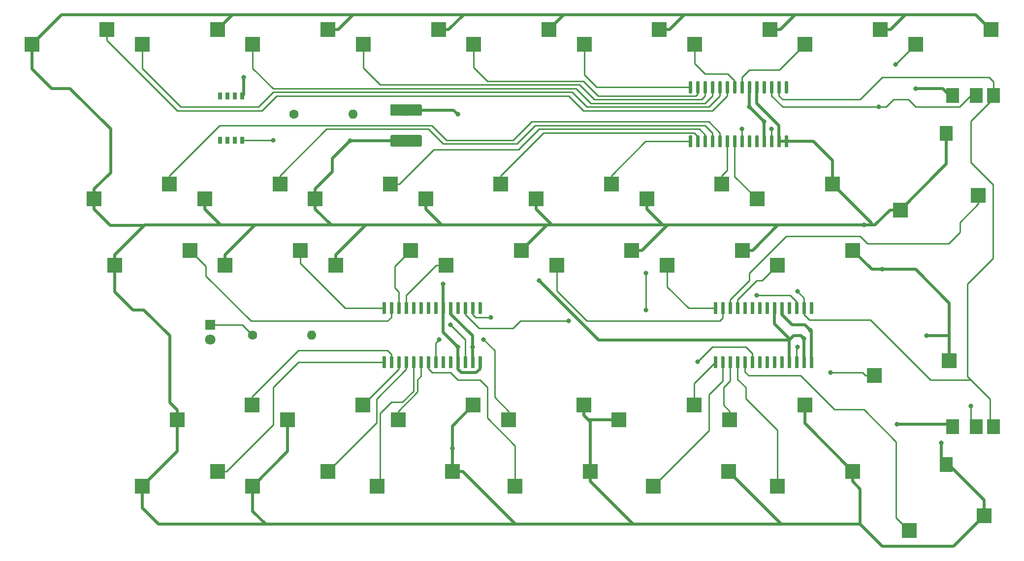
<source format=gbl>
G04 #@! TF.GenerationSoftware,KiCad,Pcbnew,5.1.2-f72e74a~84~ubuntu18.04.1*
G04 #@! TF.CreationDate,2019-06-15T15:54:53+09:00*
G04 #@! TF.ProjectId,right-PCB,72696768-742d-4504-9342-2e6b69636164,rev?*
G04 #@! TF.SameCoordinates,Original*
G04 #@! TF.FileFunction,Copper,L2,Bot*
G04 #@! TF.FilePolarity,Positive*
%FSLAX46Y46*%
G04 Gerber Fmt 4.6, Leading zero omitted, Abs format (unit mm)*
G04 Created by KiCad (PCBNEW 5.1.2-f72e74a~84~ubuntu18.04.1) date 2019-06-15 15:54:53*
%MOMM*%
%LPD*%
G04 APERTURE LIST*
%ADD10R,2.200000X2.500000*%
%ADD11C,0.100000*%
%ADD12C,0.600000*%
%ADD13R,0.760000X1.270000*%
%ADD14O,1.600000X1.600000*%
%ADD15C,1.600000*%
%ADD16C,1.975000*%
%ADD17R,2.550000X2.500000*%
%ADD18C,1.800000*%
%ADD19R,1.800000X1.800000*%
%ADD20C,0.800000*%
%ADD21C,0.500000*%
%ADD22C,0.250000*%
G04 APERTURE END LIST*
D10*
X205800000Y-60875000D03*
X202800000Y-60875000D03*
X198800000Y-60875000D03*
X197700000Y-67375000D03*
X205800000Y-117875000D03*
X202800000Y-117875000D03*
X198800000Y-117875000D03*
X197700000Y-124375000D03*
D11*
G36*
X158159703Y-105750722D02*
G01*
X158174264Y-105752882D01*
X158188543Y-105756459D01*
X158202403Y-105761418D01*
X158215710Y-105767712D01*
X158228336Y-105775280D01*
X158240159Y-105784048D01*
X158251066Y-105793934D01*
X158260952Y-105804841D01*
X158269720Y-105816664D01*
X158277288Y-105829290D01*
X158283582Y-105842597D01*
X158288541Y-105856457D01*
X158292118Y-105870736D01*
X158294278Y-105885297D01*
X158295000Y-105900000D01*
X158295000Y-107650000D01*
X158294278Y-107664703D01*
X158292118Y-107679264D01*
X158288541Y-107693543D01*
X158283582Y-107707403D01*
X158277288Y-107720710D01*
X158269720Y-107733336D01*
X158260952Y-107745159D01*
X158251066Y-107756066D01*
X158240159Y-107765952D01*
X158228336Y-107774720D01*
X158215710Y-107782288D01*
X158202403Y-107788582D01*
X158188543Y-107793541D01*
X158174264Y-107797118D01*
X158159703Y-107799278D01*
X158145000Y-107800000D01*
X157845000Y-107800000D01*
X157830297Y-107799278D01*
X157815736Y-107797118D01*
X157801457Y-107793541D01*
X157787597Y-107788582D01*
X157774290Y-107782288D01*
X157761664Y-107774720D01*
X157749841Y-107765952D01*
X157738934Y-107756066D01*
X157729048Y-107745159D01*
X157720280Y-107733336D01*
X157712712Y-107720710D01*
X157706418Y-107707403D01*
X157701459Y-107693543D01*
X157697882Y-107679264D01*
X157695722Y-107664703D01*
X157695000Y-107650000D01*
X157695000Y-105900000D01*
X157695722Y-105885297D01*
X157697882Y-105870736D01*
X157701459Y-105856457D01*
X157706418Y-105842597D01*
X157712712Y-105829290D01*
X157720280Y-105816664D01*
X157729048Y-105804841D01*
X157738934Y-105793934D01*
X157749841Y-105784048D01*
X157761664Y-105775280D01*
X157774290Y-105767712D01*
X157787597Y-105761418D01*
X157801457Y-105756459D01*
X157815736Y-105752882D01*
X157830297Y-105750722D01*
X157845000Y-105750000D01*
X158145000Y-105750000D01*
X158159703Y-105750722D01*
X158159703Y-105750722D01*
G37*
D12*
X157995000Y-106775000D03*
D11*
G36*
X159429703Y-105750722D02*
G01*
X159444264Y-105752882D01*
X159458543Y-105756459D01*
X159472403Y-105761418D01*
X159485710Y-105767712D01*
X159498336Y-105775280D01*
X159510159Y-105784048D01*
X159521066Y-105793934D01*
X159530952Y-105804841D01*
X159539720Y-105816664D01*
X159547288Y-105829290D01*
X159553582Y-105842597D01*
X159558541Y-105856457D01*
X159562118Y-105870736D01*
X159564278Y-105885297D01*
X159565000Y-105900000D01*
X159565000Y-107650000D01*
X159564278Y-107664703D01*
X159562118Y-107679264D01*
X159558541Y-107693543D01*
X159553582Y-107707403D01*
X159547288Y-107720710D01*
X159539720Y-107733336D01*
X159530952Y-107745159D01*
X159521066Y-107756066D01*
X159510159Y-107765952D01*
X159498336Y-107774720D01*
X159485710Y-107782288D01*
X159472403Y-107788582D01*
X159458543Y-107793541D01*
X159444264Y-107797118D01*
X159429703Y-107799278D01*
X159415000Y-107800000D01*
X159115000Y-107800000D01*
X159100297Y-107799278D01*
X159085736Y-107797118D01*
X159071457Y-107793541D01*
X159057597Y-107788582D01*
X159044290Y-107782288D01*
X159031664Y-107774720D01*
X159019841Y-107765952D01*
X159008934Y-107756066D01*
X158999048Y-107745159D01*
X158990280Y-107733336D01*
X158982712Y-107720710D01*
X158976418Y-107707403D01*
X158971459Y-107693543D01*
X158967882Y-107679264D01*
X158965722Y-107664703D01*
X158965000Y-107650000D01*
X158965000Y-105900000D01*
X158965722Y-105885297D01*
X158967882Y-105870736D01*
X158971459Y-105856457D01*
X158976418Y-105842597D01*
X158982712Y-105829290D01*
X158990280Y-105816664D01*
X158999048Y-105804841D01*
X159008934Y-105793934D01*
X159019841Y-105784048D01*
X159031664Y-105775280D01*
X159044290Y-105767712D01*
X159057597Y-105761418D01*
X159071457Y-105756459D01*
X159085736Y-105752882D01*
X159100297Y-105750722D01*
X159115000Y-105750000D01*
X159415000Y-105750000D01*
X159429703Y-105750722D01*
X159429703Y-105750722D01*
G37*
D12*
X159265000Y-106775000D03*
D11*
G36*
X160699703Y-105750722D02*
G01*
X160714264Y-105752882D01*
X160728543Y-105756459D01*
X160742403Y-105761418D01*
X160755710Y-105767712D01*
X160768336Y-105775280D01*
X160780159Y-105784048D01*
X160791066Y-105793934D01*
X160800952Y-105804841D01*
X160809720Y-105816664D01*
X160817288Y-105829290D01*
X160823582Y-105842597D01*
X160828541Y-105856457D01*
X160832118Y-105870736D01*
X160834278Y-105885297D01*
X160835000Y-105900000D01*
X160835000Y-107650000D01*
X160834278Y-107664703D01*
X160832118Y-107679264D01*
X160828541Y-107693543D01*
X160823582Y-107707403D01*
X160817288Y-107720710D01*
X160809720Y-107733336D01*
X160800952Y-107745159D01*
X160791066Y-107756066D01*
X160780159Y-107765952D01*
X160768336Y-107774720D01*
X160755710Y-107782288D01*
X160742403Y-107788582D01*
X160728543Y-107793541D01*
X160714264Y-107797118D01*
X160699703Y-107799278D01*
X160685000Y-107800000D01*
X160385000Y-107800000D01*
X160370297Y-107799278D01*
X160355736Y-107797118D01*
X160341457Y-107793541D01*
X160327597Y-107788582D01*
X160314290Y-107782288D01*
X160301664Y-107774720D01*
X160289841Y-107765952D01*
X160278934Y-107756066D01*
X160269048Y-107745159D01*
X160260280Y-107733336D01*
X160252712Y-107720710D01*
X160246418Y-107707403D01*
X160241459Y-107693543D01*
X160237882Y-107679264D01*
X160235722Y-107664703D01*
X160235000Y-107650000D01*
X160235000Y-105900000D01*
X160235722Y-105885297D01*
X160237882Y-105870736D01*
X160241459Y-105856457D01*
X160246418Y-105842597D01*
X160252712Y-105829290D01*
X160260280Y-105816664D01*
X160269048Y-105804841D01*
X160278934Y-105793934D01*
X160289841Y-105784048D01*
X160301664Y-105775280D01*
X160314290Y-105767712D01*
X160327597Y-105761418D01*
X160341457Y-105756459D01*
X160355736Y-105752882D01*
X160370297Y-105750722D01*
X160385000Y-105750000D01*
X160685000Y-105750000D01*
X160699703Y-105750722D01*
X160699703Y-105750722D01*
G37*
D12*
X160535000Y-106775000D03*
D11*
G36*
X161969703Y-105750722D02*
G01*
X161984264Y-105752882D01*
X161998543Y-105756459D01*
X162012403Y-105761418D01*
X162025710Y-105767712D01*
X162038336Y-105775280D01*
X162050159Y-105784048D01*
X162061066Y-105793934D01*
X162070952Y-105804841D01*
X162079720Y-105816664D01*
X162087288Y-105829290D01*
X162093582Y-105842597D01*
X162098541Y-105856457D01*
X162102118Y-105870736D01*
X162104278Y-105885297D01*
X162105000Y-105900000D01*
X162105000Y-107650000D01*
X162104278Y-107664703D01*
X162102118Y-107679264D01*
X162098541Y-107693543D01*
X162093582Y-107707403D01*
X162087288Y-107720710D01*
X162079720Y-107733336D01*
X162070952Y-107745159D01*
X162061066Y-107756066D01*
X162050159Y-107765952D01*
X162038336Y-107774720D01*
X162025710Y-107782288D01*
X162012403Y-107788582D01*
X161998543Y-107793541D01*
X161984264Y-107797118D01*
X161969703Y-107799278D01*
X161955000Y-107800000D01*
X161655000Y-107800000D01*
X161640297Y-107799278D01*
X161625736Y-107797118D01*
X161611457Y-107793541D01*
X161597597Y-107788582D01*
X161584290Y-107782288D01*
X161571664Y-107774720D01*
X161559841Y-107765952D01*
X161548934Y-107756066D01*
X161539048Y-107745159D01*
X161530280Y-107733336D01*
X161522712Y-107720710D01*
X161516418Y-107707403D01*
X161511459Y-107693543D01*
X161507882Y-107679264D01*
X161505722Y-107664703D01*
X161505000Y-107650000D01*
X161505000Y-105900000D01*
X161505722Y-105885297D01*
X161507882Y-105870736D01*
X161511459Y-105856457D01*
X161516418Y-105842597D01*
X161522712Y-105829290D01*
X161530280Y-105816664D01*
X161539048Y-105804841D01*
X161548934Y-105793934D01*
X161559841Y-105784048D01*
X161571664Y-105775280D01*
X161584290Y-105767712D01*
X161597597Y-105761418D01*
X161611457Y-105756459D01*
X161625736Y-105752882D01*
X161640297Y-105750722D01*
X161655000Y-105750000D01*
X161955000Y-105750000D01*
X161969703Y-105750722D01*
X161969703Y-105750722D01*
G37*
D12*
X161805000Y-106775000D03*
D11*
G36*
X163239703Y-105750722D02*
G01*
X163254264Y-105752882D01*
X163268543Y-105756459D01*
X163282403Y-105761418D01*
X163295710Y-105767712D01*
X163308336Y-105775280D01*
X163320159Y-105784048D01*
X163331066Y-105793934D01*
X163340952Y-105804841D01*
X163349720Y-105816664D01*
X163357288Y-105829290D01*
X163363582Y-105842597D01*
X163368541Y-105856457D01*
X163372118Y-105870736D01*
X163374278Y-105885297D01*
X163375000Y-105900000D01*
X163375000Y-107650000D01*
X163374278Y-107664703D01*
X163372118Y-107679264D01*
X163368541Y-107693543D01*
X163363582Y-107707403D01*
X163357288Y-107720710D01*
X163349720Y-107733336D01*
X163340952Y-107745159D01*
X163331066Y-107756066D01*
X163320159Y-107765952D01*
X163308336Y-107774720D01*
X163295710Y-107782288D01*
X163282403Y-107788582D01*
X163268543Y-107793541D01*
X163254264Y-107797118D01*
X163239703Y-107799278D01*
X163225000Y-107800000D01*
X162925000Y-107800000D01*
X162910297Y-107799278D01*
X162895736Y-107797118D01*
X162881457Y-107793541D01*
X162867597Y-107788582D01*
X162854290Y-107782288D01*
X162841664Y-107774720D01*
X162829841Y-107765952D01*
X162818934Y-107756066D01*
X162809048Y-107745159D01*
X162800280Y-107733336D01*
X162792712Y-107720710D01*
X162786418Y-107707403D01*
X162781459Y-107693543D01*
X162777882Y-107679264D01*
X162775722Y-107664703D01*
X162775000Y-107650000D01*
X162775000Y-105900000D01*
X162775722Y-105885297D01*
X162777882Y-105870736D01*
X162781459Y-105856457D01*
X162786418Y-105842597D01*
X162792712Y-105829290D01*
X162800280Y-105816664D01*
X162809048Y-105804841D01*
X162818934Y-105793934D01*
X162829841Y-105784048D01*
X162841664Y-105775280D01*
X162854290Y-105767712D01*
X162867597Y-105761418D01*
X162881457Y-105756459D01*
X162895736Y-105752882D01*
X162910297Y-105750722D01*
X162925000Y-105750000D01*
X163225000Y-105750000D01*
X163239703Y-105750722D01*
X163239703Y-105750722D01*
G37*
D12*
X163075000Y-106775000D03*
D11*
G36*
X164509703Y-105750722D02*
G01*
X164524264Y-105752882D01*
X164538543Y-105756459D01*
X164552403Y-105761418D01*
X164565710Y-105767712D01*
X164578336Y-105775280D01*
X164590159Y-105784048D01*
X164601066Y-105793934D01*
X164610952Y-105804841D01*
X164619720Y-105816664D01*
X164627288Y-105829290D01*
X164633582Y-105842597D01*
X164638541Y-105856457D01*
X164642118Y-105870736D01*
X164644278Y-105885297D01*
X164645000Y-105900000D01*
X164645000Y-107650000D01*
X164644278Y-107664703D01*
X164642118Y-107679264D01*
X164638541Y-107693543D01*
X164633582Y-107707403D01*
X164627288Y-107720710D01*
X164619720Y-107733336D01*
X164610952Y-107745159D01*
X164601066Y-107756066D01*
X164590159Y-107765952D01*
X164578336Y-107774720D01*
X164565710Y-107782288D01*
X164552403Y-107788582D01*
X164538543Y-107793541D01*
X164524264Y-107797118D01*
X164509703Y-107799278D01*
X164495000Y-107800000D01*
X164195000Y-107800000D01*
X164180297Y-107799278D01*
X164165736Y-107797118D01*
X164151457Y-107793541D01*
X164137597Y-107788582D01*
X164124290Y-107782288D01*
X164111664Y-107774720D01*
X164099841Y-107765952D01*
X164088934Y-107756066D01*
X164079048Y-107745159D01*
X164070280Y-107733336D01*
X164062712Y-107720710D01*
X164056418Y-107707403D01*
X164051459Y-107693543D01*
X164047882Y-107679264D01*
X164045722Y-107664703D01*
X164045000Y-107650000D01*
X164045000Y-105900000D01*
X164045722Y-105885297D01*
X164047882Y-105870736D01*
X164051459Y-105856457D01*
X164056418Y-105842597D01*
X164062712Y-105829290D01*
X164070280Y-105816664D01*
X164079048Y-105804841D01*
X164088934Y-105793934D01*
X164099841Y-105784048D01*
X164111664Y-105775280D01*
X164124290Y-105767712D01*
X164137597Y-105761418D01*
X164151457Y-105756459D01*
X164165736Y-105752882D01*
X164180297Y-105750722D01*
X164195000Y-105750000D01*
X164495000Y-105750000D01*
X164509703Y-105750722D01*
X164509703Y-105750722D01*
G37*
D12*
X164345000Y-106775000D03*
D11*
G36*
X165779703Y-105750722D02*
G01*
X165794264Y-105752882D01*
X165808543Y-105756459D01*
X165822403Y-105761418D01*
X165835710Y-105767712D01*
X165848336Y-105775280D01*
X165860159Y-105784048D01*
X165871066Y-105793934D01*
X165880952Y-105804841D01*
X165889720Y-105816664D01*
X165897288Y-105829290D01*
X165903582Y-105842597D01*
X165908541Y-105856457D01*
X165912118Y-105870736D01*
X165914278Y-105885297D01*
X165915000Y-105900000D01*
X165915000Y-107650000D01*
X165914278Y-107664703D01*
X165912118Y-107679264D01*
X165908541Y-107693543D01*
X165903582Y-107707403D01*
X165897288Y-107720710D01*
X165889720Y-107733336D01*
X165880952Y-107745159D01*
X165871066Y-107756066D01*
X165860159Y-107765952D01*
X165848336Y-107774720D01*
X165835710Y-107782288D01*
X165822403Y-107788582D01*
X165808543Y-107793541D01*
X165794264Y-107797118D01*
X165779703Y-107799278D01*
X165765000Y-107800000D01*
X165465000Y-107800000D01*
X165450297Y-107799278D01*
X165435736Y-107797118D01*
X165421457Y-107793541D01*
X165407597Y-107788582D01*
X165394290Y-107782288D01*
X165381664Y-107774720D01*
X165369841Y-107765952D01*
X165358934Y-107756066D01*
X165349048Y-107745159D01*
X165340280Y-107733336D01*
X165332712Y-107720710D01*
X165326418Y-107707403D01*
X165321459Y-107693543D01*
X165317882Y-107679264D01*
X165315722Y-107664703D01*
X165315000Y-107650000D01*
X165315000Y-105900000D01*
X165315722Y-105885297D01*
X165317882Y-105870736D01*
X165321459Y-105856457D01*
X165326418Y-105842597D01*
X165332712Y-105829290D01*
X165340280Y-105816664D01*
X165349048Y-105804841D01*
X165358934Y-105793934D01*
X165369841Y-105784048D01*
X165381664Y-105775280D01*
X165394290Y-105767712D01*
X165407597Y-105761418D01*
X165421457Y-105756459D01*
X165435736Y-105752882D01*
X165450297Y-105750722D01*
X165465000Y-105750000D01*
X165765000Y-105750000D01*
X165779703Y-105750722D01*
X165779703Y-105750722D01*
G37*
D12*
X165615000Y-106775000D03*
D11*
G36*
X167049703Y-105750722D02*
G01*
X167064264Y-105752882D01*
X167078543Y-105756459D01*
X167092403Y-105761418D01*
X167105710Y-105767712D01*
X167118336Y-105775280D01*
X167130159Y-105784048D01*
X167141066Y-105793934D01*
X167150952Y-105804841D01*
X167159720Y-105816664D01*
X167167288Y-105829290D01*
X167173582Y-105842597D01*
X167178541Y-105856457D01*
X167182118Y-105870736D01*
X167184278Y-105885297D01*
X167185000Y-105900000D01*
X167185000Y-107650000D01*
X167184278Y-107664703D01*
X167182118Y-107679264D01*
X167178541Y-107693543D01*
X167173582Y-107707403D01*
X167167288Y-107720710D01*
X167159720Y-107733336D01*
X167150952Y-107745159D01*
X167141066Y-107756066D01*
X167130159Y-107765952D01*
X167118336Y-107774720D01*
X167105710Y-107782288D01*
X167092403Y-107788582D01*
X167078543Y-107793541D01*
X167064264Y-107797118D01*
X167049703Y-107799278D01*
X167035000Y-107800000D01*
X166735000Y-107800000D01*
X166720297Y-107799278D01*
X166705736Y-107797118D01*
X166691457Y-107793541D01*
X166677597Y-107788582D01*
X166664290Y-107782288D01*
X166651664Y-107774720D01*
X166639841Y-107765952D01*
X166628934Y-107756066D01*
X166619048Y-107745159D01*
X166610280Y-107733336D01*
X166602712Y-107720710D01*
X166596418Y-107707403D01*
X166591459Y-107693543D01*
X166587882Y-107679264D01*
X166585722Y-107664703D01*
X166585000Y-107650000D01*
X166585000Y-105900000D01*
X166585722Y-105885297D01*
X166587882Y-105870736D01*
X166591459Y-105856457D01*
X166596418Y-105842597D01*
X166602712Y-105829290D01*
X166610280Y-105816664D01*
X166619048Y-105804841D01*
X166628934Y-105793934D01*
X166639841Y-105784048D01*
X166651664Y-105775280D01*
X166664290Y-105767712D01*
X166677597Y-105761418D01*
X166691457Y-105756459D01*
X166705736Y-105752882D01*
X166720297Y-105750722D01*
X166735000Y-105750000D01*
X167035000Y-105750000D01*
X167049703Y-105750722D01*
X167049703Y-105750722D01*
G37*
D12*
X166885000Y-106775000D03*
D11*
G36*
X168319703Y-105750722D02*
G01*
X168334264Y-105752882D01*
X168348543Y-105756459D01*
X168362403Y-105761418D01*
X168375710Y-105767712D01*
X168388336Y-105775280D01*
X168400159Y-105784048D01*
X168411066Y-105793934D01*
X168420952Y-105804841D01*
X168429720Y-105816664D01*
X168437288Y-105829290D01*
X168443582Y-105842597D01*
X168448541Y-105856457D01*
X168452118Y-105870736D01*
X168454278Y-105885297D01*
X168455000Y-105900000D01*
X168455000Y-107650000D01*
X168454278Y-107664703D01*
X168452118Y-107679264D01*
X168448541Y-107693543D01*
X168443582Y-107707403D01*
X168437288Y-107720710D01*
X168429720Y-107733336D01*
X168420952Y-107745159D01*
X168411066Y-107756066D01*
X168400159Y-107765952D01*
X168388336Y-107774720D01*
X168375710Y-107782288D01*
X168362403Y-107788582D01*
X168348543Y-107793541D01*
X168334264Y-107797118D01*
X168319703Y-107799278D01*
X168305000Y-107800000D01*
X168005000Y-107800000D01*
X167990297Y-107799278D01*
X167975736Y-107797118D01*
X167961457Y-107793541D01*
X167947597Y-107788582D01*
X167934290Y-107782288D01*
X167921664Y-107774720D01*
X167909841Y-107765952D01*
X167898934Y-107756066D01*
X167889048Y-107745159D01*
X167880280Y-107733336D01*
X167872712Y-107720710D01*
X167866418Y-107707403D01*
X167861459Y-107693543D01*
X167857882Y-107679264D01*
X167855722Y-107664703D01*
X167855000Y-107650000D01*
X167855000Y-105900000D01*
X167855722Y-105885297D01*
X167857882Y-105870736D01*
X167861459Y-105856457D01*
X167866418Y-105842597D01*
X167872712Y-105829290D01*
X167880280Y-105816664D01*
X167889048Y-105804841D01*
X167898934Y-105793934D01*
X167909841Y-105784048D01*
X167921664Y-105775280D01*
X167934290Y-105767712D01*
X167947597Y-105761418D01*
X167961457Y-105756459D01*
X167975736Y-105752882D01*
X167990297Y-105750722D01*
X168005000Y-105750000D01*
X168305000Y-105750000D01*
X168319703Y-105750722D01*
X168319703Y-105750722D01*
G37*
D12*
X168155000Y-106775000D03*
D11*
G36*
X169589703Y-105750722D02*
G01*
X169604264Y-105752882D01*
X169618543Y-105756459D01*
X169632403Y-105761418D01*
X169645710Y-105767712D01*
X169658336Y-105775280D01*
X169670159Y-105784048D01*
X169681066Y-105793934D01*
X169690952Y-105804841D01*
X169699720Y-105816664D01*
X169707288Y-105829290D01*
X169713582Y-105842597D01*
X169718541Y-105856457D01*
X169722118Y-105870736D01*
X169724278Y-105885297D01*
X169725000Y-105900000D01*
X169725000Y-107650000D01*
X169724278Y-107664703D01*
X169722118Y-107679264D01*
X169718541Y-107693543D01*
X169713582Y-107707403D01*
X169707288Y-107720710D01*
X169699720Y-107733336D01*
X169690952Y-107745159D01*
X169681066Y-107756066D01*
X169670159Y-107765952D01*
X169658336Y-107774720D01*
X169645710Y-107782288D01*
X169632403Y-107788582D01*
X169618543Y-107793541D01*
X169604264Y-107797118D01*
X169589703Y-107799278D01*
X169575000Y-107800000D01*
X169275000Y-107800000D01*
X169260297Y-107799278D01*
X169245736Y-107797118D01*
X169231457Y-107793541D01*
X169217597Y-107788582D01*
X169204290Y-107782288D01*
X169191664Y-107774720D01*
X169179841Y-107765952D01*
X169168934Y-107756066D01*
X169159048Y-107745159D01*
X169150280Y-107733336D01*
X169142712Y-107720710D01*
X169136418Y-107707403D01*
X169131459Y-107693543D01*
X169127882Y-107679264D01*
X169125722Y-107664703D01*
X169125000Y-107650000D01*
X169125000Y-105900000D01*
X169125722Y-105885297D01*
X169127882Y-105870736D01*
X169131459Y-105856457D01*
X169136418Y-105842597D01*
X169142712Y-105829290D01*
X169150280Y-105816664D01*
X169159048Y-105804841D01*
X169168934Y-105793934D01*
X169179841Y-105784048D01*
X169191664Y-105775280D01*
X169204290Y-105767712D01*
X169217597Y-105761418D01*
X169231457Y-105756459D01*
X169245736Y-105752882D01*
X169260297Y-105750722D01*
X169275000Y-105750000D01*
X169575000Y-105750000D01*
X169589703Y-105750722D01*
X169589703Y-105750722D01*
G37*
D12*
X169425000Y-106775000D03*
D11*
G36*
X170859703Y-105750722D02*
G01*
X170874264Y-105752882D01*
X170888543Y-105756459D01*
X170902403Y-105761418D01*
X170915710Y-105767712D01*
X170928336Y-105775280D01*
X170940159Y-105784048D01*
X170951066Y-105793934D01*
X170960952Y-105804841D01*
X170969720Y-105816664D01*
X170977288Y-105829290D01*
X170983582Y-105842597D01*
X170988541Y-105856457D01*
X170992118Y-105870736D01*
X170994278Y-105885297D01*
X170995000Y-105900000D01*
X170995000Y-107650000D01*
X170994278Y-107664703D01*
X170992118Y-107679264D01*
X170988541Y-107693543D01*
X170983582Y-107707403D01*
X170977288Y-107720710D01*
X170969720Y-107733336D01*
X170960952Y-107745159D01*
X170951066Y-107756066D01*
X170940159Y-107765952D01*
X170928336Y-107774720D01*
X170915710Y-107782288D01*
X170902403Y-107788582D01*
X170888543Y-107793541D01*
X170874264Y-107797118D01*
X170859703Y-107799278D01*
X170845000Y-107800000D01*
X170545000Y-107800000D01*
X170530297Y-107799278D01*
X170515736Y-107797118D01*
X170501457Y-107793541D01*
X170487597Y-107788582D01*
X170474290Y-107782288D01*
X170461664Y-107774720D01*
X170449841Y-107765952D01*
X170438934Y-107756066D01*
X170429048Y-107745159D01*
X170420280Y-107733336D01*
X170412712Y-107720710D01*
X170406418Y-107707403D01*
X170401459Y-107693543D01*
X170397882Y-107679264D01*
X170395722Y-107664703D01*
X170395000Y-107650000D01*
X170395000Y-105900000D01*
X170395722Y-105885297D01*
X170397882Y-105870736D01*
X170401459Y-105856457D01*
X170406418Y-105842597D01*
X170412712Y-105829290D01*
X170420280Y-105816664D01*
X170429048Y-105804841D01*
X170438934Y-105793934D01*
X170449841Y-105784048D01*
X170461664Y-105775280D01*
X170474290Y-105767712D01*
X170487597Y-105761418D01*
X170501457Y-105756459D01*
X170515736Y-105752882D01*
X170530297Y-105750722D01*
X170545000Y-105750000D01*
X170845000Y-105750000D01*
X170859703Y-105750722D01*
X170859703Y-105750722D01*
G37*
D12*
X170695000Y-106775000D03*
D11*
G36*
X172129703Y-105750722D02*
G01*
X172144264Y-105752882D01*
X172158543Y-105756459D01*
X172172403Y-105761418D01*
X172185710Y-105767712D01*
X172198336Y-105775280D01*
X172210159Y-105784048D01*
X172221066Y-105793934D01*
X172230952Y-105804841D01*
X172239720Y-105816664D01*
X172247288Y-105829290D01*
X172253582Y-105842597D01*
X172258541Y-105856457D01*
X172262118Y-105870736D01*
X172264278Y-105885297D01*
X172265000Y-105900000D01*
X172265000Y-107650000D01*
X172264278Y-107664703D01*
X172262118Y-107679264D01*
X172258541Y-107693543D01*
X172253582Y-107707403D01*
X172247288Y-107720710D01*
X172239720Y-107733336D01*
X172230952Y-107745159D01*
X172221066Y-107756066D01*
X172210159Y-107765952D01*
X172198336Y-107774720D01*
X172185710Y-107782288D01*
X172172403Y-107788582D01*
X172158543Y-107793541D01*
X172144264Y-107797118D01*
X172129703Y-107799278D01*
X172115000Y-107800000D01*
X171815000Y-107800000D01*
X171800297Y-107799278D01*
X171785736Y-107797118D01*
X171771457Y-107793541D01*
X171757597Y-107788582D01*
X171744290Y-107782288D01*
X171731664Y-107774720D01*
X171719841Y-107765952D01*
X171708934Y-107756066D01*
X171699048Y-107745159D01*
X171690280Y-107733336D01*
X171682712Y-107720710D01*
X171676418Y-107707403D01*
X171671459Y-107693543D01*
X171667882Y-107679264D01*
X171665722Y-107664703D01*
X171665000Y-107650000D01*
X171665000Y-105900000D01*
X171665722Y-105885297D01*
X171667882Y-105870736D01*
X171671459Y-105856457D01*
X171676418Y-105842597D01*
X171682712Y-105829290D01*
X171690280Y-105816664D01*
X171699048Y-105804841D01*
X171708934Y-105793934D01*
X171719841Y-105784048D01*
X171731664Y-105775280D01*
X171744290Y-105767712D01*
X171757597Y-105761418D01*
X171771457Y-105756459D01*
X171785736Y-105752882D01*
X171800297Y-105750722D01*
X171815000Y-105750000D01*
X172115000Y-105750000D01*
X172129703Y-105750722D01*
X172129703Y-105750722D01*
G37*
D12*
X171965000Y-106775000D03*
D11*
G36*
X173399703Y-105750722D02*
G01*
X173414264Y-105752882D01*
X173428543Y-105756459D01*
X173442403Y-105761418D01*
X173455710Y-105767712D01*
X173468336Y-105775280D01*
X173480159Y-105784048D01*
X173491066Y-105793934D01*
X173500952Y-105804841D01*
X173509720Y-105816664D01*
X173517288Y-105829290D01*
X173523582Y-105842597D01*
X173528541Y-105856457D01*
X173532118Y-105870736D01*
X173534278Y-105885297D01*
X173535000Y-105900000D01*
X173535000Y-107650000D01*
X173534278Y-107664703D01*
X173532118Y-107679264D01*
X173528541Y-107693543D01*
X173523582Y-107707403D01*
X173517288Y-107720710D01*
X173509720Y-107733336D01*
X173500952Y-107745159D01*
X173491066Y-107756066D01*
X173480159Y-107765952D01*
X173468336Y-107774720D01*
X173455710Y-107782288D01*
X173442403Y-107788582D01*
X173428543Y-107793541D01*
X173414264Y-107797118D01*
X173399703Y-107799278D01*
X173385000Y-107800000D01*
X173085000Y-107800000D01*
X173070297Y-107799278D01*
X173055736Y-107797118D01*
X173041457Y-107793541D01*
X173027597Y-107788582D01*
X173014290Y-107782288D01*
X173001664Y-107774720D01*
X172989841Y-107765952D01*
X172978934Y-107756066D01*
X172969048Y-107745159D01*
X172960280Y-107733336D01*
X172952712Y-107720710D01*
X172946418Y-107707403D01*
X172941459Y-107693543D01*
X172937882Y-107679264D01*
X172935722Y-107664703D01*
X172935000Y-107650000D01*
X172935000Y-105900000D01*
X172935722Y-105885297D01*
X172937882Y-105870736D01*
X172941459Y-105856457D01*
X172946418Y-105842597D01*
X172952712Y-105829290D01*
X172960280Y-105816664D01*
X172969048Y-105804841D01*
X172978934Y-105793934D01*
X172989841Y-105784048D01*
X173001664Y-105775280D01*
X173014290Y-105767712D01*
X173027597Y-105761418D01*
X173041457Y-105756459D01*
X173055736Y-105752882D01*
X173070297Y-105750722D01*
X173085000Y-105750000D01*
X173385000Y-105750000D01*
X173399703Y-105750722D01*
X173399703Y-105750722D01*
G37*
D12*
X173235000Y-106775000D03*
D11*
G36*
X174669703Y-105750722D02*
G01*
X174684264Y-105752882D01*
X174698543Y-105756459D01*
X174712403Y-105761418D01*
X174725710Y-105767712D01*
X174738336Y-105775280D01*
X174750159Y-105784048D01*
X174761066Y-105793934D01*
X174770952Y-105804841D01*
X174779720Y-105816664D01*
X174787288Y-105829290D01*
X174793582Y-105842597D01*
X174798541Y-105856457D01*
X174802118Y-105870736D01*
X174804278Y-105885297D01*
X174805000Y-105900000D01*
X174805000Y-107650000D01*
X174804278Y-107664703D01*
X174802118Y-107679264D01*
X174798541Y-107693543D01*
X174793582Y-107707403D01*
X174787288Y-107720710D01*
X174779720Y-107733336D01*
X174770952Y-107745159D01*
X174761066Y-107756066D01*
X174750159Y-107765952D01*
X174738336Y-107774720D01*
X174725710Y-107782288D01*
X174712403Y-107788582D01*
X174698543Y-107793541D01*
X174684264Y-107797118D01*
X174669703Y-107799278D01*
X174655000Y-107800000D01*
X174355000Y-107800000D01*
X174340297Y-107799278D01*
X174325736Y-107797118D01*
X174311457Y-107793541D01*
X174297597Y-107788582D01*
X174284290Y-107782288D01*
X174271664Y-107774720D01*
X174259841Y-107765952D01*
X174248934Y-107756066D01*
X174239048Y-107745159D01*
X174230280Y-107733336D01*
X174222712Y-107720710D01*
X174216418Y-107707403D01*
X174211459Y-107693543D01*
X174207882Y-107679264D01*
X174205722Y-107664703D01*
X174205000Y-107650000D01*
X174205000Y-105900000D01*
X174205722Y-105885297D01*
X174207882Y-105870736D01*
X174211459Y-105856457D01*
X174216418Y-105842597D01*
X174222712Y-105829290D01*
X174230280Y-105816664D01*
X174239048Y-105804841D01*
X174248934Y-105793934D01*
X174259841Y-105784048D01*
X174271664Y-105775280D01*
X174284290Y-105767712D01*
X174297597Y-105761418D01*
X174311457Y-105756459D01*
X174325736Y-105752882D01*
X174340297Y-105750722D01*
X174355000Y-105750000D01*
X174655000Y-105750000D01*
X174669703Y-105750722D01*
X174669703Y-105750722D01*
G37*
D12*
X174505000Y-106775000D03*
D11*
G36*
X174669703Y-96450722D02*
G01*
X174684264Y-96452882D01*
X174698543Y-96456459D01*
X174712403Y-96461418D01*
X174725710Y-96467712D01*
X174738336Y-96475280D01*
X174750159Y-96484048D01*
X174761066Y-96493934D01*
X174770952Y-96504841D01*
X174779720Y-96516664D01*
X174787288Y-96529290D01*
X174793582Y-96542597D01*
X174798541Y-96556457D01*
X174802118Y-96570736D01*
X174804278Y-96585297D01*
X174805000Y-96600000D01*
X174805000Y-98350000D01*
X174804278Y-98364703D01*
X174802118Y-98379264D01*
X174798541Y-98393543D01*
X174793582Y-98407403D01*
X174787288Y-98420710D01*
X174779720Y-98433336D01*
X174770952Y-98445159D01*
X174761066Y-98456066D01*
X174750159Y-98465952D01*
X174738336Y-98474720D01*
X174725710Y-98482288D01*
X174712403Y-98488582D01*
X174698543Y-98493541D01*
X174684264Y-98497118D01*
X174669703Y-98499278D01*
X174655000Y-98500000D01*
X174355000Y-98500000D01*
X174340297Y-98499278D01*
X174325736Y-98497118D01*
X174311457Y-98493541D01*
X174297597Y-98488582D01*
X174284290Y-98482288D01*
X174271664Y-98474720D01*
X174259841Y-98465952D01*
X174248934Y-98456066D01*
X174239048Y-98445159D01*
X174230280Y-98433336D01*
X174222712Y-98420710D01*
X174216418Y-98407403D01*
X174211459Y-98393543D01*
X174207882Y-98379264D01*
X174205722Y-98364703D01*
X174205000Y-98350000D01*
X174205000Y-96600000D01*
X174205722Y-96585297D01*
X174207882Y-96570736D01*
X174211459Y-96556457D01*
X174216418Y-96542597D01*
X174222712Y-96529290D01*
X174230280Y-96516664D01*
X174239048Y-96504841D01*
X174248934Y-96493934D01*
X174259841Y-96484048D01*
X174271664Y-96475280D01*
X174284290Y-96467712D01*
X174297597Y-96461418D01*
X174311457Y-96456459D01*
X174325736Y-96452882D01*
X174340297Y-96450722D01*
X174355000Y-96450000D01*
X174655000Y-96450000D01*
X174669703Y-96450722D01*
X174669703Y-96450722D01*
G37*
D12*
X174505000Y-97475000D03*
D11*
G36*
X173399703Y-96450722D02*
G01*
X173414264Y-96452882D01*
X173428543Y-96456459D01*
X173442403Y-96461418D01*
X173455710Y-96467712D01*
X173468336Y-96475280D01*
X173480159Y-96484048D01*
X173491066Y-96493934D01*
X173500952Y-96504841D01*
X173509720Y-96516664D01*
X173517288Y-96529290D01*
X173523582Y-96542597D01*
X173528541Y-96556457D01*
X173532118Y-96570736D01*
X173534278Y-96585297D01*
X173535000Y-96600000D01*
X173535000Y-98350000D01*
X173534278Y-98364703D01*
X173532118Y-98379264D01*
X173528541Y-98393543D01*
X173523582Y-98407403D01*
X173517288Y-98420710D01*
X173509720Y-98433336D01*
X173500952Y-98445159D01*
X173491066Y-98456066D01*
X173480159Y-98465952D01*
X173468336Y-98474720D01*
X173455710Y-98482288D01*
X173442403Y-98488582D01*
X173428543Y-98493541D01*
X173414264Y-98497118D01*
X173399703Y-98499278D01*
X173385000Y-98500000D01*
X173085000Y-98500000D01*
X173070297Y-98499278D01*
X173055736Y-98497118D01*
X173041457Y-98493541D01*
X173027597Y-98488582D01*
X173014290Y-98482288D01*
X173001664Y-98474720D01*
X172989841Y-98465952D01*
X172978934Y-98456066D01*
X172969048Y-98445159D01*
X172960280Y-98433336D01*
X172952712Y-98420710D01*
X172946418Y-98407403D01*
X172941459Y-98393543D01*
X172937882Y-98379264D01*
X172935722Y-98364703D01*
X172935000Y-98350000D01*
X172935000Y-96600000D01*
X172935722Y-96585297D01*
X172937882Y-96570736D01*
X172941459Y-96556457D01*
X172946418Y-96542597D01*
X172952712Y-96529290D01*
X172960280Y-96516664D01*
X172969048Y-96504841D01*
X172978934Y-96493934D01*
X172989841Y-96484048D01*
X173001664Y-96475280D01*
X173014290Y-96467712D01*
X173027597Y-96461418D01*
X173041457Y-96456459D01*
X173055736Y-96452882D01*
X173070297Y-96450722D01*
X173085000Y-96450000D01*
X173385000Y-96450000D01*
X173399703Y-96450722D01*
X173399703Y-96450722D01*
G37*
D12*
X173235000Y-97475000D03*
D11*
G36*
X172129703Y-96450722D02*
G01*
X172144264Y-96452882D01*
X172158543Y-96456459D01*
X172172403Y-96461418D01*
X172185710Y-96467712D01*
X172198336Y-96475280D01*
X172210159Y-96484048D01*
X172221066Y-96493934D01*
X172230952Y-96504841D01*
X172239720Y-96516664D01*
X172247288Y-96529290D01*
X172253582Y-96542597D01*
X172258541Y-96556457D01*
X172262118Y-96570736D01*
X172264278Y-96585297D01*
X172265000Y-96600000D01*
X172265000Y-98350000D01*
X172264278Y-98364703D01*
X172262118Y-98379264D01*
X172258541Y-98393543D01*
X172253582Y-98407403D01*
X172247288Y-98420710D01*
X172239720Y-98433336D01*
X172230952Y-98445159D01*
X172221066Y-98456066D01*
X172210159Y-98465952D01*
X172198336Y-98474720D01*
X172185710Y-98482288D01*
X172172403Y-98488582D01*
X172158543Y-98493541D01*
X172144264Y-98497118D01*
X172129703Y-98499278D01*
X172115000Y-98500000D01*
X171815000Y-98500000D01*
X171800297Y-98499278D01*
X171785736Y-98497118D01*
X171771457Y-98493541D01*
X171757597Y-98488582D01*
X171744290Y-98482288D01*
X171731664Y-98474720D01*
X171719841Y-98465952D01*
X171708934Y-98456066D01*
X171699048Y-98445159D01*
X171690280Y-98433336D01*
X171682712Y-98420710D01*
X171676418Y-98407403D01*
X171671459Y-98393543D01*
X171667882Y-98379264D01*
X171665722Y-98364703D01*
X171665000Y-98350000D01*
X171665000Y-96600000D01*
X171665722Y-96585297D01*
X171667882Y-96570736D01*
X171671459Y-96556457D01*
X171676418Y-96542597D01*
X171682712Y-96529290D01*
X171690280Y-96516664D01*
X171699048Y-96504841D01*
X171708934Y-96493934D01*
X171719841Y-96484048D01*
X171731664Y-96475280D01*
X171744290Y-96467712D01*
X171757597Y-96461418D01*
X171771457Y-96456459D01*
X171785736Y-96452882D01*
X171800297Y-96450722D01*
X171815000Y-96450000D01*
X172115000Y-96450000D01*
X172129703Y-96450722D01*
X172129703Y-96450722D01*
G37*
D12*
X171965000Y-97475000D03*
D11*
G36*
X170859703Y-96450722D02*
G01*
X170874264Y-96452882D01*
X170888543Y-96456459D01*
X170902403Y-96461418D01*
X170915710Y-96467712D01*
X170928336Y-96475280D01*
X170940159Y-96484048D01*
X170951066Y-96493934D01*
X170960952Y-96504841D01*
X170969720Y-96516664D01*
X170977288Y-96529290D01*
X170983582Y-96542597D01*
X170988541Y-96556457D01*
X170992118Y-96570736D01*
X170994278Y-96585297D01*
X170995000Y-96600000D01*
X170995000Y-98350000D01*
X170994278Y-98364703D01*
X170992118Y-98379264D01*
X170988541Y-98393543D01*
X170983582Y-98407403D01*
X170977288Y-98420710D01*
X170969720Y-98433336D01*
X170960952Y-98445159D01*
X170951066Y-98456066D01*
X170940159Y-98465952D01*
X170928336Y-98474720D01*
X170915710Y-98482288D01*
X170902403Y-98488582D01*
X170888543Y-98493541D01*
X170874264Y-98497118D01*
X170859703Y-98499278D01*
X170845000Y-98500000D01*
X170545000Y-98500000D01*
X170530297Y-98499278D01*
X170515736Y-98497118D01*
X170501457Y-98493541D01*
X170487597Y-98488582D01*
X170474290Y-98482288D01*
X170461664Y-98474720D01*
X170449841Y-98465952D01*
X170438934Y-98456066D01*
X170429048Y-98445159D01*
X170420280Y-98433336D01*
X170412712Y-98420710D01*
X170406418Y-98407403D01*
X170401459Y-98393543D01*
X170397882Y-98379264D01*
X170395722Y-98364703D01*
X170395000Y-98350000D01*
X170395000Y-96600000D01*
X170395722Y-96585297D01*
X170397882Y-96570736D01*
X170401459Y-96556457D01*
X170406418Y-96542597D01*
X170412712Y-96529290D01*
X170420280Y-96516664D01*
X170429048Y-96504841D01*
X170438934Y-96493934D01*
X170449841Y-96484048D01*
X170461664Y-96475280D01*
X170474290Y-96467712D01*
X170487597Y-96461418D01*
X170501457Y-96456459D01*
X170515736Y-96452882D01*
X170530297Y-96450722D01*
X170545000Y-96450000D01*
X170845000Y-96450000D01*
X170859703Y-96450722D01*
X170859703Y-96450722D01*
G37*
D12*
X170695000Y-97475000D03*
D11*
G36*
X169589703Y-96450722D02*
G01*
X169604264Y-96452882D01*
X169618543Y-96456459D01*
X169632403Y-96461418D01*
X169645710Y-96467712D01*
X169658336Y-96475280D01*
X169670159Y-96484048D01*
X169681066Y-96493934D01*
X169690952Y-96504841D01*
X169699720Y-96516664D01*
X169707288Y-96529290D01*
X169713582Y-96542597D01*
X169718541Y-96556457D01*
X169722118Y-96570736D01*
X169724278Y-96585297D01*
X169725000Y-96600000D01*
X169725000Y-98350000D01*
X169724278Y-98364703D01*
X169722118Y-98379264D01*
X169718541Y-98393543D01*
X169713582Y-98407403D01*
X169707288Y-98420710D01*
X169699720Y-98433336D01*
X169690952Y-98445159D01*
X169681066Y-98456066D01*
X169670159Y-98465952D01*
X169658336Y-98474720D01*
X169645710Y-98482288D01*
X169632403Y-98488582D01*
X169618543Y-98493541D01*
X169604264Y-98497118D01*
X169589703Y-98499278D01*
X169575000Y-98500000D01*
X169275000Y-98500000D01*
X169260297Y-98499278D01*
X169245736Y-98497118D01*
X169231457Y-98493541D01*
X169217597Y-98488582D01*
X169204290Y-98482288D01*
X169191664Y-98474720D01*
X169179841Y-98465952D01*
X169168934Y-98456066D01*
X169159048Y-98445159D01*
X169150280Y-98433336D01*
X169142712Y-98420710D01*
X169136418Y-98407403D01*
X169131459Y-98393543D01*
X169127882Y-98379264D01*
X169125722Y-98364703D01*
X169125000Y-98350000D01*
X169125000Y-96600000D01*
X169125722Y-96585297D01*
X169127882Y-96570736D01*
X169131459Y-96556457D01*
X169136418Y-96542597D01*
X169142712Y-96529290D01*
X169150280Y-96516664D01*
X169159048Y-96504841D01*
X169168934Y-96493934D01*
X169179841Y-96484048D01*
X169191664Y-96475280D01*
X169204290Y-96467712D01*
X169217597Y-96461418D01*
X169231457Y-96456459D01*
X169245736Y-96452882D01*
X169260297Y-96450722D01*
X169275000Y-96450000D01*
X169575000Y-96450000D01*
X169589703Y-96450722D01*
X169589703Y-96450722D01*
G37*
D12*
X169425000Y-97475000D03*
D11*
G36*
X168319703Y-96450722D02*
G01*
X168334264Y-96452882D01*
X168348543Y-96456459D01*
X168362403Y-96461418D01*
X168375710Y-96467712D01*
X168388336Y-96475280D01*
X168400159Y-96484048D01*
X168411066Y-96493934D01*
X168420952Y-96504841D01*
X168429720Y-96516664D01*
X168437288Y-96529290D01*
X168443582Y-96542597D01*
X168448541Y-96556457D01*
X168452118Y-96570736D01*
X168454278Y-96585297D01*
X168455000Y-96600000D01*
X168455000Y-98350000D01*
X168454278Y-98364703D01*
X168452118Y-98379264D01*
X168448541Y-98393543D01*
X168443582Y-98407403D01*
X168437288Y-98420710D01*
X168429720Y-98433336D01*
X168420952Y-98445159D01*
X168411066Y-98456066D01*
X168400159Y-98465952D01*
X168388336Y-98474720D01*
X168375710Y-98482288D01*
X168362403Y-98488582D01*
X168348543Y-98493541D01*
X168334264Y-98497118D01*
X168319703Y-98499278D01*
X168305000Y-98500000D01*
X168005000Y-98500000D01*
X167990297Y-98499278D01*
X167975736Y-98497118D01*
X167961457Y-98493541D01*
X167947597Y-98488582D01*
X167934290Y-98482288D01*
X167921664Y-98474720D01*
X167909841Y-98465952D01*
X167898934Y-98456066D01*
X167889048Y-98445159D01*
X167880280Y-98433336D01*
X167872712Y-98420710D01*
X167866418Y-98407403D01*
X167861459Y-98393543D01*
X167857882Y-98379264D01*
X167855722Y-98364703D01*
X167855000Y-98350000D01*
X167855000Y-96600000D01*
X167855722Y-96585297D01*
X167857882Y-96570736D01*
X167861459Y-96556457D01*
X167866418Y-96542597D01*
X167872712Y-96529290D01*
X167880280Y-96516664D01*
X167889048Y-96504841D01*
X167898934Y-96493934D01*
X167909841Y-96484048D01*
X167921664Y-96475280D01*
X167934290Y-96467712D01*
X167947597Y-96461418D01*
X167961457Y-96456459D01*
X167975736Y-96452882D01*
X167990297Y-96450722D01*
X168005000Y-96450000D01*
X168305000Y-96450000D01*
X168319703Y-96450722D01*
X168319703Y-96450722D01*
G37*
D12*
X168155000Y-97475000D03*
D11*
G36*
X167049703Y-96450722D02*
G01*
X167064264Y-96452882D01*
X167078543Y-96456459D01*
X167092403Y-96461418D01*
X167105710Y-96467712D01*
X167118336Y-96475280D01*
X167130159Y-96484048D01*
X167141066Y-96493934D01*
X167150952Y-96504841D01*
X167159720Y-96516664D01*
X167167288Y-96529290D01*
X167173582Y-96542597D01*
X167178541Y-96556457D01*
X167182118Y-96570736D01*
X167184278Y-96585297D01*
X167185000Y-96600000D01*
X167185000Y-98350000D01*
X167184278Y-98364703D01*
X167182118Y-98379264D01*
X167178541Y-98393543D01*
X167173582Y-98407403D01*
X167167288Y-98420710D01*
X167159720Y-98433336D01*
X167150952Y-98445159D01*
X167141066Y-98456066D01*
X167130159Y-98465952D01*
X167118336Y-98474720D01*
X167105710Y-98482288D01*
X167092403Y-98488582D01*
X167078543Y-98493541D01*
X167064264Y-98497118D01*
X167049703Y-98499278D01*
X167035000Y-98500000D01*
X166735000Y-98500000D01*
X166720297Y-98499278D01*
X166705736Y-98497118D01*
X166691457Y-98493541D01*
X166677597Y-98488582D01*
X166664290Y-98482288D01*
X166651664Y-98474720D01*
X166639841Y-98465952D01*
X166628934Y-98456066D01*
X166619048Y-98445159D01*
X166610280Y-98433336D01*
X166602712Y-98420710D01*
X166596418Y-98407403D01*
X166591459Y-98393543D01*
X166587882Y-98379264D01*
X166585722Y-98364703D01*
X166585000Y-98350000D01*
X166585000Y-96600000D01*
X166585722Y-96585297D01*
X166587882Y-96570736D01*
X166591459Y-96556457D01*
X166596418Y-96542597D01*
X166602712Y-96529290D01*
X166610280Y-96516664D01*
X166619048Y-96504841D01*
X166628934Y-96493934D01*
X166639841Y-96484048D01*
X166651664Y-96475280D01*
X166664290Y-96467712D01*
X166677597Y-96461418D01*
X166691457Y-96456459D01*
X166705736Y-96452882D01*
X166720297Y-96450722D01*
X166735000Y-96450000D01*
X167035000Y-96450000D01*
X167049703Y-96450722D01*
X167049703Y-96450722D01*
G37*
D12*
X166885000Y-97475000D03*
D11*
G36*
X165779703Y-96450722D02*
G01*
X165794264Y-96452882D01*
X165808543Y-96456459D01*
X165822403Y-96461418D01*
X165835710Y-96467712D01*
X165848336Y-96475280D01*
X165860159Y-96484048D01*
X165871066Y-96493934D01*
X165880952Y-96504841D01*
X165889720Y-96516664D01*
X165897288Y-96529290D01*
X165903582Y-96542597D01*
X165908541Y-96556457D01*
X165912118Y-96570736D01*
X165914278Y-96585297D01*
X165915000Y-96600000D01*
X165915000Y-98350000D01*
X165914278Y-98364703D01*
X165912118Y-98379264D01*
X165908541Y-98393543D01*
X165903582Y-98407403D01*
X165897288Y-98420710D01*
X165889720Y-98433336D01*
X165880952Y-98445159D01*
X165871066Y-98456066D01*
X165860159Y-98465952D01*
X165848336Y-98474720D01*
X165835710Y-98482288D01*
X165822403Y-98488582D01*
X165808543Y-98493541D01*
X165794264Y-98497118D01*
X165779703Y-98499278D01*
X165765000Y-98500000D01*
X165465000Y-98500000D01*
X165450297Y-98499278D01*
X165435736Y-98497118D01*
X165421457Y-98493541D01*
X165407597Y-98488582D01*
X165394290Y-98482288D01*
X165381664Y-98474720D01*
X165369841Y-98465952D01*
X165358934Y-98456066D01*
X165349048Y-98445159D01*
X165340280Y-98433336D01*
X165332712Y-98420710D01*
X165326418Y-98407403D01*
X165321459Y-98393543D01*
X165317882Y-98379264D01*
X165315722Y-98364703D01*
X165315000Y-98350000D01*
X165315000Y-96600000D01*
X165315722Y-96585297D01*
X165317882Y-96570736D01*
X165321459Y-96556457D01*
X165326418Y-96542597D01*
X165332712Y-96529290D01*
X165340280Y-96516664D01*
X165349048Y-96504841D01*
X165358934Y-96493934D01*
X165369841Y-96484048D01*
X165381664Y-96475280D01*
X165394290Y-96467712D01*
X165407597Y-96461418D01*
X165421457Y-96456459D01*
X165435736Y-96452882D01*
X165450297Y-96450722D01*
X165465000Y-96450000D01*
X165765000Y-96450000D01*
X165779703Y-96450722D01*
X165779703Y-96450722D01*
G37*
D12*
X165615000Y-97475000D03*
D11*
G36*
X164509703Y-96450722D02*
G01*
X164524264Y-96452882D01*
X164538543Y-96456459D01*
X164552403Y-96461418D01*
X164565710Y-96467712D01*
X164578336Y-96475280D01*
X164590159Y-96484048D01*
X164601066Y-96493934D01*
X164610952Y-96504841D01*
X164619720Y-96516664D01*
X164627288Y-96529290D01*
X164633582Y-96542597D01*
X164638541Y-96556457D01*
X164642118Y-96570736D01*
X164644278Y-96585297D01*
X164645000Y-96600000D01*
X164645000Y-98350000D01*
X164644278Y-98364703D01*
X164642118Y-98379264D01*
X164638541Y-98393543D01*
X164633582Y-98407403D01*
X164627288Y-98420710D01*
X164619720Y-98433336D01*
X164610952Y-98445159D01*
X164601066Y-98456066D01*
X164590159Y-98465952D01*
X164578336Y-98474720D01*
X164565710Y-98482288D01*
X164552403Y-98488582D01*
X164538543Y-98493541D01*
X164524264Y-98497118D01*
X164509703Y-98499278D01*
X164495000Y-98500000D01*
X164195000Y-98500000D01*
X164180297Y-98499278D01*
X164165736Y-98497118D01*
X164151457Y-98493541D01*
X164137597Y-98488582D01*
X164124290Y-98482288D01*
X164111664Y-98474720D01*
X164099841Y-98465952D01*
X164088934Y-98456066D01*
X164079048Y-98445159D01*
X164070280Y-98433336D01*
X164062712Y-98420710D01*
X164056418Y-98407403D01*
X164051459Y-98393543D01*
X164047882Y-98379264D01*
X164045722Y-98364703D01*
X164045000Y-98350000D01*
X164045000Y-96600000D01*
X164045722Y-96585297D01*
X164047882Y-96570736D01*
X164051459Y-96556457D01*
X164056418Y-96542597D01*
X164062712Y-96529290D01*
X164070280Y-96516664D01*
X164079048Y-96504841D01*
X164088934Y-96493934D01*
X164099841Y-96484048D01*
X164111664Y-96475280D01*
X164124290Y-96467712D01*
X164137597Y-96461418D01*
X164151457Y-96456459D01*
X164165736Y-96452882D01*
X164180297Y-96450722D01*
X164195000Y-96450000D01*
X164495000Y-96450000D01*
X164509703Y-96450722D01*
X164509703Y-96450722D01*
G37*
D12*
X164345000Y-97475000D03*
D11*
G36*
X163239703Y-96450722D02*
G01*
X163254264Y-96452882D01*
X163268543Y-96456459D01*
X163282403Y-96461418D01*
X163295710Y-96467712D01*
X163308336Y-96475280D01*
X163320159Y-96484048D01*
X163331066Y-96493934D01*
X163340952Y-96504841D01*
X163349720Y-96516664D01*
X163357288Y-96529290D01*
X163363582Y-96542597D01*
X163368541Y-96556457D01*
X163372118Y-96570736D01*
X163374278Y-96585297D01*
X163375000Y-96600000D01*
X163375000Y-98350000D01*
X163374278Y-98364703D01*
X163372118Y-98379264D01*
X163368541Y-98393543D01*
X163363582Y-98407403D01*
X163357288Y-98420710D01*
X163349720Y-98433336D01*
X163340952Y-98445159D01*
X163331066Y-98456066D01*
X163320159Y-98465952D01*
X163308336Y-98474720D01*
X163295710Y-98482288D01*
X163282403Y-98488582D01*
X163268543Y-98493541D01*
X163254264Y-98497118D01*
X163239703Y-98499278D01*
X163225000Y-98500000D01*
X162925000Y-98500000D01*
X162910297Y-98499278D01*
X162895736Y-98497118D01*
X162881457Y-98493541D01*
X162867597Y-98488582D01*
X162854290Y-98482288D01*
X162841664Y-98474720D01*
X162829841Y-98465952D01*
X162818934Y-98456066D01*
X162809048Y-98445159D01*
X162800280Y-98433336D01*
X162792712Y-98420710D01*
X162786418Y-98407403D01*
X162781459Y-98393543D01*
X162777882Y-98379264D01*
X162775722Y-98364703D01*
X162775000Y-98350000D01*
X162775000Y-96600000D01*
X162775722Y-96585297D01*
X162777882Y-96570736D01*
X162781459Y-96556457D01*
X162786418Y-96542597D01*
X162792712Y-96529290D01*
X162800280Y-96516664D01*
X162809048Y-96504841D01*
X162818934Y-96493934D01*
X162829841Y-96484048D01*
X162841664Y-96475280D01*
X162854290Y-96467712D01*
X162867597Y-96461418D01*
X162881457Y-96456459D01*
X162895736Y-96452882D01*
X162910297Y-96450722D01*
X162925000Y-96450000D01*
X163225000Y-96450000D01*
X163239703Y-96450722D01*
X163239703Y-96450722D01*
G37*
D12*
X163075000Y-97475000D03*
D11*
G36*
X161969703Y-96450722D02*
G01*
X161984264Y-96452882D01*
X161998543Y-96456459D01*
X162012403Y-96461418D01*
X162025710Y-96467712D01*
X162038336Y-96475280D01*
X162050159Y-96484048D01*
X162061066Y-96493934D01*
X162070952Y-96504841D01*
X162079720Y-96516664D01*
X162087288Y-96529290D01*
X162093582Y-96542597D01*
X162098541Y-96556457D01*
X162102118Y-96570736D01*
X162104278Y-96585297D01*
X162105000Y-96600000D01*
X162105000Y-98350000D01*
X162104278Y-98364703D01*
X162102118Y-98379264D01*
X162098541Y-98393543D01*
X162093582Y-98407403D01*
X162087288Y-98420710D01*
X162079720Y-98433336D01*
X162070952Y-98445159D01*
X162061066Y-98456066D01*
X162050159Y-98465952D01*
X162038336Y-98474720D01*
X162025710Y-98482288D01*
X162012403Y-98488582D01*
X161998543Y-98493541D01*
X161984264Y-98497118D01*
X161969703Y-98499278D01*
X161955000Y-98500000D01*
X161655000Y-98500000D01*
X161640297Y-98499278D01*
X161625736Y-98497118D01*
X161611457Y-98493541D01*
X161597597Y-98488582D01*
X161584290Y-98482288D01*
X161571664Y-98474720D01*
X161559841Y-98465952D01*
X161548934Y-98456066D01*
X161539048Y-98445159D01*
X161530280Y-98433336D01*
X161522712Y-98420710D01*
X161516418Y-98407403D01*
X161511459Y-98393543D01*
X161507882Y-98379264D01*
X161505722Y-98364703D01*
X161505000Y-98350000D01*
X161505000Y-96600000D01*
X161505722Y-96585297D01*
X161507882Y-96570736D01*
X161511459Y-96556457D01*
X161516418Y-96542597D01*
X161522712Y-96529290D01*
X161530280Y-96516664D01*
X161539048Y-96504841D01*
X161548934Y-96493934D01*
X161559841Y-96484048D01*
X161571664Y-96475280D01*
X161584290Y-96467712D01*
X161597597Y-96461418D01*
X161611457Y-96456459D01*
X161625736Y-96452882D01*
X161640297Y-96450722D01*
X161655000Y-96450000D01*
X161955000Y-96450000D01*
X161969703Y-96450722D01*
X161969703Y-96450722D01*
G37*
D12*
X161805000Y-97475000D03*
D11*
G36*
X160699703Y-96450722D02*
G01*
X160714264Y-96452882D01*
X160728543Y-96456459D01*
X160742403Y-96461418D01*
X160755710Y-96467712D01*
X160768336Y-96475280D01*
X160780159Y-96484048D01*
X160791066Y-96493934D01*
X160800952Y-96504841D01*
X160809720Y-96516664D01*
X160817288Y-96529290D01*
X160823582Y-96542597D01*
X160828541Y-96556457D01*
X160832118Y-96570736D01*
X160834278Y-96585297D01*
X160835000Y-96600000D01*
X160835000Y-98350000D01*
X160834278Y-98364703D01*
X160832118Y-98379264D01*
X160828541Y-98393543D01*
X160823582Y-98407403D01*
X160817288Y-98420710D01*
X160809720Y-98433336D01*
X160800952Y-98445159D01*
X160791066Y-98456066D01*
X160780159Y-98465952D01*
X160768336Y-98474720D01*
X160755710Y-98482288D01*
X160742403Y-98488582D01*
X160728543Y-98493541D01*
X160714264Y-98497118D01*
X160699703Y-98499278D01*
X160685000Y-98500000D01*
X160385000Y-98500000D01*
X160370297Y-98499278D01*
X160355736Y-98497118D01*
X160341457Y-98493541D01*
X160327597Y-98488582D01*
X160314290Y-98482288D01*
X160301664Y-98474720D01*
X160289841Y-98465952D01*
X160278934Y-98456066D01*
X160269048Y-98445159D01*
X160260280Y-98433336D01*
X160252712Y-98420710D01*
X160246418Y-98407403D01*
X160241459Y-98393543D01*
X160237882Y-98379264D01*
X160235722Y-98364703D01*
X160235000Y-98350000D01*
X160235000Y-96600000D01*
X160235722Y-96585297D01*
X160237882Y-96570736D01*
X160241459Y-96556457D01*
X160246418Y-96542597D01*
X160252712Y-96529290D01*
X160260280Y-96516664D01*
X160269048Y-96504841D01*
X160278934Y-96493934D01*
X160289841Y-96484048D01*
X160301664Y-96475280D01*
X160314290Y-96467712D01*
X160327597Y-96461418D01*
X160341457Y-96456459D01*
X160355736Y-96452882D01*
X160370297Y-96450722D01*
X160385000Y-96450000D01*
X160685000Y-96450000D01*
X160699703Y-96450722D01*
X160699703Y-96450722D01*
G37*
D12*
X160535000Y-97475000D03*
D11*
G36*
X159429703Y-96450722D02*
G01*
X159444264Y-96452882D01*
X159458543Y-96456459D01*
X159472403Y-96461418D01*
X159485710Y-96467712D01*
X159498336Y-96475280D01*
X159510159Y-96484048D01*
X159521066Y-96493934D01*
X159530952Y-96504841D01*
X159539720Y-96516664D01*
X159547288Y-96529290D01*
X159553582Y-96542597D01*
X159558541Y-96556457D01*
X159562118Y-96570736D01*
X159564278Y-96585297D01*
X159565000Y-96600000D01*
X159565000Y-98350000D01*
X159564278Y-98364703D01*
X159562118Y-98379264D01*
X159558541Y-98393543D01*
X159553582Y-98407403D01*
X159547288Y-98420710D01*
X159539720Y-98433336D01*
X159530952Y-98445159D01*
X159521066Y-98456066D01*
X159510159Y-98465952D01*
X159498336Y-98474720D01*
X159485710Y-98482288D01*
X159472403Y-98488582D01*
X159458543Y-98493541D01*
X159444264Y-98497118D01*
X159429703Y-98499278D01*
X159415000Y-98500000D01*
X159115000Y-98500000D01*
X159100297Y-98499278D01*
X159085736Y-98497118D01*
X159071457Y-98493541D01*
X159057597Y-98488582D01*
X159044290Y-98482288D01*
X159031664Y-98474720D01*
X159019841Y-98465952D01*
X159008934Y-98456066D01*
X158999048Y-98445159D01*
X158990280Y-98433336D01*
X158982712Y-98420710D01*
X158976418Y-98407403D01*
X158971459Y-98393543D01*
X158967882Y-98379264D01*
X158965722Y-98364703D01*
X158965000Y-98350000D01*
X158965000Y-96600000D01*
X158965722Y-96585297D01*
X158967882Y-96570736D01*
X158971459Y-96556457D01*
X158976418Y-96542597D01*
X158982712Y-96529290D01*
X158990280Y-96516664D01*
X158999048Y-96504841D01*
X159008934Y-96493934D01*
X159019841Y-96484048D01*
X159031664Y-96475280D01*
X159044290Y-96467712D01*
X159057597Y-96461418D01*
X159071457Y-96456459D01*
X159085736Y-96452882D01*
X159100297Y-96450722D01*
X159115000Y-96450000D01*
X159415000Y-96450000D01*
X159429703Y-96450722D01*
X159429703Y-96450722D01*
G37*
D12*
X159265000Y-97475000D03*
D11*
G36*
X158159703Y-96450722D02*
G01*
X158174264Y-96452882D01*
X158188543Y-96456459D01*
X158202403Y-96461418D01*
X158215710Y-96467712D01*
X158228336Y-96475280D01*
X158240159Y-96484048D01*
X158251066Y-96493934D01*
X158260952Y-96504841D01*
X158269720Y-96516664D01*
X158277288Y-96529290D01*
X158283582Y-96542597D01*
X158288541Y-96556457D01*
X158292118Y-96570736D01*
X158294278Y-96585297D01*
X158295000Y-96600000D01*
X158295000Y-98350000D01*
X158294278Y-98364703D01*
X158292118Y-98379264D01*
X158288541Y-98393543D01*
X158283582Y-98407403D01*
X158277288Y-98420710D01*
X158269720Y-98433336D01*
X158260952Y-98445159D01*
X158251066Y-98456066D01*
X158240159Y-98465952D01*
X158228336Y-98474720D01*
X158215710Y-98482288D01*
X158202403Y-98488582D01*
X158188543Y-98493541D01*
X158174264Y-98497118D01*
X158159703Y-98499278D01*
X158145000Y-98500000D01*
X157845000Y-98500000D01*
X157830297Y-98499278D01*
X157815736Y-98497118D01*
X157801457Y-98493541D01*
X157787597Y-98488582D01*
X157774290Y-98482288D01*
X157761664Y-98474720D01*
X157749841Y-98465952D01*
X157738934Y-98456066D01*
X157729048Y-98445159D01*
X157720280Y-98433336D01*
X157712712Y-98420710D01*
X157706418Y-98407403D01*
X157701459Y-98393543D01*
X157697882Y-98379264D01*
X157695722Y-98364703D01*
X157695000Y-98350000D01*
X157695000Y-96600000D01*
X157695722Y-96585297D01*
X157697882Y-96570736D01*
X157701459Y-96556457D01*
X157706418Y-96542597D01*
X157712712Y-96529290D01*
X157720280Y-96516664D01*
X157729048Y-96504841D01*
X157738934Y-96493934D01*
X157749841Y-96484048D01*
X157761664Y-96475280D01*
X157774290Y-96467712D01*
X157787597Y-96461418D01*
X157801457Y-96456459D01*
X157815736Y-96452882D01*
X157830297Y-96450722D01*
X157845000Y-96450000D01*
X158145000Y-96450000D01*
X158159703Y-96450722D01*
X158159703Y-96450722D01*
G37*
D12*
X157995000Y-97475000D03*
D11*
G36*
X101159703Y-105750722D02*
G01*
X101174264Y-105752882D01*
X101188543Y-105756459D01*
X101202403Y-105761418D01*
X101215710Y-105767712D01*
X101228336Y-105775280D01*
X101240159Y-105784048D01*
X101251066Y-105793934D01*
X101260952Y-105804841D01*
X101269720Y-105816664D01*
X101277288Y-105829290D01*
X101283582Y-105842597D01*
X101288541Y-105856457D01*
X101292118Y-105870736D01*
X101294278Y-105885297D01*
X101295000Y-105900000D01*
X101295000Y-107650000D01*
X101294278Y-107664703D01*
X101292118Y-107679264D01*
X101288541Y-107693543D01*
X101283582Y-107707403D01*
X101277288Y-107720710D01*
X101269720Y-107733336D01*
X101260952Y-107745159D01*
X101251066Y-107756066D01*
X101240159Y-107765952D01*
X101228336Y-107774720D01*
X101215710Y-107782288D01*
X101202403Y-107788582D01*
X101188543Y-107793541D01*
X101174264Y-107797118D01*
X101159703Y-107799278D01*
X101145000Y-107800000D01*
X100845000Y-107800000D01*
X100830297Y-107799278D01*
X100815736Y-107797118D01*
X100801457Y-107793541D01*
X100787597Y-107788582D01*
X100774290Y-107782288D01*
X100761664Y-107774720D01*
X100749841Y-107765952D01*
X100738934Y-107756066D01*
X100729048Y-107745159D01*
X100720280Y-107733336D01*
X100712712Y-107720710D01*
X100706418Y-107707403D01*
X100701459Y-107693543D01*
X100697882Y-107679264D01*
X100695722Y-107664703D01*
X100695000Y-107650000D01*
X100695000Y-105900000D01*
X100695722Y-105885297D01*
X100697882Y-105870736D01*
X100701459Y-105856457D01*
X100706418Y-105842597D01*
X100712712Y-105829290D01*
X100720280Y-105816664D01*
X100729048Y-105804841D01*
X100738934Y-105793934D01*
X100749841Y-105784048D01*
X100761664Y-105775280D01*
X100774290Y-105767712D01*
X100787597Y-105761418D01*
X100801457Y-105756459D01*
X100815736Y-105752882D01*
X100830297Y-105750722D01*
X100845000Y-105750000D01*
X101145000Y-105750000D01*
X101159703Y-105750722D01*
X101159703Y-105750722D01*
G37*
D12*
X100995000Y-106775000D03*
D11*
G36*
X102429703Y-105750722D02*
G01*
X102444264Y-105752882D01*
X102458543Y-105756459D01*
X102472403Y-105761418D01*
X102485710Y-105767712D01*
X102498336Y-105775280D01*
X102510159Y-105784048D01*
X102521066Y-105793934D01*
X102530952Y-105804841D01*
X102539720Y-105816664D01*
X102547288Y-105829290D01*
X102553582Y-105842597D01*
X102558541Y-105856457D01*
X102562118Y-105870736D01*
X102564278Y-105885297D01*
X102565000Y-105900000D01*
X102565000Y-107650000D01*
X102564278Y-107664703D01*
X102562118Y-107679264D01*
X102558541Y-107693543D01*
X102553582Y-107707403D01*
X102547288Y-107720710D01*
X102539720Y-107733336D01*
X102530952Y-107745159D01*
X102521066Y-107756066D01*
X102510159Y-107765952D01*
X102498336Y-107774720D01*
X102485710Y-107782288D01*
X102472403Y-107788582D01*
X102458543Y-107793541D01*
X102444264Y-107797118D01*
X102429703Y-107799278D01*
X102415000Y-107800000D01*
X102115000Y-107800000D01*
X102100297Y-107799278D01*
X102085736Y-107797118D01*
X102071457Y-107793541D01*
X102057597Y-107788582D01*
X102044290Y-107782288D01*
X102031664Y-107774720D01*
X102019841Y-107765952D01*
X102008934Y-107756066D01*
X101999048Y-107745159D01*
X101990280Y-107733336D01*
X101982712Y-107720710D01*
X101976418Y-107707403D01*
X101971459Y-107693543D01*
X101967882Y-107679264D01*
X101965722Y-107664703D01*
X101965000Y-107650000D01*
X101965000Y-105900000D01*
X101965722Y-105885297D01*
X101967882Y-105870736D01*
X101971459Y-105856457D01*
X101976418Y-105842597D01*
X101982712Y-105829290D01*
X101990280Y-105816664D01*
X101999048Y-105804841D01*
X102008934Y-105793934D01*
X102019841Y-105784048D01*
X102031664Y-105775280D01*
X102044290Y-105767712D01*
X102057597Y-105761418D01*
X102071457Y-105756459D01*
X102085736Y-105752882D01*
X102100297Y-105750722D01*
X102115000Y-105750000D01*
X102415000Y-105750000D01*
X102429703Y-105750722D01*
X102429703Y-105750722D01*
G37*
D12*
X102265000Y-106775000D03*
D11*
G36*
X103699703Y-105750722D02*
G01*
X103714264Y-105752882D01*
X103728543Y-105756459D01*
X103742403Y-105761418D01*
X103755710Y-105767712D01*
X103768336Y-105775280D01*
X103780159Y-105784048D01*
X103791066Y-105793934D01*
X103800952Y-105804841D01*
X103809720Y-105816664D01*
X103817288Y-105829290D01*
X103823582Y-105842597D01*
X103828541Y-105856457D01*
X103832118Y-105870736D01*
X103834278Y-105885297D01*
X103835000Y-105900000D01*
X103835000Y-107650000D01*
X103834278Y-107664703D01*
X103832118Y-107679264D01*
X103828541Y-107693543D01*
X103823582Y-107707403D01*
X103817288Y-107720710D01*
X103809720Y-107733336D01*
X103800952Y-107745159D01*
X103791066Y-107756066D01*
X103780159Y-107765952D01*
X103768336Y-107774720D01*
X103755710Y-107782288D01*
X103742403Y-107788582D01*
X103728543Y-107793541D01*
X103714264Y-107797118D01*
X103699703Y-107799278D01*
X103685000Y-107800000D01*
X103385000Y-107800000D01*
X103370297Y-107799278D01*
X103355736Y-107797118D01*
X103341457Y-107793541D01*
X103327597Y-107788582D01*
X103314290Y-107782288D01*
X103301664Y-107774720D01*
X103289841Y-107765952D01*
X103278934Y-107756066D01*
X103269048Y-107745159D01*
X103260280Y-107733336D01*
X103252712Y-107720710D01*
X103246418Y-107707403D01*
X103241459Y-107693543D01*
X103237882Y-107679264D01*
X103235722Y-107664703D01*
X103235000Y-107650000D01*
X103235000Y-105900000D01*
X103235722Y-105885297D01*
X103237882Y-105870736D01*
X103241459Y-105856457D01*
X103246418Y-105842597D01*
X103252712Y-105829290D01*
X103260280Y-105816664D01*
X103269048Y-105804841D01*
X103278934Y-105793934D01*
X103289841Y-105784048D01*
X103301664Y-105775280D01*
X103314290Y-105767712D01*
X103327597Y-105761418D01*
X103341457Y-105756459D01*
X103355736Y-105752882D01*
X103370297Y-105750722D01*
X103385000Y-105750000D01*
X103685000Y-105750000D01*
X103699703Y-105750722D01*
X103699703Y-105750722D01*
G37*
D12*
X103535000Y-106775000D03*
D11*
G36*
X104969703Y-105750722D02*
G01*
X104984264Y-105752882D01*
X104998543Y-105756459D01*
X105012403Y-105761418D01*
X105025710Y-105767712D01*
X105038336Y-105775280D01*
X105050159Y-105784048D01*
X105061066Y-105793934D01*
X105070952Y-105804841D01*
X105079720Y-105816664D01*
X105087288Y-105829290D01*
X105093582Y-105842597D01*
X105098541Y-105856457D01*
X105102118Y-105870736D01*
X105104278Y-105885297D01*
X105105000Y-105900000D01*
X105105000Y-107650000D01*
X105104278Y-107664703D01*
X105102118Y-107679264D01*
X105098541Y-107693543D01*
X105093582Y-107707403D01*
X105087288Y-107720710D01*
X105079720Y-107733336D01*
X105070952Y-107745159D01*
X105061066Y-107756066D01*
X105050159Y-107765952D01*
X105038336Y-107774720D01*
X105025710Y-107782288D01*
X105012403Y-107788582D01*
X104998543Y-107793541D01*
X104984264Y-107797118D01*
X104969703Y-107799278D01*
X104955000Y-107800000D01*
X104655000Y-107800000D01*
X104640297Y-107799278D01*
X104625736Y-107797118D01*
X104611457Y-107793541D01*
X104597597Y-107788582D01*
X104584290Y-107782288D01*
X104571664Y-107774720D01*
X104559841Y-107765952D01*
X104548934Y-107756066D01*
X104539048Y-107745159D01*
X104530280Y-107733336D01*
X104522712Y-107720710D01*
X104516418Y-107707403D01*
X104511459Y-107693543D01*
X104507882Y-107679264D01*
X104505722Y-107664703D01*
X104505000Y-107650000D01*
X104505000Y-105900000D01*
X104505722Y-105885297D01*
X104507882Y-105870736D01*
X104511459Y-105856457D01*
X104516418Y-105842597D01*
X104522712Y-105829290D01*
X104530280Y-105816664D01*
X104539048Y-105804841D01*
X104548934Y-105793934D01*
X104559841Y-105784048D01*
X104571664Y-105775280D01*
X104584290Y-105767712D01*
X104597597Y-105761418D01*
X104611457Y-105756459D01*
X104625736Y-105752882D01*
X104640297Y-105750722D01*
X104655000Y-105750000D01*
X104955000Y-105750000D01*
X104969703Y-105750722D01*
X104969703Y-105750722D01*
G37*
D12*
X104805000Y-106775000D03*
D11*
G36*
X106239703Y-105750722D02*
G01*
X106254264Y-105752882D01*
X106268543Y-105756459D01*
X106282403Y-105761418D01*
X106295710Y-105767712D01*
X106308336Y-105775280D01*
X106320159Y-105784048D01*
X106331066Y-105793934D01*
X106340952Y-105804841D01*
X106349720Y-105816664D01*
X106357288Y-105829290D01*
X106363582Y-105842597D01*
X106368541Y-105856457D01*
X106372118Y-105870736D01*
X106374278Y-105885297D01*
X106375000Y-105900000D01*
X106375000Y-107650000D01*
X106374278Y-107664703D01*
X106372118Y-107679264D01*
X106368541Y-107693543D01*
X106363582Y-107707403D01*
X106357288Y-107720710D01*
X106349720Y-107733336D01*
X106340952Y-107745159D01*
X106331066Y-107756066D01*
X106320159Y-107765952D01*
X106308336Y-107774720D01*
X106295710Y-107782288D01*
X106282403Y-107788582D01*
X106268543Y-107793541D01*
X106254264Y-107797118D01*
X106239703Y-107799278D01*
X106225000Y-107800000D01*
X105925000Y-107800000D01*
X105910297Y-107799278D01*
X105895736Y-107797118D01*
X105881457Y-107793541D01*
X105867597Y-107788582D01*
X105854290Y-107782288D01*
X105841664Y-107774720D01*
X105829841Y-107765952D01*
X105818934Y-107756066D01*
X105809048Y-107745159D01*
X105800280Y-107733336D01*
X105792712Y-107720710D01*
X105786418Y-107707403D01*
X105781459Y-107693543D01*
X105777882Y-107679264D01*
X105775722Y-107664703D01*
X105775000Y-107650000D01*
X105775000Y-105900000D01*
X105775722Y-105885297D01*
X105777882Y-105870736D01*
X105781459Y-105856457D01*
X105786418Y-105842597D01*
X105792712Y-105829290D01*
X105800280Y-105816664D01*
X105809048Y-105804841D01*
X105818934Y-105793934D01*
X105829841Y-105784048D01*
X105841664Y-105775280D01*
X105854290Y-105767712D01*
X105867597Y-105761418D01*
X105881457Y-105756459D01*
X105895736Y-105752882D01*
X105910297Y-105750722D01*
X105925000Y-105750000D01*
X106225000Y-105750000D01*
X106239703Y-105750722D01*
X106239703Y-105750722D01*
G37*
D12*
X106075000Y-106775000D03*
D11*
G36*
X107509703Y-105750722D02*
G01*
X107524264Y-105752882D01*
X107538543Y-105756459D01*
X107552403Y-105761418D01*
X107565710Y-105767712D01*
X107578336Y-105775280D01*
X107590159Y-105784048D01*
X107601066Y-105793934D01*
X107610952Y-105804841D01*
X107619720Y-105816664D01*
X107627288Y-105829290D01*
X107633582Y-105842597D01*
X107638541Y-105856457D01*
X107642118Y-105870736D01*
X107644278Y-105885297D01*
X107645000Y-105900000D01*
X107645000Y-107650000D01*
X107644278Y-107664703D01*
X107642118Y-107679264D01*
X107638541Y-107693543D01*
X107633582Y-107707403D01*
X107627288Y-107720710D01*
X107619720Y-107733336D01*
X107610952Y-107745159D01*
X107601066Y-107756066D01*
X107590159Y-107765952D01*
X107578336Y-107774720D01*
X107565710Y-107782288D01*
X107552403Y-107788582D01*
X107538543Y-107793541D01*
X107524264Y-107797118D01*
X107509703Y-107799278D01*
X107495000Y-107800000D01*
X107195000Y-107800000D01*
X107180297Y-107799278D01*
X107165736Y-107797118D01*
X107151457Y-107793541D01*
X107137597Y-107788582D01*
X107124290Y-107782288D01*
X107111664Y-107774720D01*
X107099841Y-107765952D01*
X107088934Y-107756066D01*
X107079048Y-107745159D01*
X107070280Y-107733336D01*
X107062712Y-107720710D01*
X107056418Y-107707403D01*
X107051459Y-107693543D01*
X107047882Y-107679264D01*
X107045722Y-107664703D01*
X107045000Y-107650000D01*
X107045000Y-105900000D01*
X107045722Y-105885297D01*
X107047882Y-105870736D01*
X107051459Y-105856457D01*
X107056418Y-105842597D01*
X107062712Y-105829290D01*
X107070280Y-105816664D01*
X107079048Y-105804841D01*
X107088934Y-105793934D01*
X107099841Y-105784048D01*
X107111664Y-105775280D01*
X107124290Y-105767712D01*
X107137597Y-105761418D01*
X107151457Y-105756459D01*
X107165736Y-105752882D01*
X107180297Y-105750722D01*
X107195000Y-105750000D01*
X107495000Y-105750000D01*
X107509703Y-105750722D01*
X107509703Y-105750722D01*
G37*
D12*
X107345000Y-106775000D03*
D11*
G36*
X108779703Y-105750722D02*
G01*
X108794264Y-105752882D01*
X108808543Y-105756459D01*
X108822403Y-105761418D01*
X108835710Y-105767712D01*
X108848336Y-105775280D01*
X108860159Y-105784048D01*
X108871066Y-105793934D01*
X108880952Y-105804841D01*
X108889720Y-105816664D01*
X108897288Y-105829290D01*
X108903582Y-105842597D01*
X108908541Y-105856457D01*
X108912118Y-105870736D01*
X108914278Y-105885297D01*
X108915000Y-105900000D01*
X108915000Y-107650000D01*
X108914278Y-107664703D01*
X108912118Y-107679264D01*
X108908541Y-107693543D01*
X108903582Y-107707403D01*
X108897288Y-107720710D01*
X108889720Y-107733336D01*
X108880952Y-107745159D01*
X108871066Y-107756066D01*
X108860159Y-107765952D01*
X108848336Y-107774720D01*
X108835710Y-107782288D01*
X108822403Y-107788582D01*
X108808543Y-107793541D01*
X108794264Y-107797118D01*
X108779703Y-107799278D01*
X108765000Y-107800000D01*
X108465000Y-107800000D01*
X108450297Y-107799278D01*
X108435736Y-107797118D01*
X108421457Y-107793541D01*
X108407597Y-107788582D01*
X108394290Y-107782288D01*
X108381664Y-107774720D01*
X108369841Y-107765952D01*
X108358934Y-107756066D01*
X108349048Y-107745159D01*
X108340280Y-107733336D01*
X108332712Y-107720710D01*
X108326418Y-107707403D01*
X108321459Y-107693543D01*
X108317882Y-107679264D01*
X108315722Y-107664703D01*
X108315000Y-107650000D01*
X108315000Y-105900000D01*
X108315722Y-105885297D01*
X108317882Y-105870736D01*
X108321459Y-105856457D01*
X108326418Y-105842597D01*
X108332712Y-105829290D01*
X108340280Y-105816664D01*
X108349048Y-105804841D01*
X108358934Y-105793934D01*
X108369841Y-105784048D01*
X108381664Y-105775280D01*
X108394290Y-105767712D01*
X108407597Y-105761418D01*
X108421457Y-105756459D01*
X108435736Y-105752882D01*
X108450297Y-105750722D01*
X108465000Y-105750000D01*
X108765000Y-105750000D01*
X108779703Y-105750722D01*
X108779703Y-105750722D01*
G37*
D12*
X108615000Y-106775000D03*
D11*
G36*
X110049703Y-105750722D02*
G01*
X110064264Y-105752882D01*
X110078543Y-105756459D01*
X110092403Y-105761418D01*
X110105710Y-105767712D01*
X110118336Y-105775280D01*
X110130159Y-105784048D01*
X110141066Y-105793934D01*
X110150952Y-105804841D01*
X110159720Y-105816664D01*
X110167288Y-105829290D01*
X110173582Y-105842597D01*
X110178541Y-105856457D01*
X110182118Y-105870736D01*
X110184278Y-105885297D01*
X110185000Y-105900000D01*
X110185000Y-107650000D01*
X110184278Y-107664703D01*
X110182118Y-107679264D01*
X110178541Y-107693543D01*
X110173582Y-107707403D01*
X110167288Y-107720710D01*
X110159720Y-107733336D01*
X110150952Y-107745159D01*
X110141066Y-107756066D01*
X110130159Y-107765952D01*
X110118336Y-107774720D01*
X110105710Y-107782288D01*
X110092403Y-107788582D01*
X110078543Y-107793541D01*
X110064264Y-107797118D01*
X110049703Y-107799278D01*
X110035000Y-107800000D01*
X109735000Y-107800000D01*
X109720297Y-107799278D01*
X109705736Y-107797118D01*
X109691457Y-107793541D01*
X109677597Y-107788582D01*
X109664290Y-107782288D01*
X109651664Y-107774720D01*
X109639841Y-107765952D01*
X109628934Y-107756066D01*
X109619048Y-107745159D01*
X109610280Y-107733336D01*
X109602712Y-107720710D01*
X109596418Y-107707403D01*
X109591459Y-107693543D01*
X109587882Y-107679264D01*
X109585722Y-107664703D01*
X109585000Y-107650000D01*
X109585000Y-105900000D01*
X109585722Y-105885297D01*
X109587882Y-105870736D01*
X109591459Y-105856457D01*
X109596418Y-105842597D01*
X109602712Y-105829290D01*
X109610280Y-105816664D01*
X109619048Y-105804841D01*
X109628934Y-105793934D01*
X109639841Y-105784048D01*
X109651664Y-105775280D01*
X109664290Y-105767712D01*
X109677597Y-105761418D01*
X109691457Y-105756459D01*
X109705736Y-105752882D01*
X109720297Y-105750722D01*
X109735000Y-105750000D01*
X110035000Y-105750000D01*
X110049703Y-105750722D01*
X110049703Y-105750722D01*
G37*
D12*
X109885000Y-106775000D03*
D11*
G36*
X111319703Y-105750722D02*
G01*
X111334264Y-105752882D01*
X111348543Y-105756459D01*
X111362403Y-105761418D01*
X111375710Y-105767712D01*
X111388336Y-105775280D01*
X111400159Y-105784048D01*
X111411066Y-105793934D01*
X111420952Y-105804841D01*
X111429720Y-105816664D01*
X111437288Y-105829290D01*
X111443582Y-105842597D01*
X111448541Y-105856457D01*
X111452118Y-105870736D01*
X111454278Y-105885297D01*
X111455000Y-105900000D01*
X111455000Y-107650000D01*
X111454278Y-107664703D01*
X111452118Y-107679264D01*
X111448541Y-107693543D01*
X111443582Y-107707403D01*
X111437288Y-107720710D01*
X111429720Y-107733336D01*
X111420952Y-107745159D01*
X111411066Y-107756066D01*
X111400159Y-107765952D01*
X111388336Y-107774720D01*
X111375710Y-107782288D01*
X111362403Y-107788582D01*
X111348543Y-107793541D01*
X111334264Y-107797118D01*
X111319703Y-107799278D01*
X111305000Y-107800000D01*
X111005000Y-107800000D01*
X110990297Y-107799278D01*
X110975736Y-107797118D01*
X110961457Y-107793541D01*
X110947597Y-107788582D01*
X110934290Y-107782288D01*
X110921664Y-107774720D01*
X110909841Y-107765952D01*
X110898934Y-107756066D01*
X110889048Y-107745159D01*
X110880280Y-107733336D01*
X110872712Y-107720710D01*
X110866418Y-107707403D01*
X110861459Y-107693543D01*
X110857882Y-107679264D01*
X110855722Y-107664703D01*
X110855000Y-107650000D01*
X110855000Y-105900000D01*
X110855722Y-105885297D01*
X110857882Y-105870736D01*
X110861459Y-105856457D01*
X110866418Y-105842597D01*
X110872712Y-105829290D01*
X110880280Y-105816664D01*
X110889048Y-105804841D01*
X110898934Y-105793934D01*
X110909841Y-105784048D01*
X110921664Y-105775280D01*
X110934290Y-105767712D01*
X110947597Y-105761418D01*
X110961457Y-105756459D01*
X110975736Y-105752882D01*
X110990297Y-105750722D01*
X111005000Y-105750000D01*
X111305000Y-105750000D01*
X111319703Y-105750722D01*
X111319703Y-105750722D01*
G37*
D12*
X111155000Y-106775000D03*
D11*
G36*
X112589703Y-105750722D02*
G01*
X112604264Y-105752882D01*
X112618543Y-105756459D01*
X112632403Y-105761418D01*
X112645710Y-105767712D01*
X112658336Y-105775280D01*
X112670159Y-105784048D01*
X112681066Y-105793934D01*
X112690952Y-105804841D01*
X112699720Y-105816664D01*
X112707288Y-105829290D01*
X112713582Y-105842597D01*
X112718541Y-105856457D01*
X112722118Y-105870736D01*
X112724278Y-105885297D01*
X112725000Y-105900000D01*
X112725000Y-107650000D01*
X112724278Y-107664703D01*
X112722118Y-107679264D01*
X112718541Y-107693543D01*
X112713582Y-107707403D01*
X112707288Y-107720710D01*
X112699720Y-107733336D01*
X112690952Y-107745159D01*
X112681066Y-107756066D01*
X112670159Y-107765952D01*
X112658336Y-107774720D01*
X112645710Y-107782288D01*
X112632403Y-107788582D01*
X112618543Y-107793541D01*
X112604264Y-107797118D01*
X112589703Y-107799278D01*
X112575000Y-107800000D01*
X112275000Y-107800000D01*
X112260297Y-107799278D01*
X112245736Y-107797118D01*
X112231457Y-107793541D01*
X112217597Y-107788582D01*
X112204290Y-107782288D01*
X112191664Y-107774720D01*
X112179841Y-107765952D01*
X112168934Y-107756066D01*
X112159048Y-107745159D01*
X112150280Y-107733336D01*
X112142712Y-107720710D01*
X112136418Y-107707403D01*
X112131459Y-107693543D01*
X112127882Y-107679264D01*
X112125722Y-107664703D01*
X112125000Y-107650000D01*
X112125000Y-105900000D01*
X112125722Y-105885297D01*
X112127882Y-105870736D01*
X112131459Y-105856457D01*
X112136418Y-105842597D01*
X112142712Y-105829290D01*
X112150280Y-105816664D01*
X112159048Y-105804841D01*
X112168934Y-105793934D01*
X112179841Y-105784048D01*
X112191664Y-105775280D01*
X112204290Y-105767712D01*
X112217597Y-105761418D01*
X112231457Y-105756459D01*
X112245736Y-105752882D01*
X112260297Y-105750722D01*
X112275000Y-105750000D01*
X112575000Y-105750000D01*
X112589703Y-105750722D01*
X112589703Y-105750722D01*
G37*
D12*
X112425000Y-106775000D03*
D11*
G36*
X113859703Y-105750722D02*
G01*
X113874264Y-105752882D01*
X113888543Y-105756459D01*
X113902403Y-105761418D01*
X113915710Y-105767712D01*
X113928336Y-105775280D01*
X113940159Y-105784048D01*
X113951066Y-105793934D01*
X113960952Y-105804841D01*
X113969720Y-105816664D01*
X113977288Y-105829290D01*
X113983582Y-105842597D01*
X113988541Y-105856457D01*
X113992118Y-105870736D01*
X113994278Y-105885297D01*
X113995000Y-105900000D01*
X113995000Y-107650000D01*
X113994278Y-107664703D01*
X113992118Y-107679264D01*
X113988541Y-107693543D01*
X113983582Y-107707403D01*
X113977288Y-107720710D01*
X113969720Y-107733336D01*
X113960952Y-107745159D01*
X113951066Y-107756066D01*
X113940159Y-107765952D01*
X113928336Y-107774720D01*
X113915710Y-107782288D01*
X113902403Y-107788582D01*
X113888543Y-107793541D01*
X113874264Y-107797118D01*
X113859703Y-107799278D01*
X113845000Y-107800000D01*
X113545000Y-107800000D01*
X113530297Y-107799278D01*
X113515736Y-107797118D01*
X113501457Y-107793541D01*
X113487597Y-107788582D01*
X113474290Y-107782288D01*
X113461664Y-107774720D01*
X113449841Y-107765952D01*
X113438934Y-107756066D01*
X113429048Y-107745159D01*
X113420280Y-107733336D01*
X113412712Y-107720710D01*
X113406418Y-107707403D01*
X113401459Y-107693543D01*
X113397882Y-107679264D01*
X113395722Y-107664703D01*
X113395000Y-107650000D01*
X113395000Y-105900000D01*
X113395722Y-105885297D01*
X113397882Y-105870736D01*
X113401459Y-105856457D01*
X113406418Y-105842597D01*
X113412712Y-105829290D01*
X113420280Y-105816664D01*
X113429048Y-105804841D01*
X113438934Y-105793934D01*
X113449841Y-105784048D01*
X113461664Y-105775280D01*
X113474290Y-105767712D01*
X113487597Y-105761418D01*
X113501457Y-105756459D01*
X113515736Y-105752882D01*
X113530297Y-105750722D01*
X113545000Y-105750000D01*
X113845000Y-105750000D01*
X113859703Y-105750722D01*
X113859703Y-105750722D01*
G37*
D12*
X113695000Y-106775000D03*
D11*
G36*
X115129703Y-105750722D02*
G01*
X115144264Y-105752882D01*
X115158543Y-105756459D01*
X115172403Y-105761418D01*
X115185710Y-105767712D01*
X115198336Y-105775280D01*
X115210159Y-105784048D01*
X115221066Y-105793934D01*
X115230952Y-105804841D01*
X115239720Y-105816664D01*
X115247288Y-105829290D01*
X115253582Y-105842597D01*
X115258541Y-105856457D01*
X115262118Y-105870736D01*
X115264278Y-105885297D01*
X115265000Y-105900000D01*
X115265000Y-107650000D01*
X115264278Y-107664703D01*
X115262118Y-107679264D01*
X115258541Y-107693543D01*
X115253582Y-107707403D01*
X115247288Y-107720710D01*
X115239720Y-107733336D01*
X115230952Y-107745159D01*
X115221066Y-107756066D01*
X115210159Y-107765952D01*
X115198336Y-107774720D01*
X115185710Y-107782288D01*
X115172403Y-107788582D01*
X115158543Y-107793541D01*
X115144264Y-107797118D01*
X115129703Y-107799278D01*
X115115000Y-107800000D01*
X114815000Y-107800000D01*
X114800297Y-107799278D01*
X114785736Y-107797118D01*
X114771457Y-107793541D01*
X114757597Y-107788582D01*
X114744290Y-107782288D01*
X114731664Y-107774720D01*
X114719841Y-107765952D01*
X114708934Y-107756066D01*
X114699048Y-107745159D01*
X114690280Y-107733336D01*
X114682712Y-107720710D01*
X114676418Y-107707403D01*
X114671459Y-107693543D01*
X114667882Y-107679264D01*
X114665722Y-107664703D01*
X114665000Y-107650000D01*
X114665000Y-105900000D01*
X114665722Y-105885297D01*
X114667882Y-105870736D01*
X114671459Y-105856457D01*
X114676418Y-105842597D01*
X114682712Y-105829290D01*
X114690280Y-105816664D01*
X114699048Y-105804841D01*
X114708934Y-105793934D01*
X114719841Y-105784048D01*
X114731664Y-105775280D01*
X114744290Y-105767712D01*
X114757597Y-105761418D01*
X114771457Y-105756459D01*
X114785736Y-105752882D01*
X114800297Y-105750722D01*
X114815000Y-105750000D01*
X115115000Y-105750000D01*
X115129703Y-105750722D01*
X115129703Y-105750722D01*
G37*
D12*
X114965000Y-106775000D03*
D11*
G36*
X116399703Y-105750722D02*
G01*
X116414264Y-105752882D01*
X116428543Y-105756459D01*
X116442403Y-105761418D01*
X116455710Y-105767712D01*
X116468336Y-105775280D01*
X116480159Y-105784048D01*
X116491066Y-105793934D01*
X116500952Y-105804841D01*
X116509720Y-105816664D01*
X116517288Y-105829290D01*
X116523582Y-105842597D01*
X116528541Y-105856457D01*
X116532118Y-105870736D01*
X116534278Y-105885297D01*
X116535000Y-105900000D01*
X116535000Y-107650000D01*
X116534278Y-107664703D01*
X116532118Y-107679264D01*
X116528541Y-107693543D01*
X116523582Y-107707403D01*
X116517288Y-107720710D01*
X116509720Y-107733336D01*
X116500952Y-107745159D01*
X116491066Y-107756066D01*
X116480159Y-107765952D01*
X116468336Y-107774720D01*
X116455710Y-107782288D01*
X116442403Y-107788582D01*
X116428543Y-107793541D01*
X116414264Y-107797118D01*
X116399703Y-107799278D01*
X116385000Y-107800000D01*
X116085000Y-107800000D01*
X116070297Y-107799278D01*
X116055736Y-107797118D01*
X116041457Y-107793541D01*
X116027597Y-107788582D01*
X116014290Y-107782288D01*
X116001664Y-107774720D01*
X115989841Y-107765952D01*
X115978934Y-107756066D01*
X115969048Y-107745159D01*
X115960280Y-107733336D01*
X115952712Y-107720710D01*
X115946418Y-107707403D01*
X115941459Y-107693543D01*
X115937882Y-107679264D01*
X115935722Y-107664703D01*
X115935000Y-107650000D01*
X115935000Y-105900000D01*
X115935722Y-105885297D01*
X115937882Y-105870736D01*
X115941459Y-105856457D01*
X115946418Y-105842597D01*
X115952712Y-105829290D01*
X115960280Y-105816664D01*
X115969048Y-105804841D01*
X115978934Y-105793934D01*
X115989841Y-105784048D01*
X116001664Y-105775280D01*
X116014290Y-105767712D01*
X116027597Y-105761418D01*
X116041457Y-105756459D01*
X116055736Y-105752882D01*
X116070297Y-105750722D01*
X116085000Y-105750000D01*
X116385000Y-105750000D01*
X116399703Y-105750722D01*
X116399703Y-105750722D01*
G37*
D12*
X116235000Y-106775000D03*
D11*
G36*
X117669703Y-105750722D02*
G01*
X117684264Y-105752882D01*
X117698543Y-105756459D01*
X117712403Y-105761418D01*
X117725710Y-105767712D01*
X117738336Y-105775280D01*
X117750159Y-105784048D01*
X117761066Y-105793934D01*
X117770952Y-105804841D01*
X117779720Y-105816664D01*
X117787288Y-105829290D01*
X117793582Y-105842597D01*
X117798541Y-105856457D01*
X117802118Y-105870736D01*
X117804278Y-105885297D01*
X117805000Y-105900000D01*
X117805000Y-107650000D01*
X117804278Y-107664703D01*
X117802118Y-107679264D01*
X117798541Y-107693543D01*
X117793582Y-107707403D01*
X117787288Y-107720710D01*
X117779720Y-107733336D01*
X117770952Y-107745159D01*
X117761066Y-107756066D01*
X117750159Y-107765952D01*
X117738336Y-107774720D01*
X117725710Y-107782288D01*
X117712403Y-107788582D01*
X117698543Y-107793541D01*
X117684264Y-107797118D01*
X117669703Y-107799278D01*
X117655000Y-107800000D01*
X117355000Y-107800000D01*
X117340297Y-107799278D01*
X117325736Y-107797118D01*
X117311457Y-107793541D01*
X117297597Y-107788582D01*
X117284290Y-107782288D01*
X117271664Y-107774720D01*
X117259841Y-107765952D01*
X117248934Y-107756066D01*
X117239048Y-107745159D01*
X117230280Y-107733336D01*
X117222712Y-107720710D01*
X117216418Y-107707403D01*
X117211459Y-107693543D01*
X117207882Y-107679264D01*
X117205722Y-107664703D01*
X117205000Y-107650000D01*
X117205000Y-105900000D01*
X117205722Y-105885297D01*
X117207882Y-105870736D01*
X117211459Y-105856457D01*
X117216418Y-105842597D01*
X117222712Y-105829290D01*
X117230280Y-105816664D01*
X117239048Y-105804841D01*
X117248934Y-105793934D01*
X117259841Y-105784048D01*
X117271664Y-105775280D01*
X117284290Y-105767712D01*
X117297597Y-105761418D01*
X117311457Y-105756459D01*
X117325736Y-105752882D01*
X117340297Y-105750722D01*
X117355000Y-105750000D01*
X117655000Y-105750000D01*
X117669703Y-105750722D01*
X117669703Y-105750722D01*
G37*
D12*
X117505000Y-106775000D03*
D11*
G36*
X117669703Y-96450722D02*
G01*
X117684264Y-96452882D01*
X117698543Y-96456459D01*
X117712403Y-96461418D01*
X117725710Y-96467712D01*
X117738336Y-96475280D01*
X117750159Y-96484048D01*
X117761066Y-96493934D01*
X117770952Y-96504841D01*
X117779720Y-96516664D01*
X117787288Y-96529290D01*
X117793582Y-96542597D01*
X117798541Y-96556457D01*
X117802118Y-96570736D01*
X117804278Y-96585297D01*
X117805000Y-96600000D01*
X117805000Y-98350000D01*
X117804278Y-98364703D01*
X117802118Y-98379264D01*
X117798541Y-98393543D01*
X117793582Y-98407403D01*
X117787288Y-98420710D01*
X117779720Y-98433336D01*
X117770952Y-98445159D01*
X117761066Y-98456066D01*
X117750159Y-98465952D01*
X117738336Y-98474720D01*
X117725710Y-98482288D01*
X117712403Y-98488582D01*
X117698543Y-98493541D01*
X117684264Y-98497118D01*
X117669703Y-98499278D01*
X117655000Y-98500000D01*
X117355000Y-98500000D01*
X117340297Y-98499278D01*
X117325736Y-98497118D01*
X117311457Y-98493541D01*
X117297597Y-98488582D01*
X117284290Y-98482288D01*
X117271664Y-98474720D01*
X117259841Y-98465952D01*
X117248934Y-98456066D01*
X117239048Y-98445159D01*
X117230280Y-98433336D01*
X117222712Y-98420710D01*
X117216418Y-98407403D01*
X117211459Y-98393543D01*
X117207882Y-98379264D01*
X117205722Y-98364703D01*
X117205000Y-98350000D01*
X117205000Y-96600000D01*
X117205722Y-96585297D01*
X117207882Y-96570736D01*
X117211459Y-96556457D01*
X117216418Y-96542597D01*
X117222712Y-96529290D01*
X117230280Y-96516664D01*
X117239048Y-96504841D01*
X117248934Y-96493934D01*
X117259841Y-96484048D01*
X117271664Y-96475280D01*
X117284290Y-96467712D01*
X117297597Y-96461418D01*
X117311457Y-96456459D01*
X117325736Y-96452882D01*
X117340297Y-96450722D01*
X117355000Y-96450000D01*
X117655000Y-96450000D01*
X117669703Y-96450722D01*
X117669703Y-96450722D01*
G37*
D12*
X117505000Y-97475000D03*
D11*
G36*
X116399703Y-96450722D02*
G01*
X116414264Y-96452882D01*
X116428543Y-96456459D01*
X116442403Y-96461418D01*
X116455710Y-96467712D01*
X116468336Y-96475280D01*
X116480159Y-96484048D01*
X116491066Y-96493934D01*
X116500952Y-96504841D01*
X116509720Y-96516664D01*
X116517288Y-96529290D01*
X116523582Y-96542597D01*
X116528541Y-96556457D01*
X116532118Y-96570736D01*
X116534278Y-96585297D01*
X116535000Y-96600000D01*
X116535000Y-98350000D01*
X116534278Y-98364703D01*
X116532118Y-98379264D01*
X116528541Y-98393543D01*
X116523582Y-98407403D01*
X116517288Y-98420710D01*
X116509720Y-98433336D01*
X116500952Y-98445159D01*
X116491066Y-98456066D01*
X116480159Y-98465952D01*
X116468336Y-98474720D01*
X116455710Y-98482288D01*
X116442403Y-98488582D01*
X116428543Y-98493541D01*
X116414264Y-98497118D01*
X116399703Y-98499278D01*
X116385000Y-98500000D01*
X116085000Y-98500000D01*
X116070297Y-98499278D01*
X116055736Y-98497118D01*
X116041457Y-98493541D01*
X116027597Y-98488582D01*
X116014290Y-98482288D01*
X116001664Y-98474720D01*
X115989841Y-98465952D01*
X115978934Y-98456066D01*
X115969048Y-98445159D01*
X115960280Y-98433336D01*
X115952712Y-98420710D01*
X115946418Y-98407403D01*
X115941459Y-98393543D01*
X115937882Y-98379264D01*
X115935722Y-98364703D01*
X115935000Y-98350000D01*
X115935000Y-96600000D01*
X115935722Y-96585297D01*
X115937882Y-96570736D01*
X115941459Y-96556457D01*
X115946418Y-96542597D01*
X115952712Y-96529290D01*
X115960280Y-96516664D01*
X115969048Y-96504841D01*
X115978934Y-96493934D01*
X115989841Y-96484048D01*
X116001664Y-96475280D01*
X116014290Y-96467712D01*
X116027597Y-96461418D01*
X116041457Y-96456459D01*
X116055736Y-96452882D01*
X116070297Y-96450722D01*
X116085000Y-96450000D01*
X116385000Y-96450000D01*
X116399703Y-96450722D01*
X116399703Y-96450722D01*
G37*
D12*
X116235000Y-97475000D03*
D11*
G36*
X115129703Y-96450722D02*
G01*
X115144264Y-96452882D01*
X115158543Y-96456459D01*
X115172403Y-96461418D01*
X115185710Y-96467712D01*
X115198336Y-96475280D01*
X115210159Y-96484048D01*
X115221066Y-96493934D01*
X115230952Y-96504841D01*
X115239720Y-96516664D01*
X115247288Y-96529290D01*
X115253582Y-96542597D01*
X115258541Y-96556457D01*
X115262118Y-96570736D01*
X115264278Y-96585297D01*
X115265000Y-96600000D01*
X115265000Y-98350000D01*
X115264278Y-98364703D01*
X115262118Y-98379264D01*
X115258541Y-98393543D01*
X115253582Y-98407403D01*
X115247288Y-98420710D01*
X115239720Y-98433336D01*
X115230952Y-98445159D01*
X115221066Y-98456066D01*
X115210159Y-98465952D01*
X115198336Y-98474720D01*
X115185710Y-98482288D01*
X115172403Y-98488582D01*
X115158543Y-98493541D01*
X115144264Y-98497118D01*
X115129703Y-98499278D01*
X115115000Y-98500000D01*
X114815000Y-98500000D01*
X114800297Y-98499278D01*
X114785736Y-98497118D01*
X114771457Y-98493541D01*
X114757597Y-98488582D01*
X114744290Y-98482288D01*
X114731664Y-98474720D01*
X114719841Y-98465952D01*
X114708934Y-98456066D01*
X114699048Y-98445159D01*
X114690280Y-98433336D01*
X114682712Y-98420710D01*
X114676418Y-98407403D01*
X114671459Y-98393543D01*
X114667882Y-98379264D01*
X114665722Y-98364703D01*
X114665000Y-98350000D01*
X114665000Y-96600000D01*
X114665722Y-96585297D01*
X114667882Y-96570736D01*
X114671459Y-96556457D01*
X114676418Y-96542597D01*
X114682712Y-96529290D01*
X114690280Y-96516664D01*
X114699048Y-96504841D01*
X114708934Y-96493934D01*
X114719841Y-96484048D01*
X114731664Y-96475280D01*
X114744290Y-96467712D01*
X114757597Y-96461418D01*
X114771457Y-96456459D01*
X114785736Y-96452882D01*
X114800297Y-96450722D01*
X114815000Y-96450000D01*
X115115000Y-96450000D01*
X115129703Y-96450722D01*
X115129703Y-96450722D01*
G37*
D12*
X114965000Y-97475000D03*
D11*
G36*
X113859703Y-96450722D02*
G01*
X113874264Y-96452882D01*
X113888543Y-96456459D01*
X113902403Y-96461418D01*
X113915710Y-96467712D01*
X113928336Y-96475280D01*
X113940159Y-96484048D01*
X113951066Y-96493934D01*
X113960952Y-96504841D01*
X113969720Y-96516664D01*
X113977288Y-96529290D01*
X113983582Y-96542597D01*
X113988541Y-96556457D01*
X113992118Y-96570736D01*
X113994278Y-96585297D01*
X113995000Y-96600000D01*
X113995000Y-98350000D01*
X113994278Y-98364703D01*
X113992118Y-98379264D01*
X113988541Y-98393543D01*
X113983582Y-98407403D01*
X113977288Y-98420710D01*
X113969720Y-98433336D01*
X113960952Y-98445159D01*
X113951066Y-98456066D01*
X113940159Y-98465952D01*
X113928336Y-98474720D01*
X113915710Y-98482288D01*
X113902403Y-98488582D01*
X113888543Y-98493541D01*
X113874264Y-98497118D01*
X113859703Y-98499278D01*
X113845000Y-98500000D01*
X113545000Y-98500000D01*
X113530297Y-98499278D01*
X113515736Y-98497118D01*
X113501457Y-98493541D01*
X113487597Y-98488582D01*
X113474290Y-98482288D01*
X113461664Y-98474720D01*
X113449841Y-98465952D01*
X113438934Y-98456066D01*
X113429048Y-98445159D01*
X113420280Y-98433336D01*
X113412712Y-98420710D01*
X113406418Y-98407403D01*
X113401459Y-98393543D01*
X113397882Y-98379264D01*
X113395722Y-98364703D01*
X113395000Y-98350000D01*
X113395000Y-96600000D01*
X113395722Y-96585297D01*
X113397882Y-96570736D01*
X113401459Y-96556457D01*
X113406418Y-96542597D01*
X113412712Y-96529290D01*
X113420280Y-96516664D01*
X113429048Y-96504841D01*
X113438934Y-96493934D01*
X113449841Y-96484048D01*
X113461664Y-96475280D01*
X113474290Y-96467712D01*
X113487597Y-96461418D01*
X113501457Y-96456459D01*
X113515736Y-96452882D01*
X113530297Y-96450722D01*
X113545000Y-96450000D01*
X113845000Y-96450000D01*
X113859703Y-96450722D01*
X113859703Y-96450722D01*
G37*
D12*
X113695000Y-97475000D03*
D11*
G36*
X112589703Y-96450722D02*
G01*
X112604264Y-96452882D01*
X112618543Y-96456459D01*
X112632403Y-96461418D01*
X112645710Y-96467712D01*
X112658336Y-96475280D01*
X112670159Y-96484048D01*
X112681066Y-96493934D01*
X112690952Y-96504841D01*
X112699720Y-96516664D01*
X112707288Y-96529290D01*
X112713582Y-96542597D01*
X112718541Y-96556457D01*
X112722118Y-96570736D01*
X112724278Y-96585297D01*
X112725000Y-96600000D01*
X112725000Y-98350000D01*
X112724278Y-98364703D01*
X112722118Y-98379264D01*
X112718541Y-98393543D01*
X112713582Y-98407403D01*
X112707288Y-98420710D01*
X112699720Y-98433336D01*
X112690952Y-98445159D01*
X112681066Y-98456066D01*
X112670159Y-98465952D01*
X112658336Y-98474720D01*
X112645710Y-98482288D01*
X112632403Y-98488582D01*
X112618543Y-98493541D01*
X112604264Y-98497118D01*
X112589703Y-98499278D01*
X112575000Y-98500000D01*
X112275000Y-98500000D01*
X112260297Y-98499278D01*
X112245736Y-98497118D01*
X112231457Y-98493541D01*
X112217597Y-98488582D01*
X112204290Y-98482288D01*
X112191664Y-98474720D01*
X112179841Y-98465952D01*
X112168934Y-98456066D01*
X112159048Y-98445159D01*
X112150280Y-98433336D01*
X112142712Y-98420710D01*
X112136418Y-98407403D01*
X112131459Y-98393543D01*
X112127882Y-98379264D01*
X112125722Y-98364703D01*
X112125000Y-98350000D01*
X112125000Y-96600000D01*
X112125722Y-96585297D01*
X112127882Y-96570736D01*
X112131459Y-96556457D01*
X112136418Y-96542597D01*
X112142712Y-96529290D01*
X112150280Y-96516664D01*
X112159048Y-96504841D01*
X112168934Y-96493934D01*
X112179841Y-96484048D01*
X112191664Y-96475280D01*
X112204290Y-96467712D01*
X112217597Y-96461418D01*
X112231457Y-96456459D01*
X112245736Y-96452882D01*
X112260297Y-96450722D01*
X112275000Y-96450000D01*
X112575000Y-96450000D01*
X112589703Y-96450722D01*
X112589703Y-96450722D01*
G37*
D12*
X112425000Y-97475000D03*
D11*
G36*
X111319703Y-96450722D02*
G01*
X111334264Y-96452882D01*
X111348543Y-96456459D01*
X111362403Y-96461418D01*
X111375710Y-96467712D01*
X111388336Y-96475280D01*
X111400159Y-96484048D01*
X111411066Y-96493934D01*
X111420952Y-96504841D01*
X111429720Y-96516664D01*
X111437288Y-96529290D01*
X111443582Y-96542597D01*
X111448541Y-96556457D01*
X111452118Y-96570736D01*
X111454278Y-96585297D01*
X111455000Y-96600000D01*
X111455000Y-98350000D01*
X111454278Y-98364703D01*
X111452118Y-98379264D01*
X111448541Y-98393543D01*
X111443582Y-98407403D01*
X111437288Y-98420710D01*
X111429720Y-98433336D01*
X111420952Y-98445159D01*
X111411066Y-98456066D01*
X111400159Y-98465952D01*
X111388336Y-98474720D01*
X111375710Y-98482288D01*
X111362403Y-98488582D01*
X111348543Y-98493541D01*
X111334264Y-98497118D01*
X111319703Y-98499278D01*
X111305000Y-98500000D01*
X111005000Y-98500000D01*
X110990297Y-98499278D01*
X110975736Y-98497118D01*
X110961457Y-98493541D01*
X110947597Y-98488582D01*
X110934290Y-98482288D01*
X110921664Y-98474720D01*
X110909841Y-98465952D01*
X110898934Y-98456066D01*
X110889048Y-98445159D01*
X110880280Y-98433336D01*
X110872712Y-98420710D01*
X110866418Y-98407403D01*
X110861459Y-98393543D01*
X110857882Y-98379264D01*
X110855722Y-98364703D01*
X110855000Y-98350000D01*
X110855000Y-96600000D01*
X110855722Y-96585297D01*
X110857882Y-96570736D01*
X110861459Y-96556457D01*
X110866418Y-96542597D01*
X110872712Y-96529290D01*
X110880280Y-96516664D01*
X110889048Y-96504841D01*
X110898934Y-96493934D01*
X110909841Y-96484048D01*
X110921664Y-96475280D01*
X110934290Y-96467712D01*
X110947597Y-96461418D01*
X110961457Y-96456459D01*
X110975736Y-96452882D01*
X110990297Y-96450722D01*
X111005000Y-96450000D01*
X111305000Y-96450000D01*
X111319703Y-96450722D01*
X111319703Y-96450722D01*
G37*
D12*
X111155000Y-97475000D03*
D11*
G36*
X110049703Y-96450722D02*
G01*
X110064264Y-96452882D01*
X110078543Y-96456459D01*
X110092403Y-96461418D01*
X110105710Y-96467712D01*
X110118336Y-96475280D01*
X110130159Y-96484048D01*
X110141066Y-96493934D01*
X110150952Y-96504841D01*
X110159720Y-96516664D01*
X110167288Y-96529290D01*
X110173582Y-96542597D01*
X110178541Y-96556457D01*
X110182118Y-96570736D01*
X110184278Y-96585297D01*
X110185000Y-96600000D01*
X110185000Y-98350000D01*
X110184278Y-98364703D01*
X110182118Y-98379264D01*
X110178541Y-98393543D01*
X110173582Y-98407403D01*
X110167288Y-98420710D01*
X110159720Y-98433336D01*
X110150952Y-98445159D01*
X110141066Y-98456066D01*
X110130159Y-98465952D01*
X110118336Y-98474720D01*
X110105710Y-98482288D01*
X110092403Y-98488582D01*
X110078543Y-98493541D01*
X110064264Y-98497118D01*
X110049703Y-98499278D01*
X110035000Y-98500000D01*
X109735000Y-98500000D01*
X109720297Y-98499278D01*
X109705736Y-98497118D01*
X109691457Y-98493541D01*
X109677597Y-98488582D01*
X109664290Y-98482288D01*
X109651664Y-98474720D01*
X109639841Y-98465952D01*
X109628934Y-98456066D01*
X109619048Y-98445159D01*
X109610280Y-98433336D01*
X109602712Y-98420710D01*
X109596418Y-98407403D01*
X109591459Y-98393543D01*
X109587882Y-98379264D01*
X109585722Y-98364703D01*
X109585000Y-98350000D01*
X109585000Y-96600000D01*
X109585722Y-96585297D01*
X109587882Y-96570736D01*
X109591459Y-96556457D01*
X109596418Y-96542597D01*
X109602712Y-96529290D01*
X109610280Y-96516664D01*
X109619048Y-96504841D01*
X109628934Y-96493934D01*
X109639841Y-96484048D01*
X109651664Y-96475280D01*
X109664290Y-96467712D01*
X109677597Y-96461418D01*
X109691457Y-96456459D01*
X109705736Y-96452882D01*
X109720297Y-96450722D01*
X109735000Y-96450000D01*
X110035000Y-96450000D01*
X110049703Y-96450722D01*
X110049703Y-96450722D01*
G37*
D12*
X109885000Y-97475000D03*
D11*
G36*
X108779703Y-96450722D02*
G01*
X108794264Y-96452882D01*
X108808543Y-96456459D01*
X108822403Y-96461418D01*
X108835710Y-96467712D01*
X108848336Y-96475280D01*
X108860159Y-96484048D01*
X108871066Y-96493934D01*
X108880952Y-96504841D01*
X108889720Y-96516664D01*
X108897288Y-96529290D01*
X108903582Y-96542597D01*
X108908541Y-96556457D01*
X108912118Y-96570736D01*
X108914278Y-96585297D01*
X108915000Y-96600000D01*
X108915000Y-98350000D01*
X108914278Y-98364703D01*
X108912118Y-98379264D01*
X108908541Y-98393543D01*
X108903582Y-98407403D01*
X108897288Y-98420710D01*
X108889720Y-98433336D01*
X108880952Y-98445159D01*
X108871066Y-98456066D01*
X108860159Y-98465952D01*
X108848336Y-98474720D01*
X108835710Y-98482288D01*
X108822403Y-98488582D01*
X108808543Y-98493541D01*
X108794264Y-98497118D01*
X108779703Y-98499278D01*
X108765000Y-98500000D01*
X108465000Y-98500000D01*
X108450297Y-98499278D01*
X108435736Y-98497118D01*
X108421457Y-98493541D01*
X108407597Y-98488582D01*
X108394290Y-98482288D01*
X108381664Y-98474720D01*
X108369841Y-98465952D01*
X108358934Y-98456066D01*
X108349048Y-98445159D01*
X108340280Y-98433336D01*
X108332712Y-98420710D01*
X108326418Y-98407403D01*
X108321459Y-98393543D01*
X108317882Y-98379264D01*
X108315722Y-98364703D01*
X108315000Y-98350000D01*
X108315000Y-96600000D01*
X108315722Y-96585297D01*
X108317882Y-96570736D01*
X108321459Y-96556457D01*
X108326418Y-96542597D01*
X108332712Y-96529290D01*
X108340280Y-96516664D01*
X108349048Y-96504841D01*
X108358934Y-96493934D01*
X108369841Y-96484048D01*
X108381664Y-96475280D01*
X108394290Y-96467712D01*
X108407597Y-96461418D01*
X108421457Y-96456459D01*
X108435736Y-96452882D01*
X108450297Y-96450722D01*
X108465000Y-96450000D01*
X108765000Y-96450000D01*
X108779703Y-96450722D01*
X108779703Y-96450722D01*
G37*
D12*
X108615000Y-97475000D03*
D11*
G36*
X107509703Y-96450722D02*
G01*
X107524264Y-96452882D01*
X107538543Y-96456459D01*
X107552403Y-96461418D01*
X107565710Y-96467712D01*
X107578336Y-96475280D01*
X107590159Y-96484048D01*
X107601066Y-96493934D01*
X107610952Y-96504841D01*
X107619720Y-96516664D01*
X107627288Y-96529290D01*
X107633582Y-96542597D01*
X107638541Y-96556457D01*
X107642118Y-96570736D01*
X107644278Y-96585297D01*
X107645000Y-96600000D01*
X107645000Y-98350000D01*
X107644278Y-98364703D01*
X107642118Y-98379264D01*
X107638541Y-98393543D01*
X107633582Y-98407403D01*
X107627288Y-98420710D01*
X107619720Y-98433336D01*
X107610952Y-98445159D01*
X107601066Y-98456066D01*
X107590159Y-98465952D01*
X107578336Y-98474720D01*
X107565710Y-98482288D01*
X107552403Y-98488582D01*
X107538543Y-98493541D01*
X107524264Y-98497118D01*
X107509703Y-98499278D01*
X107495000Y-98500000D01*
X107195000Y-98500000D01*
X107180297Y-98499278D01*
X107165736Y-98497118D01*
X107151457Y-98493541D01*
X107137597Y-98488582D01*
X107124290Y-98482288D01*
X107111664Y-98474720D01*
X107099841Y-98465952D01*
X107088934Y-98456066D01*
X107079048Y-98445159D01*
X107070280Y-98433336D01*
X107062712Y-98420710D01*
X107056418Y-98407403D01*
X107051459Y-98393543D01*
X107047882Y-98379264D01*
X107045722Y-98364703D01*
X107045000Y-98350000D01*
X107045000Y-96600000D01*
X107045722Y-96585297D01*
X107047882Y-96570736D01*
X107051459Y-96556457D01*
X107056418Y-96542597D01*
X107062712Y-96529290D01*
X107070280Y-96516664D01*
X107079048Y-96504841D01*
X107088934Y-96493934D01*
X107099841Y-96484048D01*
X107111664Y-96475280D01*
X107124290Y-96467712D01*
X107137597Y-96461418D01*
X107151457Y-96456459D01*
X107165736Y-96452882D01*
X107180297Y-96450722D01*
X107195000Y-96450000D01*
X107495000Y-96450000D01*
X107509703Y-96450722D01*
X107509703Y-96450722D01*
G37*
D12*
X107345000Y-97475000D03*
D11*
G36*
X106239703Y-96450722D02*
G01*
X106254264Y-96452882D01*
X106268543Y-96456459D01*
X106282403Y-96461418D01*
X106295710Y-96467712D01*
X106308336Y-96475280D01*
X106320159Y-96484048D01*
X106331066Y-96493934D01*
X106340952Y-96504841D01*
X106349720Y-96516664D01*
X106357288Y-96529290D01*
X106363582Y-96542597D01*
X106368541Y-96556457D01*
X106372118Y-96570736D01*
X106374278Y-96585297D01*
X106375000Y-96600000D01*
X106375000Y-98350000D01*
X106374278Y-98364703D01*
X106372118Y-98379264D01*
X106368541Y-98393543D01*
X106363582Y-98407403D01*
X106357288Y-98420710D01*
X106349720Y-98433336D01*
X106340952Y-98445159D01*
X106331066Y-98456066D01*
X106320159Y-98465952D01*
X106308336Y-98474720D01*
X106295710Y-98482288D01*
X106282403Y-98488582D01*
X106268543Y-98493541D01*
X106254264Y-98497118D01*
X106239703Y-98499278D01*
X106225000Y-98500000D01*
X105925000Y-98500000D01*
X105910297Y-98499278D01*
X105895736Y-98497118D01*
X105881457Y-98493541D01*
X105867597Y-98488582D01*
X105854290Y-98482288D01*
X105841664Y-98474720D01*
X105829841Y-98465952D01*
X105818934Y-98456066D01*
X105809048Y-98445159D01*
X105800280Y-98433336D01*
X105792712Y-98420710D01*
X105786418Y-98407403D01*
X105781459Y-98393543D01*
X105777882Y-98379264D01*
X105775722Y-98364703D01*
X105775000Y-98350000D01*
X105775000Y-96600000D01*
X105775722Y-96585297D01*
X105777882Y-96570736D01*
X105781459Y-96556457D01*
X105786418Y-96542597D01*
X105792712Y-96529290D01*
X105800280Y-96516664D01*
X105809048Y-96504841D01*
X105818934Y-96493934D01*
X105829841Y-96484048D01*
X105841664Y-96475280D01*
X105854290Y-96467712D01*
X105867597Y-96461418D01*
X105881457Y-96456459D01*
X105895736Y-96452882D01*
X105910297Y-96450722D01*
X105925000Y-96450000D01*
X106225000Y-96450000D01*
X106239703Y-96450722D01*
X106239703Y-96450722D01*
G37*
D12*
X106075000Y-97475000D03*
D11*
G36*
X104969703Y-96450722D02*
G01*
X104984264Y-96452882D01*
X104998543Y-96456459D01*
X105012403Y-96461418D01*
X105025710Y-96467712D01*
X105038336Y-96475280D01*
X105050159Y-96484048D01*
X105061066Y-96493934D01*
X105070952Y-96504841D01*
X105079720Y-96516664D01*
X105087288Y-96529290D01*
X105093582Y-96542597D01*
X105098541Y-96556457D01*
X105102118Y-96570736D01*
X105104278Y-96585297D01*
X105105000Y-96600000D01*
X105105000Y-98350000D01*
X105104278Y-98364703D01*
X105102118Y-98379264D01*
X105098541Y-98393543D01*
X105093582Y-98407403D01*
X105087288Y-98420710D01*
X105079720Y-98433336D01*
X105070952Y-98445159D01*
X105061066Y-98456066D01*
X105050159Y-98465952D01*
X105038336Y-98474720D01*
X105025710Y-98482288D01*
X105012403Y-98488582D01*
X104998543Y-98493541D01*
X104984264Y-98497118D01*
X104969703Y-98499278D01*
X104955000Y-98500000D01*
X104655000Y-98500000D01*
X104640297Y-98499278D01*
X104625736Y-98497118D01*
X104611457Y-98493541D01*
X104597597Y-98488582D01*
X104584290Y-98482288D01*
X104571664Y-98474720D01*
X104559841Y-98465952D01*
X104548934Y-98456066D01*
X104539048Y-98445159D01*
X104530280Y-98433336D01*
X104522712Y-98420710D01*
X104516418Y-98407403D01*
X104511459Y-98393543D01*
X104507882Y-98379264D01*
X104505722Y-98364703D01*
X104505000Y-98350000D01*
X104505000Y-96600000D01*
X104505722Y-96585297D01*
X104507882Y-96570736D01*
X104511459Y-96556457D01*
X104516418Y-96542597D01*
X104522712Y-96529290D01*
X104530280Y-96516664D01*
X104539048Y-96504841D01*
X104548934Y-96493934D01*
X104559841Y-96484048D01*
X104571664Y-96475280D01*
X104584290Y-96467712D01*
X104597597Y-96461418D01*
X104611457Y-96456459D01*
X104625736Y-96452882D01*
X104640297Y-96450722D01*
X104655000Y-96450000D01*
X104955000Y-96450000D01*
X104969703Y-96450722D01*
X104969703Y-96450722D01*
G37*
D12*
X104805000Y-97475000D03*
D11*
G36*
X103699703Y-96450722D02*
G01*
X103714264Y-96452882D01*
X103728543Y-96456459D01*
X103742403Y-96461418D01*
X103755710Y-96467712D01*
X103768336Y-96475280D01*
X103780159Y-96484048D01*
X103791066Y-96493934D01*
X103800952Y-96504841D01*
X103809720Y-96516664D01*
X103817288Y-96529290D01*
X103823582Y-96542597D01*
X103828541Y-96556457D01*
X103832118Y-96570736D01*
X103834278Y-96585297D01*
X103835000Y-96600000D01*
X103835000Y-98350000D01*
X103834278Y-98364703D01*
X103832118Y-98379264D01*
X103828541Y-98393543D01*
X103823582Y-98407403D01*
X103817288Y-98420710D01*
X103809720Y-98433336D01*
X103800952Y-98445159D01*
X103791066Y-98456066D01*
X103780159Y-98465952D01*
X103768336Y-98474720D01*
X103755710Y-98482288D01*
X103742403Y-98488582D01*
X103728543Y-98493541D01*
X103714264Y-98497118D01*
X103699703Y-98499278D01*
X103685000Y-98500000D01*
X103385000Y-98500000D01*
X103370297Y-98499278D01*
X103355736Y-98497118D01*
X103341457Y-98493541D01*
X103327597Y-98488582D01*
X103314290Y-98482288D01*
X103301664Y-98474720D01*
X103289841Y-98465952D01*
X103278934Y-98456066D01*
X103269048Y-98445159D01*
X103260280Y-98433336D01*
X103252712Y-98420710D01*
X103246418Y-98407403D01*
X103241459Y-98393543D01*
X103237882Y-98379264D01*
X103235722Y-98364703D01*
X103235000Y-98350000D01*
X103235000Y-96600000D01*
X103235722Y-96585297D01*
X103237882Y-96570736D01*
X103241459Y-96556457D01*
X103246418Y-96542597D01*
X103252712Y-96529290D01*
X103260280Y-96516664D01*
X103269048Y-96504841D01*
X103278934Y-96493934D01*
X103289841Y-96484048D01*
X103301664Y-96475280D01*
X103314290Y-96467712D01*
X103327597Y-96461418D01*
X103341457Y-96456459D01*
X103355736Y-96452882D01*
X103370297Y-96450722D01*
X103385000Y-96450000D01*
X103685000Y-96450000D01*
X103699703Y-96450722D01*
X103699703Y-96450722D01*
G37*
D12*
X103535000Y-97475000D03*
D11*
G36*
X102429703Y-96450722D02*
G01*
X102444264Y-96452882D01*
X102458543Y-96456459D01*
X102472403Y-96461418D01*
X102485710Y-96467712D01*
X102498336Y-96475280D01*
X102510159Y-96484048D01*
X102521066Y-96493934D01*
X102530952Y-96504841D01*
X102539720Y-96516664D01*
X102547288Y-96529290D01*
X102553582Y-96542597D01*
X102558541Y-96556457D01*
X102562118Y-96570736D01*
X102564278Y-96585297D01*
X102565000Y-96600000D01*
X102565000Y-98350000D01*
X102564278Y-98364703D01*
X102562118Y-98379264D01*
X102558541Y-98393543D01*
X102553582Y-98407403D01*
X102547288Y-98420710D01*
X102539720Y-98433336D01*
X102530952Y-98445159D01*
X102521066Y-98456066D01*
X102510159Y-98465952D01*
X102498336Y-98474720D01*
X102485710Y-98482288D01*
X102472403Y-98488582D01*
X102458543Y-98493541D01*
X102444264Y-98497118D01*
X102429703Y-98499278D01*
X102415000Y-98500000D01*
X102115000Y-98500000D01*
X102100297Y-98499278D01*
X102085736Y-98497118D01*
X102071457Y-98493541D01*
X102057597Y-98488582D01*
X102044290Y-98482288D01*
X102031664Y-98474720D01*
X102019841Y-98465952D01*
X102008934Y-98456066D01*
X101999048Y-98445159D01*
X101990280Y-98433336D01*
X101982712Y-98420710D01*
X101976418Y-98407403D01*
X101971459Y-98393543D01*
X101967882Y-98379264D01*
X101965722Y-98364703D01*
X101965000Y-98350000D01*
X101965000Y-96600000D01*
X101965722Y-96585297D01*
X101967882Y-96570736D01*
X101971459Y-96556457D01*
X101976418Y-96542597D01*
X101982712Y-96529290D01*
X101990280Y-96516664D01*
X101999048Y-96504841D01*
X102008934Y-96493934D01*
X102019841Y-96484048D01*
X102031664Y-96475280D01*
X102044290Y-96467712D01*
X102057597Y-96461418D01*
X102071457Y-96456459D01*
X102085736Y-96452882D01*
X102100297Y-96450722D01*
X102115000Y-96450000D01*
X102415000Y-96450000D01*
X102429703Y-96450722D01*
X102429703Y-96450722D01*
G37*
D12*
X102265000Y-97475000D03*
D11*
G36*
X101159703Y-96450722D02*
G01*
X101174264Y-96452882D01*
X101188543Y-96456459D01*
X101202403Y-96461418D01*
X101215710Y-96467712D01*
X101228336Y-96475280D01*
X101240159Y-96484048D01*
X101251066Y-96493934D01*
X101260952Y-96504841D01*
X101269720Y-96516664D01*
X101277288Y-96529290D01*
X101283582Y-96542597D01*
X101288541Y-96556457D01*
X101292118Y-96570736D01*
X101294278Y-96585297D01*
X101295000Y-96600000D01*
X101295000Y-98350000D01*
X101294278Y-98364703D01*
X101292118Y-98379264D01*
X101288541Y-98393543D01*
X101283582Y-98407403D01*
X101277288Y-98420710D01*
X101269720Y-98433336D01*
X101260952Y-98445159D01*
X101251066Y-98456066D01*
X101240159Y-98465952D01*
X101228336Y-98474720D01*
X101215710Y-98482288D01*
X101202403Y-98488582D01*
X101188543Y-98493541D01*
X101174264Y-98497118D01*
X101159703Y-98499278D01*
X101145000Y-98500000D01*
X100845000Y-98500000D01*
X100830297Y-98499278D01*
X100815736Y-98497118D01*
X100801457Y-98493541D01*
X100787597Y-98488582D01*
X100774290Y-98482288D01*
X100761664Y-98474720D01*
X100749841Y-98465952D01*
X100738934Y-98456066D01*
X100729048Y-98445159D01*
X100720280Y-98433336D01*
X100712712Y-98420710D01*
X100706418Y-98407403D01*
X100701459Y-98393543D01*
X100697882Y-98379264D01*
X100695722Y-98364703D01*
X100695000Y-98350000D01*
X100695000Y-96600000D01*
X100695722Y-96585297D01*
X100697882Y-96570736D01*
X100701459Y-96556457D01*
X100706418Y-96542597D01*
X100712712Y-96529290D01*
X100720280Y-96516664D01*
X100729048Y-96504841D01*
X100738934Y-96493934D01*
X100749841Y-96484048D01*
X100761664Y-96475280D01*
X100774290Y-96467712D01*
X100787597Y-96461418D01*
X100801457Y-96456459D01*
X100815736Y-96452882D01*
X100830297Y-96450722D01*
X100845000Y-96450000D01*
X101145000Y-96450000D01*
X101159703Y-96450722D01*
X101159703Y-96450722D01*
G37*
D12*
X100995000Y-97475000D03*
D11*
G36*
X153834703Y-67760722D02*
G01*
X153849264Y-67762882D01*
X153863543Y-67766459D01*
X153877403Y-67771418D01*
X153890710Y-67777712D01*
X153903336Y-67785280D01*
X153915159Y-67794048D01*
X153926066Y-67803934D01*
X153935952Y-67814841D01*
X153944720Y-67826664D01*
X153952288Y-67839290D01*
X153958582Y-67852597D01*
X153963541Y-67866457D01*
X153967118Y-67880736D01*
X153969278Y-67895297D01*
X153970000Y-67910000D01*
X153970000Y-69660000D01*
X153969278Y-69674703D01*
X153967118Y-69689264D01*
X153963541Y-69703543D01*
X153958582Y-69717403D01*
X153952288Y-69730710D01*
X153944720Y-69743336D01*
X153935952Y-69755159D01*
X153926066Y-69766066D01*
X153915159Y-69775952D01*
X153903336Y-69784720D01*
X153890710Y-69792288D01*
X153877403Y-69798582D01*
X153863543Y-69803541D01*
X153849264Y-69807118D01*
X153834703Y-69809278D01*
X153820000Y-69810000D01*
X153520000Y-69810000D01*
X153505297Y-69809278D01*
X153490736Y-69807118D01*
X153476457Y-69803541D01*
X153462597Y-69798582D01*
X153449290Y-69792288D01*
X153436664Y-69784720D01*
X153424841Y-69775952D01*
X153413934Y-69766066D01*
X153404048Y-69755159D01*
X153395280Y-69743336D01*
X153387712Y-69730710D01*
X153381418Y-69717403D01*
X153376459Y-69703543D01*
X153372882Y-69689264D01*
X153370722Y-69674703D01*
X153370000Y-69660000D01*
X153370000Y-67910000D01*
X153370722Y-67895297D01*
X153372882Y-67880736D01*
X153376459Y-67866457D01*
X153381418Y-67852597D01*
X153387712Y-67839290D01*
X153395280Y-67826664D01*
X153404048Y-67814841D01*
X153413934Y-67803934D01*
X153424841Y-67794048D01*
X153436664Y-67785280D01*
X153449290Y-67777712D01*
X153462597Y-67771418D01*
X153476457Y-67766459D01*
X153490736Y-67762882D01*
X153505297Y-67760722D01*
X153520000Y-67760000D01*
X153820000Y-67760000D01*
X153834703Y-67760722D01*
X153834703Y-67760722D01*
G37*
D12*
X153670000Y-68785000D03*
D11*
G36*
X155104703Y-67760722D02*
G01*
X155119264Y-67762882D01*
X155133543Y-67766459D01*
X155147403Y-67771418D01*
X155160710Y-67777712D01*
X155173336Y-67785280D01*
X155185159Y-67794048D01*
X155196066Y-67803934D01*
X155205952Y-67814841D01*
X155214720Y-67826664D01*
X155222288Y-67839290D01*
X155228582Y-67852597D01*
X155233541Y-67866457D01*
X155237118Y-67880736D01*
X155239278Y-67895297D01*
X155240000Y-67910000D01*
X155240000Y-69660000D01*
X155239278Y-69674703D01*
X155237118Y-69689264D01*
X155233541Y-69703543D01*
X155228582Y-69717403D01*
X155222288Y-69730710D01*
X155214720Y-69743336D01*
X155205952Y-69755159D01*
X155196066Y-69766066D01*
X155185159Y-69775952D01*
X155173336Y-69784720D01*
X155160710Y-69792288D01*
X155147403Y-69798582D01*
X155133543Y-69803541D01*
X155119264Y-69807118D01*
X155104703Y-69809278D01*
X155090000Y-69810000D01*
X154790000Y-69810000D01*
X154775297Y-69809278D01*
X154760736Y-69807118D01*
X154746457Y-69803541D01*
X154732597Y-69798582D01*
X154719290Y-69792288D01*
X154706664Y-69784720D01*
X154694841Y-69775952D01*
X154683934Y-69766066D01*
X154674048Y-69755159D01*
X154665280Y-69743336D01*
X154657712Y-69730710D01*
X154651418Y-69717403D01*
X154646459Y-69703543D01*
X154642882Y-69689264D01*
X154640722Y-69674703D01*
X154640000Y-69660000D01*
X154640000Y-67910000D01*
X154640722Y-67895297D01*
X154642882Y-67880736D01*
X154646459Y-67866457D01*
X154651418Y-67852597D01*
X154657712Y-67839290D01*
X154665280Y-67826664D01*
X154674048Y-67814841D01*
X154683934Y-67803934D01*
X154694841Y-67794048D01*
X154706664Y-67785280D01*
X154719290Y-67777712D01*
X154732597Y-67771418D01*
X154746457Y-67766459D01*
X154760736Y-67762882D01*
X154775297Y-67760722D01*
X154790000Y-67760000D01*
X155090000Y-67760000D01*
X155104703Y-67760722D01*
X155104703Y-67760722D01*
G37*
D12*
X154940000Y-68785000D03*
D11*
G36*
X156374703Y-67760722D02*
G01*
X156389264Y-67762882D01*
X156403543Y-67766459D01*
X156417403Y-67771418D01*
X156430710Y-67777712D01*
X156443336Y-67785280D01*
X156455159Y-67794048D01*
X156466066Y-67803934D01*
X156475952Y-67814841D01*
X156484720Y-67826664D01*
X156492288Y-67839290D01*
X156498582Y-67852597D01*
X156503541Y-67866457D01*
X156507118Y-67880736D01*
X156509278Y-67895297D01*
X156510000Y-67910000D01*
X156510000Y-69660000D01*
X156509278Y-69674703D01*
X156507118Y-69689264D01*
X156503541Y-69703543D01*
X156498582Y-69717403D01*
X156492288Y-69730710D01*
X156484720Y-69743336D01*
X156475952Y-69755159D01*
X156466066Y-69766066D01*
X156455159Y-69775952D01*
X156443336Y-69784720D01*
X156430710Y-69792288D01*
X156417403Y-69798582D01*
X156403543Y-69803541D01*
X156389264Y-69807118D01*
X156374703Y-69809278D01*
X156360000Y-69810000D01*
X156060000Y-69810000D01*
X156045297Y-69809278D01*
X156030736Y-69807118D01*
X156016457Y-69803541D01*
X156002597Y-69798582D01*
X155989290Y-69792288D01*
X155976664Y-69784720D01*
X155964841Y-69775952D01*
X155953934Y-69766066D01*
X155944048Y-69755159D01*
X155935280Y-69743336D01*
X155927712Y-69730710D01*
X155921418Y-69717403D01*
X155916459Y-69703543D01*
X155912882Y-69689264D01*
X155910722Y-69674703D01*
X155910000Y-69660000D01*
X155910000Y-67910000D01*
X155910722Y-67895297D01*
X155912882Y-67880736D01*
X155916459Y-67866457D01*
X155921418Y-67852597D01*
X155927712Y-67839290D01*
X155935280Y-67826664D01*
X155944048Y-67814841D01*
X155953934Y-67803934D01*
X155964841Y-67794048D01*
X155976664Y-67785280D01*
X155989290Y-67777712D01*
X156002597Y-67771418D01*
X156016457Y-67766459D01*
X156030736Y-67762882D01*
X156045297Y-67760722D01*
X156060000Y-67760000D01*
X156360000Y-67760000D01*
X156374703Y-67760722D01*
X156374703Y-67760722D01*
G37*
D12*
X156210000Y-68785000D03*
D11*
G36*
X157644703Y-67760722D02*
G01*
X157659264Y-67762882D01*
X157673543Y-67766459D01*
X157687403Y-67771418D01*
X157700710Y-67777712D01*
X157713336Y-67785280D01*
X157725159Y-67794048D01*
X157736066Y-67803934D01*
X157745952Y-67814841D01*
X157754720Y-67826664D01*
X157762288Y-67839290D01*
X157768582Y-67852597D01*
X157773541Y-67866457D01*
X157777118Y-67880736D01*
X157779278Y-67895297D01*
X157780000Y-67910000D01*
X157780000Y-69660000D01*
X157779278Y-69674703D01*
X157777118Y-69689264D01*
X157773541Y-69703543D01*
X157768582Y-69717403D01*
X157762288Y-69730710D01*
X157754720Y-69743336D01*
X157745952Y-69755159D01*
X157736066Y-69766066D01*
X157725159Y-69775952D01*
X157713336Y-69784720D01*
X157700710Y-69792288D01*
X157687403Y-69798582D01*
X157673543Y-69803541D01*
X157659264Y-69807118D01*
X157644703Y-69809278D01*
X157630000Y-69810000D01*
X157330000Y-69810000D01*
X157315297Y-69809278D01*
X157300736Y-69807118D01*
X157286457Y-69803541D01*
X157272597Y-69798582D01*
X157259290Y-69792288D01*
X157246664Y-69784720D01*
X157234841Y-69775952D01*
X157223934Y-69766066D01*
X157214048Y-69755159D01*
X157205280Y-69743336D01*
X157197712Y-69730710D01*
X157191418Y-69717403D01*
X157186459Y-69703543D01*
X157182882Y-69689264D01*
X157180722Y-69674703D01*
X157180000Y-69660000D01*
X157180000Y-67910000D01*
X157180722Y-67895297D01*
X157182882Y-67880736D01*
X157186459Y-67866457D01*
X157191418Y-67852597D01*
X157197712Y-67839290D01*
X157205280Y-67826664D01*
X157214048Y-67814841D01*
X157223934Y-67803934D01*
X157234841Y-67794048D01*
X157246664Y-67785280D01*
X157259290Y-67777712D01*
X157272597Y-67771418D01*
X157286457Y-67766459D01*
X157300736Y-67762882D01*
X157315297Y-67760722D01*
X157330000Y-67760000D01*
X157630000Y-67760000D01*
X157644703Y-67760722D01*
X157644703Y-67760722D01*
G37*
D12*
X157480000Y-68785000D03*
D11*
G36*
X158914703Y-67760722D02*
G01*
X158929264Y-67762882D01*
X158943543Y-67766459D01*
X158957403Y-67771418D01*
X158970710Y-67777712D01*
X158983336Y-67785280D01*
X158995159Y-67794048D01*
X159006066Y-67803934D01*
X159015952Y-67814841D01*
X159024720Y-67826664D01*
X159032288Y-67839290D01*
X159038582Y-67852597D01*
X159043541Y-67866457D01*
X159047118Y-67880736D01*
X159049278Y-67895297D01*
X159050000Y-67910000D01*
X159050000Y-69660000D01*
X159049278Y-69674703D01*
X159047118Y-69689264D01*
X159043541Y-69703543D01*
X159038582Y-69717403D01*
X159032288Y-69730710D01*
X159024720Y-69743336D01*
X159015952Y-69755159D01*
X159006066Y-69766066D01*
X158995159Y-69775952D01*
X158983336Y-69784720D01*
X158970710Y-69792288D01*
X158957403Y-69798582D01*
X158943543Y-69803541D01*
X158929264Y-69807118D01*
X158914703Y-69809278D01*
X158900000Y-69810000D01*
X158600000Y-69810000D01*
X158585297Y-69809278D01*
X158570736Y-69807118D01*
X158556457Y-69803541D01*
X158542597Y-69798582D01*
X158529290Y-69792288D01*
X158516664Y-69784720D01*
X158504841Y-69775952D01*
X158493934Y-69766066D01*
X158484048Y-69755159D01*
X158475280Y-69743336D01*
X158467712Y-69730710D01*
X158461418Y-69717403D01*
X158456459Y-69703543D01*
X158452882Y-69689264D01*
X158450722Y-69674703D01*
X158450000Y-69660000D01*
X158450000Y-67910000D01*
X158450722Y-67895297D01*
X158452882Y-67880736D01*
X158456459Y-67866457D01*
X158461418Y-67852597D01*
X158467712Y-67839290D01*
X158475280Y-67826664D01*
X158484048Y-67814841D01*
X158493934Y-67803934D01*
X158504841Y-67794048D01*
X158516664Y-67785280D01*
X158529290Y-67777712D01*
X158542597Y-67771418D01*
X158556457Y-67766459D01*
X158570736Y-67762882D01*
X158585297Y-67760722D01*
X158600000Y-67760000D01*
X158900000Y-67760000D01*
X158914703Y-67760722D01*
X158914703Y-67760722D01*
G37*
D12*
X158750000Y-68785000D03*
D11*
G36*
X160184703Y-67760722D02*
G01*
X160199264Y-67762882D01*
X160213543Y-67766459D01*
X160227403Y-67771418D01*
X160240710Y-67777712D01*
X160253336Y-67785280D01*
X160265159Y-67794048D01*
X160276066Y-67803934D01*
X160285952Y-67814841D01*
X160294720Y-67826664D01*
X160302288Y-67839290D01*
X160308582Y-67852597D01*
X160313541Y-67866457D01*
X160317118Y-67880736D01*
X160319278Y-67895297D01*
X160320000Y-67910000D01*
X160320000Y-69660000D01*
X160319278Y-69674703D01*
X160317118Y-69689264D01*
X160313541Y-69703543D01*
X160308582Y-69717403D01*
X160302288Y-69730710D01*
X160294720Y-69743336D01*
X160285952Y-69755159D01*
X160276066Y-69766066D01*
X160265159Y-69775952D01*
X160253336Y-69784720D01*
X160240710Y-69792288D01*
X160227403Y-69798582D01*
X160213543Y-69803541D01*
X160199264Y-69807118D01*
X160184703Y-69809278D01*
X160170000Y-69810000D01*
X159870000Y-69810000D01*
X159855297Y-69809278D01*
X159840736Y-69807118D01*
X159826457Y-69803541D01*
X159812597Y-69798582D01*
X159799290Y-69792288D01*
X159786664Y-69784720D01*
X159774841Y-69775952D01*
X159763934Y-69766066D01*
X159754048Y-69755159D01*
X159745280Y-69743336D01*
X159737712Y-69730710D01*
X159731418Y-69717403D01*
X159726459Y-69703543D01*
X159722882Y-69689264D01*
X159720722Y-69674703D01*
X159720000Y-69660000D01*
X159720000Y-67910000D01*
X159720722Y-67895297D01*
X159722882Y-67880736D01*
X159726459Y-67866457D01*
X159731418Y-67852597D01*
X159737712Y-67839290D01*
X159745280Y-67826664D01*
X159754048Y-67814841D01*
X159763934Y-67803934D01*
X159774841Y-67794048D01*
X159786664Y-67785280D01*
X159799290Y-67777712D01*
X159812597Y-67771418D01*
X159826457Y-67766459D01*
X159840736Y-67762882D01*
X159855297Y-67760722D01*
X159870000Y-67760000D01*
X160170000Y-67760000D01*
X160184703Y-67760722D01*
X160184703Y-67760722D01*
G37*
D12*
X160020000Y-68785000D03*
D11*
G36*
X161454703Y-67760722D02*
G01*
X161469264Y-67762882D01*
X161483543Y-67766459D01*
X161497403Y-67771418D01*
X161510710Y-67777712D01*
X161523336Y-67785280D01*
X161535159Y-67794048D01*
X161546066Y-67803934D01*
X161555952Y-67814841D01*
X161564720Y-67826664D01*
X161572288Y-67839290D01*
X161578582Y-67852597D01*
X161583541Y-67866457D01*
X161587118Y-67880736D01*
X161589278Y-67895297D01*
X161590000Y-67910000D01*
X161590000Y-69660000D01*
X161589278Y-69674703D01*
X161587118Y-69689264D01*
X161583541Y-69703543D01*
X161578582Y-69717403D01*
X161572288Y-69730710D01*
X161564720Y-69743336D01*
X161555952Y-69755159D01*
X161546066Y-69766066D01*
X161535159Y-69775952D01*
X161523336Y-69784720D01*
X161510710Y-69792288D01*
X161497403Y-69798582D01*
X161483543Y-69803541D01*
X161469264Y-69807118D01*
X161454703Y-69809278D01*
X161440000Y-69810000D01*
X161140000Y-69810000D01*
X161125297Y-69809278D01*
X161110736Y-69807118D01*
X161096457Y-69803541D01*
X161082597Y-69798582D01*
X161069290Y-69792288D01*
X161056664Y-69784720D01*
X161044841Y-69775952D01*
X161033934Y-69766066D01*
X161024048Y-69755159D01*
X161015280Y-69743336D01*
X161007712Y-69730710D01*
X161001418Y-69717403D01*
X160996459Y-69703543D01*
X160992882Y-69689264D01*
X160990722Y-69674703D01*
X160990000Y-69660000D01*
X160990000Y-67910000D01*
X160990722Y-67895297D01*
X160992882Y-67880736D01*
X160996459Y-67866457D01*
X161001418Y-67852597D01*
X161007712Y-67839290D01*
X161015280Y-67826664D01*
X161024048Y-67814841D01*
X161033934Y-67803934D01*
X161044841Y-67794048D01*
X161056664Y-67785280D01*
X161069290Y-67777712D01*
X161082597Y-67771418D01*
X161096457Y-67766459D01*
X161110736Y-67762882D01*
X161125297Y-67760722D01*
X161140000Y-67760000D01*
X161440000Y-67760000D01*
X161454703Y-67760722D01*
X161454703Y-67760722D01*
G37*
D12*
X161290000Y-68785000D03*
D11*
G36*
X162724703Y-67760722D02*
G01*
X162739264Y-67762882D01*
X162753543Y-67766459D01*
X162767403Y-67771418D01*
X162780710Y-67777712D01*
X162793336Y-67785280D01*
X162805159Y-67794048D01*
X162816066Y-67803934D01*
X162825952Y-67814841D01*
X162834720Y-67826664D01*
X162842288Y-67839290D01*
X162848582Y-67852597D01*
X162853541Y-67866457D01*
X162857118Y-67880736D01*
X162859278Y-67895297D01*
X162860000Y-67910000D01*
X162860000Y-69660000D01*
X162859278Y-69674703D01*
X162857118Y-69689264D01*
X162853541Y-69703543D01*
X162848582Y-69717403D01*
X162842288Y-69730710D01*
X162834720Y-69743336D01*
X162825952Y-69755159D01*
X162816066Y-69766066D01*
X162805159Y-69775952D01*
X162793336Y-69784720D01*
X162780710Y-69792288D01*
X162767403Y-69798582D01*
X162753543Y-69803541D01*
X162739264Y-69807118D01*
X162724703Y-69809278D01*
X162710000Y-69810000D01*
X162410000Y-69810000D01*
X162395297Y-69809278D01*
X162380736Y-69807118D01*
X162366457Y-69803541D01*
X162352597Y-69798582D01*
X162339290Y-69792288D01*
X162326664Y-69784720D01*
X162314841Y-69775952D01*
X162303934Y-69766066D01*
X162294048Y-69755159D01*
X162285280Y-69743336D01*
X162277712Y-69730710D01*
X162271418Y-69717403D01*
X162266459Y-69703543D01*
X162262882Y-69689264D01*
X162260722Y-69674703D01*
X162260000Y-69660000D01*
X162260000Y-67910000D01*
X162260722Y-67895297D01*
X162262882Y-67880736D01*
X162266459Y-67866457D01*
X162271418Y-67852597D01*
X162277712Y-67839290D01*
X162285280Y-67826664D01*
X162294048Y-67814841D01*
X162303934Y-67803934D01*
X162314841Y-67794048D01*
X162326664Y-67785280D01*
X162339290Y-67777712D01*
X162352597Y-67771418D01*
X162366457Y-67766459D01*
X162380736Y-67762882D01*
X162395297Y-67760722D01*
X162410000Y-67760000D01*
X162710000Y-67760000D01*
X162724703Y-67760722D01*
X162724703Y-67760722D01*
G37*
D12*
X162560000Y-68785000D03*
D11*
G36*
X163994703Y-67760722D02*
G01*
X164009264Y-67762882D01*
X164023543Y-67766459D01*
X164037403Y-67771418D01*
X164050710Y-67777712D01*
X164063336Y-67785280D01*
X164075159Y-67794048D01*
X164086066Y-67803934D01*
X164095952Y-67814841D01*
X164104720Y-67826664D01*
X164112288Y-67839290D01*
X164118582Y-67852597D01*
X164123541Y-67866457D01*
X164127118Y-67880736D01*
X164129278Y-67895297D01*
X164130000Y-67910000D01*
X164130000Y-69660000D01*
X164129278Y-69674703D01*
X164127118Y-69689264D01*
X164123541Y-69703543D01*
X164118582Y-69717403D01*
X164112288Y-69730710D01*
X164104720Y-69743336D01*
X164095952Y-69755159D01*
X164086066Y-69766066D01*
X164075159Y-69775952D01*
X164063336Y-69784720D01*
X164050710Y-69792288D01*
X164037403Y-69798582D01*
X164023543Y-69803541D01*
X164009264Y-69807118D01*
X163994703Y-69809278D01*
X163980000Y-69810000D01*
X163680000Y-69810000D01*
X163665297Y-69809278D01*
X163650736Y-69807118D01*
X163636457Y-69803541D01*
X163622597Y-69798582D01*
X163609290Y-69792288D01*
X163596664Y-69784720D01*
X163584841Y-69775952D01*
X163573934Y-69766066D01*
X163564048Y-69755159D01*
X163555280Y-69743336D01*
X163547712Y-69730710D01*
X163541418Y-69717403D01*
X163536459Y-69703543D01*
X163532882Y-69689264D01*
X163530722Y-69674703D01*
X163530000Y-69660000D01*
X163530000Y-67910000D01*
X163530722Y-67895297D01*
X163532882Y-67880736D01*
X163536459Y-67866457D01*
X163541418Y-67852597D01*
X163547712Y-67839290D01*
X163555280Y-67826664D01*
X163564048Y-67814841D01*
X163573934Y-67803934D01*
X163584841Y-67794048D01*
X163596664Y-67785280D01*
X163609290Y-67777712D01*
X163622597Y-67771418D01*
X163636457Y-67766459D01*
X163650736Y-67762882D01*
X163665297Y-67760722D01*
X163680000Y-67760000D01*
X163980000Y-67760000D01*
X163994703Y-67760722D01*
X163994703Y-67760722D01*
G37*
D12*
X163830000Y-68785000D03*
D11*
G36*
X165264703Y-67760722D02*
G01*
X165279264Y-67762882D01*
X165293543Y-67766459D01*
X165307403Y-67771418D01*
X165320710Y-67777712D01*
X165333336Y-67785280D01*
X165345159Y-67794048D01*
X165356066Y-67803934D01*
X165365952Y-67814841D01*
X165374720Y-67826664D01*
X165382288Y-67839290D01*
X165388582Y-67852597D01*
X165393541Y-67866457D01*
X165397118Y-67880736D01*
X165399278Y-67895297D01*
X165400000Y-67910000D01*
X165400000Y-69660000D01*
X165399278Y-69674703D01*
X165397118Y-69689264D01*
X165393541Y-69703543D01*
X165388582Y-69717403D01*
X165382288Y-69730710D01*
X165374720Y-69743336D01*
X165365952Y-69755159D01*
X165356066Y-69766066D01*
X165345159Y-69775952D01*
X165333336Y-69784720D01*
X165320710Y-69792288D01*
X165307403Y-69798582D01*
X165293543Y-69803541D01*
X165279264Y-69807118D01*
X165264703Y-69809278D01*
X165250000Y-69810000D01*
X164950000Y-69810000D01*
X164935297Y-69809278D01*
X164920736Y-69807118D01*
X164906457Y-69803541D01*
X164892597Y-69798582D01*
X164879290Y-69792288D01*
X164866664Y-69784720D01*
X164854841Y-69775952D01*
X164843934Y-69766066D01*
X164834048Y-69755159D01*
X164825280Y-69743336D01*
X164817712Y-69730710D01*
X164811418Y-69717403D01*
X164806459Y-69703543D01*
X164802882Y-69689264D01*
X164800722Y-69674703D01*
X164800000Y-69660000D01*
X164800000Y-67910000D01*
X164800722Y-67895297D01*
X164802882Y-67880736D01*
X164806459Y-67866457D01*
X164811418Y-67852597D01*
X164817712Y-67839290D01*
X164825280Y-67826664D01*
X164834048Y-67814841D01*
X164843934Y-67803934D01*
X164854841Y-67794048D01*
X164866664Y-67785280D01*
X164879290Y-67777712D01*
X164892597Y-67771418D01*
X164906457Y-67766459D01*
X164920736Y-67762882D01*
X164935297Y-67760722D01*
X164950000Y-67760000D01*
X165250000Y-67760000D01*
X165264703Y-67760722D01*
X165264703Y-67760722D01*
G37*
D12*
X165100000Y-68785000D03*
D11*
G36*
X166534703Y-67760722D02*
G01*
X166549264Y-67762882D01*
X166563543Y-67766459D01*
X166577403Y-67771418D01*
X166590710Y-67777712D01*
X166603336Y-67785280D01*
X166615159Y-67794048D01*
X166626066Y-67803934D01*
X166635952Y-67814841D01*
X166644720Y-67826664D01*
X166652288Y-67839290D01*
X166658582Y-67852597D01*
X166663541Y-67866457D01*
X166667118Y-67880736D01*
X166669278Y-67895297D01*
X166670000Y-67910000D01*
X166670000Y-69660000D01*
X166669278Y-69674703D01*
X166667118Y-69689264D01*
X166663541Y-69703543D01*
X166658582Y-69717403D01*
X166652288Y-69730710D01*
X166644720Y-69743336D01*
X166635952Y-69755159D01*
X166626066Y-69766066D01*
X166615159Y-69775952D01*
X166603336Y-69784720D01*
X166590710Y-69792288D01*
X166577403Y-69798582D01*
X166563543Y-69803541D01*
X166549264Y-69807118D01*
X166534703Y-69809278D01*
X166520000Y-69810000D01*
X166220000Y-69810000D01*
X166205297Y-69809278D01*
X166190736Y-69807118D01*
X166176457Y-69803541D01*
X166162597Y-69798582D01*
X166149290Y-69792288D01*
X166136664Y-69784720D01*
X166124841Y-69775952D01*
X166113934Y-69766066D01*
X166104048Y-69755159D01*
X166095280Y-69743336D01*
X166087712Y-69730710D01*
X166081418Y-69717403D01*
X166076459Y-69703543D01*
X166072882Y-69689264D01*
X166070722Y-69674703D01*
X166070000Y-69660000D01*
X166070000Y-67910000D01*
X166070722Y-67895297D01*
X166072882Y-67880736D01*
X166076459Y-67866457D01*
X166081418Y-67852597D01*
X166087712Y-67839290D01*
X166095280Y-67826664D01*
X166104048Y-67814841D01*
X166113934Y-67803934D01*
X166124841Y-67794048D01*
X166136664Y-67785280D01*
X166149290Y-67777712D01*
X166162597Y-67771418D01*
X166176457Y-67766459D01*
X166190736Y-67762882D01*
X166205297Y-67760722D01*
X166220000Y-67760000D01*
X166520000Y-67760000D01*
X166534703Y-67760722D01*
X166534703Y-67760722D01*
G37*
D12*
X166370000Y-68785000D03*
D11*
G36*
X167804703Y-67760722D02*
G01*
X167819264Y-67762882D01*
X167833543Y-67766459D01*
X167847403Y-67771418D01*
X167860710Y-67777712D01*
X167873336Y-67785280D01*
X167885159Y-67794048D01*
X167896066Y-67803934D01*
X167905952Y-67814841D01*
X167914720Y-67826664D01*
X167922288Y-67839290D01*
X167928582Y-67852597D01*
X167933541Y-67866457D01*
X167937118Y-67880736D01*
X167939278Y-67895297D01*
X167940000Y-67910000D01*
X167940000Y-69660000D01*
X167939278Y-69674703D01*
X167937118Y-69689264D01*
X167933541Y-69703543D01*
X167928582Y-69717403D01*
X167922288Y-69730710D01*
X167914720Y-69743336D01*
X167905952Y-69755159D01*
X167896066Y-69766066D01*
X167885159Y-69775952D01*
X167873336Y-69784720D01*
X167860710Y-69792288D01*
X167847403Y-69798582D01*
X167833543Y-69803541D01*
X167819264Y-69807118D01*
X167804703Y-69809278D01*
X167790000Y-69810000D01*
X167490000Y-69810000D01*
X167475297Y-69809278D01*
X167460736Y-69807118D01*
X167446457Y-69803541D01*
X167432597Y-69798582D01*
X167419290Y-69792288D01*
X167406664Y-69784720D01*
X167394841Y-69775952D01*
X167383934Y-69766066D01*
X167374048Y-69755159D01*
X167365280Y-69743336D01*
X167357712Y-69730710D01*
X167351418Y-69717403D01*
X167346459Y-69703543D01*
X167342882Y-69689264D01*
X167340722Y-69674703D01*
X167340000Y-69660000D01*
X167340000Y-67910000D01*
X167340722Y-67895297D01*
X167342882Y-67880736D01*
X167346459Y-67866457D01*
X167351418Y-67852597D01*
X167357712Y-67839290D01*
X167365280Y-67826664D01*
X167374048Y-67814841D01*
X167383934Y-67803934D01*
X167394841Y-67794048D01*
X167406664Y-67785280D01*
X167419290Y-67777712D01*
X167432597Y-67771418D01*
X167446457Y-67766459D01*
X167460736Y-67762882D01*
X167475297Y-67760722D01*
X167490000Y-67760000D01*
X167790000Y-67760000D01*
X167804703Y-67760722D01*
X167804703Y-67760722D01*
G37*
D12*
X167640000Y-68785000D03*
D11*
G36*
X169074703Y-67760722D02*
G01*
X169089264Y-67762882D01*
X169103543Y-67766459D01*
X169117403Y-67771418D01*
X169130710Y-67777712D01*
X169143336Y-67785280D01*
X169155159Y-67794048D01*
X169166066Y-67803934D01*
X169175952Y-67814841D01*
X169184720Y-67826664D01*
X169192288Y-67839290D01*
X169198582Y-67852597D01*
X169203541Y-67866457D01*
X169207118Y-67880736D01*
X169209278Y-67895297D01*
X169210000Y-67910000D01*
X169210000Y-69660000D01*
X169209278Y-69674703D01*
X169207118Y-69689264D01*
X169203541Y-69703543D01*
X169198582Y-69717403D01*
X169192288Y-69730710D01*
X169184720Y-69743336D01*
X169175952Y-69755159D01*
X169166066Y-69766066D01*
X169155159Y-69775952D01*
X169143336Y-69784720D01*
X169130710Y-69792288D01*
X169117403Y-69798582D01*
X169103543Y-69803541D01*
X169089264Y-69807118D01*
X169074703Y-69809278D01*
X169060000Y-69810000D01*
X168760000Y-69810000D01*
X168745297Y-69809278D01*
X168730736Y-69807118D01*
X168716457Y-69803541D01*
X168702597Y-69798582D01*
X168689290Y-69792288D01*
X168676664Y-69784720D01*
X168664841Y-69775952D01*
X168653934Y-69766066D01*
X168644048Y-69755159D01*
X168635280Y-69743336D01*
X168627712Y-69730710D01*
X168621418Y-69717403D01*
X168616459Y-69703543D01*
X168612882Y-69689264D01*
X168610722Y-69674703D01*
X168610000Y-69660000D01*
X168610000Y-67910000D01*
X168610722Y-67895297D01*
X168612882Y-67880736D01*
X168616459Y-67866457D01*
X168621418Y-67852597D01*
X168627712Y-67839290D01*
X168635280Y-67826664D01*
X168644048Y-67814841D01*
X168653934Y-67803934D01*
X168664841Y-67794048D01*
X168676664Y-67785280D01*
X168689290Y-67777712D01*
X168702597Y-67771418D01*
X168716457Y-67766459D01*
X168730736Y-67762882D01*
X168745297Y-67760722D01*
X168760000Y-67760000D01*
X169060000Y-67760000D01*
X169074703Y-67760722D01*
X169074703Y-67760722D01*
G37*
D12*
X168910000Y-68785000D03*
D11*
G36*
X170344703Y-67760722D02*
G01*
X170359264Y-67762882D01*
X170373543Y-67766459D01*
X170387403Y-67771418D01*
X170400710Y-67777712D01*
X170413336Y-67785280D01*
X170425159Y-67794048D01*
X170436066Y-67803934D01*
X170445952Y-67814841D01*
X170454720Y-67826664D01*
X170462288Y-67839290D01*
X170468582Y-67852597D01*
X170473541Y-67866457D01*
X170477118Y-67880736D01*
X170479278Y-67895297D01*
X170480000Y-67910000D01*
X170480000Y-69660000D01*
X170479278Y-69674703D01*
X170477118Y-69689264D01*
X170473541Y-69703543D01*
X170468582Y-69717403D01*
X170462288Y-69730710D01*
X170454720Y-69743336D01*
X170445952Y-69755159D01*
X170436066Y-69766066D01*
X170425159Y-69775952D01*
X170413336Y-69784720D01*
X170400710Y-69792288D01*
X170387403Y-69798582D01*
X170373543Y-69803541D01*
X170359264Y-69807118D01*
X170344703Y-69809278D01*
X170330000Y-69810000D01*
X170030000Y-69810000D01*
X170015297Y-69809278D01*
X170000736Y-69807118D01*
X169986457Y-69803541D01*
X169972597Y-69798582D01*
X169959290Y-69792288D01*
X169946664Y-69784720D01*
X169934841Y-69775952D01*
X169923934Y-69766066D01*
X169914048Y-69755159D01*
X169905280Y-69743336D01*
X169897712Y-69730710D01*
X169891418Y-69717403D01*
X169886459Y-69703543D01*
X169882882Y-69689264D01*
X169880722Y-69674703D01*
X169880000Y-69660000D01*
X169880000Y-67910000D01*
X169880722Y-67895297D01*
X169882882Y-67880736D01*
X169886459Y-67866457D01*
X169891418Y-67852597D01*
X169897712Y-67839290D01*
X169905280Y-67826664D01*
X169914048Y-67814841D01*
X169923934Y-67803934D01*
X169934841Y-67794048D01*
X169946664Y-67785280D01*
X169959290Y-67777712D01*
X169972597Y-67771418D01*
X169986457Y-67766459D01*
X170000736Y-67762882D01*
X170015297Y-67760722D01*
X170030000Y-67760000D01*
X170330000Y-67760000D01*
X170344703Y-67760722D01*
X170344703Y-67760722D01*
G37*
D12*
X170180000Y-68785000D03*
D11*
G36*
X170344703Y-58460722D02*
G01*
X170359264Y-58462882D01*
X170373543Y-58466459D01*
X170387403Y-58471418D01*
X170400710Y-58477712D01*
X170413336Y-58485280D01*
X170425159Y-58494048D01*
X170436066Y-58503934D01*
X170445952Y-58514841D01*
X170454720Y-58526664D01*
X170462288Y-58539290D01*
X170468582Y-58552597D01*
X170473541Y-58566457D01*
X170477118Y-58580736D01*
X170479278Y-58595297D01*
X170480000Y-58610000D01*
X170480000Y-60360000D01*
X170479278Y-60374703D01*
X170477118Y-60389264D01*
X170473541Y-60403543D01*
X170468582Y-60417403D01*
X170462288Y-60430710D01*
X170454720Y-60443336D01*
X170445952Y-60455159D01*
X170436066Y-60466066D01*
X170425159Y-60475952D01*
X170413336Y-60484720D01*
X170400710Y-60492288D01*
X170387403Y-60498582D01*
X170373543Y-60503541D01*
X170359264Y-60507118D01*
X170344703Y-60509278D01*
X170330000Y-60510000D01*
X170030000Y-60510000D01*
X170015297Y-60509278D01*
X170000736Y-60507118D01*
X169986457Y-60503541D01*
X169972597Y-60498582D01*
X169959290Y-60492288D01*
X169946664Y-60484720D01*
X169934841Y-60475952D01*
X169923934Y-60466066D01*
X169914048Y-60455159D01*
X169905280Y-60443336D01*
X169897712Y-60430710D01*
X169891418Y-60417403D01*
X169886459Y-60403543D01*
X169882882Y-60389264D01*
X169880722Y-60374703D01*
X169880000Y-60360000D01*
X169880000Y-58610000D01*
X169880722Y-58595297D01*
X169882882Y-58580736D01*
X169886459Y-58566457D01*
X169891418Y-58552597D01*
X169897712Y-58539290D01*
X169905280Y-58526664D01*
X169914048Y-58514841D01*
X169923934Y-58503934D01*
X169934841Y-58494048D01*
X169946664Y-58485280D01*
X169959290Y-58477712D01*
X169972597Y-58471418D01*
X169986457Y-58466459D01*
X170000736Y-58462882D01*
X170015297Y-58460722D01*
X170030000Y-58460000D01*
X170330000Y-58460000D01*
X170344703Y-58460722D01*
X170344703Y-58460722D01*
G37*
D12*
X170180000Y-59485000D03*
D11*
G36*
X169074703Y-58460722D02*
G01*
X169089264Y-58462882D01*
X169103543Y-58466459D01*
X169117403Y-58471418D01*
X169130710Y-58477712D01*
X169143336Y-58485280D01*
X169155159Y-58494048D01*
X169166066Y-58503934D01*
X169175952Y-58514841D01*
X169184720Y-58526664D01*
X169192288Y-58539290D01*
X169198582Y-58552597D01*
X169203541Y-58566457D01*
X169207118Y-58580736D01*
X169209278Y-58595297D01*
X169210000Y-58610000D01*
X169210000Y-60360000D01*
X169209278Y-60374703D01*
X169207118Y-60389264D01*
X169203541Y-60403543D01*
X169198582Y-60417403D01*
X169192288Y-60430710D01*
X169184720Y-60443336D01*
X169175952Y-60455159D01*
X169166066Y-60466066D01*
X169155159Y-60475952D01*
X169143336Y-60484720D01*
X169130710Y-60492288D01*
X169117403Y-60498582D01*
X169103543Y-60503541D01*
X169089264Y-60507118D01*
X169074703Y-60509278D01*
X169060000Y-60510000D01*
X168760000Y-60510000D01*
X168745297Y-60509278D01*
X168730736Y-60507118D01*
X168716457Y-60503541D01*
X168702597Y-60498582D01*
X168689290Y-60492288D01*
X168676664Y-60484720D01*
X168664841Y-60475952D01*
X168653934Y-60466066D01*
X168644048Y-60455159D01*
X168635280Y-60443336D01*
X168627712Y-60430710D01*
X168621418Y-60417403D01*
X168616459Y-60403543D01*
X168612882Y-60389264D01*
X168610722Y-60374703D01*
X168610000Y-60360000D01*
X168610000Y-58610000D01*
X168610722Y-58595297D01*
X168612882Y-58580736D01*
X168616459Y-58566457D01*
X168621418Y-58552597D01*
X168627712Y-58539290D01*
X168635280Y-58526664D01*
X168644048Y-58514841D01*
X168653934Y-58503934D01*
X168664841Y-58494048D01*
X168676664Y-58485280D01*
X168689290Y-58477712D01*
X168702597Y-58471418D01*
X168716457Y-58466459D01*
X168730736Y-58462882D01*
X168745297Y-58460722D01*
X168760000Y-58460000D01*
X169060000Y-58460000D01*
X169074703Y-58460722D01*
X169074703Y-58460722D01*
G37*
D12*
X168910000Y-59485000D03*
D11*
G36*
X167804703Y-58460722D02*
G01*
X167819264Y-58462882D01*
X167833543Y-58466459D01*
X167847403Y-58471418D01*
X167860710Y-58477712D01*
X167873336Y-58485280D01*
X167885159Y-58494048D01*
X167896066Y-58503934D01*
X167905952Y-58514841D01*
X167914720Y-58526664D01*
X167922288Y-58539290D01*
X167928582Y-58552597D01*
X167933541Y-58566457D01*
X167937118Y-58580736D01*
X167939278Y-58595297D01*
X167940000Y-58610000D01*
X167940000Y-60360000D01*
X167939278Y-60374703D01*
X167937118Y-60389264D01*
X167933541Y-60403543D01*
X167928582Y-60417403D01*
X167922288Y-60430710D01*
X167914720Y-60443336D01*
X167905952Y-60455159D01*
X167896066Y-60466066D01*
X167885159Y-60475952D01*
X167873336Y-60484720D01*
X167860710Y-60492288D01*
X167847403Y-60498582D01*
X167833543Y-60503541D01*
X167819264Y-60507118D01*
X167804703Y-60509278D01*
X167790000Y-60510000D01*
X167490000Y-60510000D01*
X167475297Y-60509278D01*
X167460736Y-60507118D01*
X167446457Y-60503541D01*
X167432597Y-60498582D01*
X167419290Y-60492288D01*
X167406664Y-60484720D01*
X167394841Y-60475952D01*
X167383934Y-60466066D01*
X167374048Y-60455159D01*
X167365280Y-60443336D01*
X167357712Y-60430710D01*
X167351418Y-60417403D01*
X167346459Y-60403543D01*
X167342882Y-60389264D01*
X167340722Y-60374703D01*
X167340000Y-60360000D01*
X167340000Y-58610000D01*
X167340722Y-58595297D01*
X167342882Y-58580736D01*
X167346459Y-58566457D01*
X167351418Y-58552597D01*
X167357712Y-58539290D01*
X167365280Y-58526664D01*
X167374048Y-58514841D01*
X167383934Y-58503934D01*
X167394841Y-58494048D01*
X167406664Y-58485280D01*
X167419290Y-58477712D01*
X167432597Y-58471418D01*
X167446457Y-58466459D01*
X167460736Y-58462882D01*
X167475297Y-58460722D01*
X167490000Y-58460000D01*
X167790000Y-58460000D01*
X167804703Y-58460722D01*
X167804703Y-58460722D01*
G37*
D12*
X167640000Y-59485000D03*
D11*
G36*
X166534703Y-58460722D02*
G01*
X166549264Y-58462882D01*
X166563543Y-58466459D01*
X166577403Y-58471418D01*
X166590710Y-58477712D01*
X166603336Y-58485280D01*
X166615159Y-58494048D01*
X166626066Y-58503934D01*
X166635952Y-58514841D01*
X166644720Y-58526664D01*
X166652288Y-58539290D01*
X166658582Y-58552597D01*
X166663541Y-58566457D01*
X166667118Y-58580736D01*
X166669278Y-58595297D01*
X166670000Y-58610000D01*
X166670000Y-60360000D01*
X166669278Y-60374703D01*
X166667118Y-60389264D01*
X166663541Y-60403543D01*
X166658582Y-60417403D01*
X166652288Y-60430710D01*
X166644720Y-60443336D01*
X166635952Y-60455159D01*
X166626066Y-60466066D01*
X166615159Y-60475952D01*
X166603336Y-60484720D01*
X166590710Y-60492288D01*
X166577403Y-60498582D01*
X166563543Y-60503541D01*
X166549264Y-60507118D01*
X166534703Y-60509278D01*
X166520000Y-60510000D01*
X166220000Y-60510000D01*
X166205297Y-60509278D01*
X166190736Y-60507118D01*
X166176457Y-60503541D01*
X166162597Y-60498582D01*
X166149290Y-60492288D01*
X166136664Y-60484720D01*
X166124841Y-60475952D01*
X166113934Y-60466066D01*
X166104048Y-60455159D01*
X166095280Y-60443336D01*
X166087712Y-60430710D01*
X166081418Y-60417403D01*
X166076459Y-60403543D01*
X166072882Y-60389264D01*
X166070722Y-60374703D01*
X166070000Y-60360000D01*
X166070000Y-58610000D01*
X166070722Y-58595297D01*
X166072882Y-58580736D01*
X166076459Y-58566457D01*
X166081418Y-58552597D01*
X166087712Y-58539290D01*
X166095280Y-58526664D01*
X166104048Y-58514841D01*
X166113934Y-58503934D01*
X166124841Y-58494048D01*
X166136664Y-58485280D01*
X166149290Y-58477712D01*
X166162597Y-58471418D01*
X166176457Y-58466459D01*
X166190736Y-58462882D01*
X166205297Y-58460722D01*
X166220000Y-58460000D01*
X166520000Y-58460000D01*
X166534703Y-58460722D01*
X166534703Y-58460722D01*
G37*
D12*
X166370000Y-59485000D03*
D11*
G36*
X165264703Y-58460722D02*
G01*
X165279264Y-58462882D01*
X165293543Y-58466459D01*
X165307403Y-58471418D01*
X165320710Y-58477712D01*
X165333336Y-58485280D01*
X165345159Y-58494048D01*
X165356066Y-58503934D01*
X165365952Y-58514841D01*
X165374720Y-58526664D01*
X165382288Y-58539290D01*
X165388582Y-58552597D01*
X165393541Y-58566457D01*
X165397118Y-58580736D01*
X165399278Y-58595297D01*
X165400000Y-58610000D01*
X165400000Y-60360000D01*
X165399278Y-60374703D01*
X165397118Y-60389264D01*
X165393541Y-60403543D01*
X165388582Y-60417403D01*
X165382288Y-60430710D01*
X165374720Y-60443336D01*
X165365952Y-60455159D01*
X165356066Y-60466066D01*
X165345159Y-60475952D01*
X165333336Y-60484720D01*
X165320710Y-60492288D01*
X165307403Y-60498582D01*
X165293543Y-60503541D01*
X165279264Y-60507118D01*
X165264703Y-60509278D01*
X165250000Y-60510000D01*
X164950000Y-60510000D01*
X164935297Y-60509278D01*
X164920736Y-60507118D01*
X164906457Y-60503541D01*
X164892597Y-60498582D01*
X164879290Y-60492288D01*
X164866664Y-60484720D01*
X164854841Y-60475952D01*
X164843934Y-60466066D01*
X164834048Y-60455159D01*
X164825280Y-60443336D01*
X164817712Y-60430710D01*
X164811418Y-60417403D01*
X164806459Y-60403543D01*
X164802882Y-60389264D01*
X164800722Y-60374703D01*
X164800000Y-60360000D01*
X164800000Y-58610000D01*
X164800722Y-58595297D01*
X164802882Y-58580736D01*
X164806459Y-58566457D01*
X164811418Y-58552597D01*
X164817712Y-58539290D01*
X164825280Y-58526664D01*
X164834048Y-58514841D01*
X164843934Y-58503934D01*
X164854841Y-58494048D01*
X164866664Y-58485280D01*
X164879290Y-58477712D01*
X164892597Y-58471418D01*
X164906457Y-58466459D01*
X164920736Y-58462882D01*
X164935297Y-58460722D01*
X164950000Y-58460000D01*
X165250000Y-58460000D01*
X165264703Y-58460722D01*
X165264703Y-58460722D01*
G37*
D12*
X165100000Y-59485000D03*
D11*
G36*
X163994703Y-58460722D02*
G01*
X164009264Y-58462882D01*
X164023543Y-58466459D01*
X164037403Y-58471418D01*
X164050710Y-58477712D01*
X164063336Y-58485280D01*
X164075159Y-58494048D01*
X164086066Y-58503934D01*
X164095952Y-58514841D01*
X164104720Y-58526664D01*
X164112288Y-58539290D01*
X164118582Y-58552597D01*
X164123541Y-58566457D01*
X164127118Y-58580736D01*
X164129278Y-58595297D01*
X164130000Y-58610000D01*
X164130000Y-60360000D01*
X164129278Y-60374703D01*
X164127118Y-60389264D01*
X164123541Y-60403543D01*
X164118582Y-60417403D01*
X164112288Y-60430710D01*
X164104720Y-60443336D01*
X164095952Y-60455159D01*
X164086066Y-60466066D01*
X164075159Y-60475952D01*
X164063336Y-60484720D01*
X164050710Y-60492288D01*
X164037403Y-60498582D01*
X164023543Y-60503541D01*
X164009264Y-60507118D01*
X163994703Y-60509278D01*
X163980000Y-60510000D01*
X163680000Y-60510000D01*
X163665297Y-60509278D01*
X163650736Y-60507118D01*
X163636457Y-60503541D01*
X163622597Y-60498582D01*
X163609290Y-60492288D01*
X163596664Y-60484720D01*
X163584841Y-60475952D01*
X163573934Y-60466066D01*
X163564048Y-60455159D01*
X163555280Y-60443336D01*
X163547712Y-60430710D01*
X163541418Y-60417403D01*
X163536459Y-60403543D01*
X163532882Y-60389264D01*
X163530722Y-60374703D01*
X163530000Y-60360000D01*
X163530000Y-58610000D01*
X163530722Y-58595297D01*
X163532882Y-58580736D01*
X163536459Y-58566457D01*
X163541418Y-58552597D01*
X163547712Y-58539290D01*
X163555280Y-58526664D01*
X163564048Y-58514841D01*
X163573934Y-58503934D01*
X163584841Y-58494048D01*
X163596664Y-58485280D01*
X163609290Y-58477712D01*
X163622597Y-58471418D01*
X163636457Y-58466459D01*
X163650736Y-58462882D01*
X163665297Y-58460722D01*
X163680000Y-58460000D01*
X163980000Y-58460000D01*
X163994703Y-58460722D01*
X163994703Y-58460722D01*
G37*
D12*
X163830000Y-59485000D03*
D11*
G36*
X162724703Y-58460722D02*
G01*
X162739264Y-58462882D01*
X162753543Y-58466459D01*
X162767403Y-58471418D01*
X162780710Y-58477712D01*
X162793336Y-58485280D01*
X162805159Y-58494048D01*
X162816066Y-58503934D01*
X162825952Y-58514841D01*
X162834720Y-58526664D01*
X162842288Y-58539290D01*
X162848582Y-58552597D01*
X162853541Y-58566457D01*
X162857118Y-58580736D01*
X162859278Y-58595297D01*
X162860000Y-58610000D01*
X162860000Y-60360000D01*
X162859278Y-60374703D01*
X162857118Y-60389264D01*
X162853541Y-60403543D01*
X162848582Y-60417403D01*
X162842288Y-60430710D01*
X162834720Y-60443336D01*
X162825952Y-60455159D01*
X162816066Y-60466066D01*
X162805159Y-60475952D01*
X162793336Y-60484720D01*
X162780710Y-60492288D01*
X162767403Y-60498582D01*
X162753543Y-60503541D01*
X162739264Y-60507118D01*
X162724703Y-60509278D01*
X162710000Y-60510000D01*
X162410000Y-60510000D01*
X162395297Y-60509278D01*
X162380736Y-60507118D01*
X162366457Y-60503541D01*
X162352597Y-60498582D01*
X162339290Y-60492288D01*
X162326664Y-60484720D01*
X162314841Y-60475952D01*
X162303934Y-60466066D01*
X162294048Y-60455159D01*
X162285280Y-60443336D01*
X162277712Y-60430710D01*
X162271418Y-60417403D01*
X162266459Y-60403543D01*
X162262882Y-60389264D01*
X162260722Y-60374703D01*
X162260000Y-60360000D01*
X162260000Y-58610000D01*
X162260722Y-58595297D01*
X162262882Y-58580736D01*
X162266459Y-58566457D01*
X162271418Y-58552597D01*
X162277712Y-58539290D01*
X162285280Y-58526664D01*
X162294048Y-58514841D01*
X162303934Y-58503934D01*
X162314841Y-58494048D01*
X162326664Y-58485280D01*
X162339290Y-58477712D01*
X162352597Y-58471418D01*
X162366457Y-58466459D01*
X162380736Y-58462882D01*
X162395297Y-58460722D01*
X162410000Y-58460000D01*
X162710000Y-58460000D01*
X162724703Y-58460722D01*
X162724703Y-58460722D01*
G37*
D12*
X162560000Y-59485000D03*
D11*
G36*
X161454703Y-58460722D02*
G01*
X161469264Y-58462882D01*
X161483543Y-58466459D01*
X161497403Y-58471418D01*
X161510710Y-58477712D01*
X161523336Y-58485280D01*
X161535159Y-58494048D01*
X161546066Y-58503934D01*
X161555952Y-58514841D01*
X161564720Y-58526664D01*
X161572288Y-58539290D01*
X161578582Y-58552597D01*
X161583541Y-58566457D01*
X161587118Y-58580736D01*
X161589278Y-58595297D01*
X161590000Y-58610000D01*
X161590000Y-60360000D01*
X161589278Y-60374703D01*
X161587118Y-60389264D01*
X161583541Y-60403543D01*
X161578582Y-60417403D01*
X161572288Y-60430710D01*
X161564720Y-60443336D01*
X161555952Y-60455159D01*
X161546066Y-60466066D01*
X161535159Y-60475952D01*
X161523336Y-60484720D01*
X161510710Y-60492288D01*
X161497403Y-60498582D01*
X161483543Y-60503541D01*
X161469264Y-60507118D01*
X161454703Y-60509278D01*
X161440000Y-60510000D01*
X161140000Y-60510000D01*
X161125297Y-60509278D01*
X161110736Y-60507118D01*
X161096457Y-60503541D01*
X161082597Y-60498582D01*
X161069290Y-60492288D01*
X161056664Y-60484720D01*
X161044841Y-60475952D01*
X161033934Y-60466066D01*
X161024048Y-60455159D01*
X161015280Y-60443336D01*
X161007712Y-60430710D01*
X161001418Y-60417403D01*
X160996459Y-60403543D01*
X160992882Y-60389264D01*
X160990722Y-60374703D01*
X160990000Y-60360000D01*
X160990000Y-58610000D01*
X160990722Y-58595297D01*
X160992882Y-58580736D01*
X160996459Y-58566457D01*
X161001418Y-58552597D01*
X161007712Y-58539290D01*
X161015280Y-58526664D01*
X161024048Y-58514841D01*
X161033934Y-58503934D01*
X161044841Y-58494048D01*
X161056664Y-58485280D01*
X161069290Y-58477712D01*
X161082597Y-58471418D01*
X161096457Y-58466459D01*
X161110736Y-58462882D01*
X161125297Y-58460722D01*
X161140000Y-58460000D01*
X161440000Y-58460000D01*
X161454703Y-58460722D01*
X161454703Y-58460722D01*
G37*
D12*
X161290000Y-59485000D03*
D11*
G36*
X160184703Y-58460722D02*
G01*
X160199264Y-58462882D01*
X160213543Y-58466459D01*
X160227403Y-58471418D01*
X160240710Y-58477712D01*
X160253336Y-58485280D01*
X160265159Y-58494048D01*
X160276066Y-58503934D01*
X160285952Y-58514841D01*
X160294720Y-58526664D01*
X160302288Y-58539290D01*
X160308582Y-58552597D01*
X160313541Y-58566457D01*
X160317118Y-58580736D01*
X160319278Y-58595297D01*
X160320000Y-58610000D01*
X160320000Y-60360000D01*
X160319278Y-60374703D01*
X160317118Y-60389264D01*
X160313541Y-60403543D01*
X160308582Y-60417403D01*
X160302288Y-60430710D01*
X160294720Y-60443336D01*
X160285952Y-60455159D01*
X160276066Y-60466066D01*
X160265159Y-60475952D01*
X160253336Y-60484720D01*
X160240710Y-60492288D01*
X160227403Y-60498582D01*
X160213543Y-60503541D01*
X160199264Y-60507118D01*
X160184703Y-60509278D01*
X160170000Y-60510000D01*
X159870000Y-60510000D01*
X159855297Y-60509278D01*
X159840736Y-60507118D01*
X159826457Y-60503541D01*
X159812597Y-60498582D01*
X159799290Y-60492288D01*
X159786664Y-60484720D01*
X159774841Y-60475952D01*
X159763934Y-60466066D01*
X159754048Y-60455159D01*
X159745280Y-60443336D01*
X159737712Y-60430710D01*
X159731418Y-60417403D01*
X159726459Y-60403543D01*
X159722882Y-60389264D01*
X159720722Y-60374703D01*
X159720000Y-60360000D01*
X159720000Y-58610000D01*
X159720722Y-58595297D01*
X159722882Y-58580736D01*
X159726459Y-58566457D01*
X159731418Y-58552597D01*
X159737712Y-58539290D01*
X159745280Y-58526664D01*
X159754048Y-58514841D01*
X159763934Y-58503934D01*
X159774841Y-58494048D01*
X159786664Y-58485280D01*
X159799290Y-58477712D01*
X159812597Y-58471418D01*
X159826457Y-58466459D01*
X159840736Y-58462882D01*
X159855297Y-58460722D01*
X159870000Y-58460000D01*
X160170000Y-58460000D01*
X160184703Y-58460722D01*
X160184703Y-58460722D01*
G37*
D12*
X160020000Y-59485000D03*
D11*
G36*
X158914703Y-58460722D02*
G01*
X158929264Y-58462882D01*
X158943543Y-58466459D01*
X158957403Y-58471418D01*
X158970710Y-58477712D01*
X158983336Y-58485280D01*
X158995159Y-58494048D01*
X159006066Y-58503934D01*
X159015952Y-58514841D01*
X159024720Y-58526664D01*
X159032288Y-58539290D01*
X159038582Y-58552597D01*
X159043541Y-58566457D01*
X159047118Y-58580736D01*
X159049278Y-58595297D01*
X159050000Y-58610000D01*
X159050000Y-60360000D01*
X159049278Y-60374703D01*
X159047118Y-60389264D01*
X159043541Y-60403543D01*
X159038582Y-60417403D01*
X159032288Y-60430710D01*
X159024720Y-60443336D01*
X159015952Y-60455159D01*
X159006066Y-60466066D01*
X158995159Y-60475952D01*
X158983336Y-60484720D01*
X158970710Y-60492288D01*
X158957403Y-60498582D01*
X158943543Y-60503541D01*
X158929264Y-60507118D01*
X158914703Y-60509278D01*
X158900000Y-60510000D01*
X158600000Y-60510000D01*
X158585297Y-60509278D01*
X158570736Y-60507118D01*
X158556457Y-60503541D01*
X158542597Y-60498582D01*
X158529290Y-60492288D01*
X158516664Y-60484720D01*
X158504841Y-60475952D01*
X158493934Y-60466066D01*
X158484048Y-60455159D01*
X158475280Y-60443336D01*
X158467712Y-60430710D01*
X158461418Y-60417403D01*
X158456459Y-60403543D01*
X158452882Y-60389264D01*
X158450722Y-60374703D01*
X158450000Y-60360000D01*
X158450000Y-58610000D01*
X158450722Y-58595297D01*
X158452882Y-58580736D01*
X158456459Y-58566457D01*
X158461418Y-58552597D01*
X158467712Y-58539290D01*
X158475280Y-58526664D01*
X158484048Y-58514841D01*
X158493934Y-58503934D01*
X158504841Y-58494048D01*
X158516664Y-58485280D01*
X158529290Y-58477712D01*
X158542597Y-58471418D01*
X158556457Y-58466459D01*
X158570736Y-58462882D01*
X158585297Y-58460722D01*
X158600000Y-58460000D01*
X158900000Y-58460000D01*
X158914703Y-58460722D01*
X158914703Y-58460722D01*
G37*
D12*
X158750000Y-59485000D03*
D11*
G36*
X157644703Y-58460722D02*
G01*
X157659264Y-58462882D01*
X157673543Y-58466459D01*
X157687403Y-58471418D01*
X157700710Y-58477712D01*
X157713336Y-58485280D01*
X157725159Y-58494048D01*
X157736066Y-58503934D01*
X157745952Y-58514841D01*
X157754720Y-58526664D01*
X157762288Y-58539290D01*
X157768582Y-58552597D01*
X157773541Y-58566457D01*
X157777118Y-58580736D01*
X157779278Y-58595297D01*
X157780000Y-58610000D01*
X157780000Y-60360000D01*
X157779278Y-60374703D01*
X157777118Y-60389264D01*
X157773541Y-60403543D01*
X157768582Y-60417403D01*
X157762288Y-60430710D01*
X157754720Y-60443336D01*
X157745952Y-60455159D01*
X157736066Y-60466066D01*
X157725159Y-60475952D01*
X157713336Y-60484720D01*
X157700710Y-60492288D01*
X157687403Y-60498582D01*
X157673543Y-60503541D01*
X157659264Y-60507118D01*
X157644703Y-60509278D01*
X157630000Y-60510000D01*
X157330000Y-60510000D01*
X157315297Y-60509278D01*
X157300736Y-60507118D01*
X157286457Y-60503541D01*
X157272597Y-60498582D01*
X157259290Y-60492288D01*
X157246664Y-60484720D01*
X157234841Y-60475952D01*
X157223934Y-60466066D01*
X157214048Y-60455159D01*
X157205280Y-60443336D01*
X157197712Y-60430710D01*
X157191418Y-60417403D01*
X157186459Y-60403543D01*
X157182882Y-60389264D01*
X157180722Y-60374703D01*
X157180000Y-60360000D01*
X157180000Y-58610000D01*
X157180722Y-58595297D01*
X157182882Y-58580736D01*
X157186459Y-58566457D01*
X157191418Y-58552597D01*
X157197712Y-58539290D01*
X157205280Y-58526664D01*
X157214048Y-58514841D01*
X157223934Y-58503934D01*
X157234841Y-58494048D01*
X157246664Y-58485280D01*
X157259290Y-58477712D01*
X157272597Y-58471418D01*
X157286457Y-58466459D01*
X157300736Y-58462882D01*
X157315297Y-58460722D01*
X157330000Y-58460000D01*
X157630000Y-58460000D01*
X157644703Y-58460722D01*
X157644703Y-58460722D01*
G37*
D12*
X157480000Y-59485000D03*
D11*
G36*
X156374703Y-58460722D02*
G01*
X156389264Y-58462882D01*
X156403543Y-58466459D01*
X156417403Y-58471418D01*
X156430710Y-58477712D01*
X156443336Y-58485280D01*
X156455159Y-58494048D01*
X156466066Y-58503934D01*
X156475952Y-58514841D01*
X156484720Y-58526664D01*
X156492288Y-58539290D01*
X156498582Y-58552597D01*
X156503541Y-58566457D01*
X156507118Y-58580736D01*
X156509278Y-58595297D01*
X156510000Y-58610000D01*
X156510000Y-60360000D01*
X156509278Y-60374703D01*
X156507118Y-60389264D01*
X156503541Y-60403543D01*
X156498582Y-60417403D01*
X156492288Y-60430710D01*
X156484720Y-60443336D01*
X156475952Y-60455159D01*
X156466066Y-60466066D01*
X156455159Y-60475952D01*
X156443336Y-60484720D01*
X156430710Y-60492288D01*
X156417403Y-60498582D01*
X156403543Y-60503541D01*
X156389264Y-60507118D01*
X156374703Y-60509278D01*
X156360000Y-60510000D01*
X156060000Y-60510000D01*
X156045297Y-60509278D01*
X156030736Y-60507118D01*
X156016457Y-60503541D01*
X156002597Y-60498582D01*
X155989290Y-60492288D01*
X155976664Y-60484720D01*
X155964841Y-60475952D01*
X155953934Y-60466066D01*
X155944048Y-60455159D01*
X155935280Y-60443336D01*
X155927712Y-60430710D01*
X155921418Y-60417403D01*
X155916459Y-60403543D01*
X155912882Y-60389264D01*
X155910722Y-60374703D01*
X155910000Y-60360000D01*
X155910000Y-58610000D01*
X155910722Y-58595297D01*
X155912882Y-58580736D01*
X155916459Y-58566457D01*
X155921418Y-58552597D01*
X155927712Y-58539290D01*
X155935280Y-58526664D01*
X155944048Y-58514841D01*
X155953934Y-58503934D01*
X155964841Y-58494048D01*
X155976664Y-58485280D01*
X155989290Y-58477712D01*
X156002597Y-58471418D01*
X156016457Y-58466459D01*
X156030736Y-58462882D01*
X156045297Y-58460722D01*
X156060000Y-58460000D01*
X156360000Y-58460000D01*
X156374703Y-58460722D01*
X156374703Y-58460722D01*
G37*
D12*
X156210000Y-59485000D03*
D11*
G36*
X155104703Y-58460722D02*
G01*
X155119264Y-58462882D01*
X155133543Y-58466459D01*
X155147403Y-58471418D01*
X155160710Y-58477712D01*
X155173336Y-58485280D01*
X155185159Y-58494048D01*
X155196066Y-58503934D01*
X155205952Y-58514841D01*
X155214720Y-58526664D01*
X155222288Y-58539290D01*
X155228582Y-58552597D01*
X155233541Y-58566457D01*
X155237118Y-58580736D01*
X155239278Y-58595297D01*
X155240000Y-58610000D01*
X155240000Y-60360000D01*
X155239278Y-60374703D01*
X155237118Y-60389264D01*
X155233541Y-60403543D01*
X155228582Y-60417403D01*
X155222288Y-60430710D01*
X155214720Y-60443336D01*
X155205952Y-60455159D01*
X155196066Y-60466066D01*
X155185159Y-60475952D01*
X155173336Y-60484720D01*
X155160710Y-60492288D01*
X155147403Y-60498582D01*
X155133543Y-60503541D01*
X155119264Y-60507118D01*
X155104703Y-60509278D01*
X155090000Y-60510000D01*
X154790000Y-60510000D01*
X154775297Y-60509278D01*
X154760736Y-60507118D01*
X154746457Y-60503541D01*
X154732597Y-60498582D01*
X154719290Y-60492288D01*
X154706664Y-60484720D01*
X154694841Y-60475952D01*
X154683934Y-60466066D01*
X154674048Y-60455159D01*
X154665280Y-60443336D01*
X154657712Y-60430710D01*
X154651418Y-60417403D01*
X154646459Y-60403543D01*
X154642882Y-60389264D01*
X154640722Y-60374703D01*
X154640000Y-60360000D01*
X154640000Y-58610000D01*
X154640722Y-58595297D01*
X154642882Y-58580736D01*
X154646459Y-58566457D01*
X154651418Y-58552597D01*
X154657712Y-58539290D01*
X154665280Y-58526664D01*
X154674048Y-58514841D01*
X154683934Y-58503934D01*
X154694841Y-58494048D01*
X154706664Y-58485280D01*
X154719290Y-58477712D01*
X154732597Y-58471418D01*
X154746457Y-58466459D01*
X154760736Y-58462882D01*
X154775297Y-58460722D01*
X154790000Y-58460000D01*
X155090000Y-58460000D01*
X155104703Y-58460722D01*
X155104703Y-58460722D01*
G37*
D12*
X154940000Y-59485000D03*
D11*
G36*
X153834703Y-58460722D02*
G01*
X153849264Y-58462882D01*
X153863543Y-58466459D01*
X153877403Y-58471418D01*
X153890710Y-58477712D01*
X153903336Y-58485280D01*
X153915159Y-58494048D01*
X153926066Y-58503934D01*
X153935952Y-58514841D01*
X153944720Y-58526664D01*
X153952288Y-58539290D01*
X153958582Y-58552597D01*
X153963541Y-58566457D01*
X153967118Y-58580736D01*
X153969278Y-58595297D01*
X153970000Y-58610000D01*
X153970000Y-60360000D01*
X153969278Y-60374703D01*
X153967118Y-60389264D01*
X153963541Y-60403543D01*
X153958582Y-60417403D01*
X153952288Y-60430710D01*
X153944720Y-60443336D01*
X153935952Y-60455159D01*
X153926066Y-60466066D01*
X153915159Y-60475952D01*
X153903336Y-60484720D01*
X153890710Y-60492288D01*
X153877403Y-60498582D01*
X153863543Y-60503541D01*
X153849264Y-60507118D01*
X153834703Y-60509278D01*
X153820000Y-60510000D01*
X153520000Y-60510000D01*
X153505297Y-60509278D01*
X153490736Y-60507118D01*
X153476457Y-60503541D01*
X153462597Y-60498582D01*
X153449290Y-60492288D01*
X153436664Y-60484720D01*
X153424841Y-60475952D01*
X153413934Y-60466066D01*
X153404048Y-60455159D01*
X153395280Y-60443336D01*
X153387712Y-60430710D01*
X153381418Y-60417403D01*
X153376459Y-60403543D01*
X153372882Y-60389264D01*
X153370722Y-60374703D01*
X153370000Y-60360000D01*
X153370000Y-58610000D01*
X153370722Y-58595297D01*
X153372882Y-58580736D01*
X153376459Y-58566457D01*
X153381418Y-58552597D01*
X153387712Y-58539290D01*
X153395280Y-58526664D01*
X153404048Y-58514841D01*
X153413934Y-58503934D01*
X153424841Y-58494048D01*
X153436664Y-58485280D01*
X153449290Y-58477712D01*
X153462597Y-58471418D01*
X153476457Y-58466459D01*
X153490736Y-58462882D01*
X153505297Y-58460722D01*
X153520000Y-58460000D01*
X153820000Y-58460000D01*
X153834703Y-58460722D01*
X153834703Y-58460722D01*
G37*
D12*
X153670000Y-59485000D03*
D13*
X72815000Y-60950000D03*
X74085000Y-60950000D03*
X75355000Y-60950000D03*
X76625000Y-60950000D03*
X72815000Y-68570000D03*
X74085000Y-68570000D03*
X75355000Y-68570000D03*
X76625000Y-68570000D03*
D14*
X95660000Y-64125000D03*
D15*
X85500000Y-64125000D03*
D11*
G36*
X107249505Y-67691204D02*
G01*
X107273773Y-67694804D01*
X107297572Y-67700765D01*
X107320671Y-67709030D01*
X107342850Y-67719520D01*
X107363893Y-67732132D01*
X107383599Y-67746747D01*
X107401777Y-67763223D01*
X107418253Y-67781401D01*
X107432868Y-67801107D01*
X107445480Y-67822150D01*
X107455970Y-67844329D01*
X107464235Y-67867428D01*
X107470196Y-67891227D01*
X107473796Y-67915495D01*
X107475000Y-67939999D01*
X107475000Y-69415001D01*
X107473796Y-69439505D01*
X107470196Y-69463773D01*
X107464235Y-69487572D01*
X107455970Y-69510671D01*
X107445480Y-69532850D01*
X107432868Y-69553893D01*
X107418253Y-69573599D01*
X107401777Y-69591777D01*
X107383599Y-69608253D01*
X107363893Y-69622868D01*
X107342850Y-69635480D01*
X107320671Y-69645970D01*
X107297572Y-69654235D01*
X107273773Y-69660196D01*
X107249505Y-69663796D01*
X107225001Y-69665000D01*
X102324999Y-69665000D01*
X102300495Y-69663796D01*
X102276227Y-69660196D01*
X102252428Y-69654235D01*
X102229329Y-69645970D01*
X102207150Y-69635480D01*
X102186107Y-69622868D01*
X102166401Y-69608253D01*
X102148223Y-69591777D01*
X102131747Y-69573599D01*
X102117132Y-69553893D01*
X102104520Y-69532850D01*
X102094030Y-69510671D01*
X102085765Y-69487572D01*
X102079804Y-69463773D01*
X102076204Y-69439505D01*
X102075000Y-69415001D01*
X102075000Y-67939999D01*
X102076204Y-67915495D01*
X102079804Y-67891227D01*
X102085765Y-67867428D01*
X102094030Y-67844329D01*
X102104520Y-67822150D01*
X102117132Y-67801107D01*
X102131747Y-67781401D01*
X102148223Y-67763223D01*
X102166401Y-67746747D01*
X102186107Y-67732132D01*
X102207150Y-67719520D01*
X102229329Y-67709030D01*
X102252428Y-67700765D01*
X102276227Y-67694804D01*
X102300495Y-67691204D01*
X102324999Y-67690000D01*
X107225001Y-67690000D01*
X107249505Y-67691204D01*
X107249505Y-67691204D01*
G37*
D16*
X104775000Y-68677500D03*
D11*
G36*
X107249505Y-62416204D02*
G01*
X107273773Y-62419804D01*
X107297572Y-62425765D01*
X107320671Y-62434030D01*
X107342850Y-62444520D01*
X107363893Y-62457132D01*
X107383599Y-62471747D01*
X107401777Y-62488223D01*
X107418253Y-62506401D01*
X107432868Y-62526107D01*
X107445480Y-62547150D01*
X107455970Y-62569329D01*
X107464235Y-62592428D01*
X107470196Y-62616227D01*
X107473796Y-62640495D01*
X107475000Y-62664999D01*
X107475000Y-64140001D01*
X107473796Y-64164505D01*
X107470196Y-64188773D01*
X107464235Y-64212572D01*
X107455970Y-64235671D01*
X107445480Y-64257850D01*
X107432868Y-64278893D01*
X107418253Y-64298599D01*
X107401777Y-64316777D01*
X107383599Y-64333253D01*
X107363893Y-64347868D01*
X107342850Y-64360480D01*
X107320671Y-64370970D01*
X107297572Y-64379235D01*
X107273773Y-64385196D01*
X107249505Y-64388796D01*
X107225001Y-64390000D01*
X102324999Y-64390000D01*
X102300495Y-64388796D01*
X102276227Y-64385196D01*
X102252428Y-64379235D01*
X102229329Y-64370970D01*
X102207150Y-64360480D01*
X102186107Y-64347868D01*
X102166401Y-64333253D01*
X102148223Y-64316777D01*
X102131747Y-64298599D01*
X102117132Y-64278893D01*
X102104520Y-64257850D01*
X102094030Y-64235671D01*
X102085765Y-64212572D01*
X102079804Y-64188773D01*
X102076204Y-64164505D01*
X102075000Y-64140001D01*
X102075000Y-62664999D01*
X102076204Y-62640495D01*
X102079804Y-62616227D01*
X102085765Y-62592428D01*
X102094030Y-62569329D01*
X102104520Y-62547150D01*
X102117132Y-62526107D01*
X102131747Y-62506401D01*
X102148223Y-62488223D01*
X102166401Y-62471747D01*
X102186107Y-62457132D01*
X102207150Y-62444520D01*
X102229329Y-62434030D01*
X102252428Y-62425765D01*
X102276227Y-62419804D01*
X102300495Y-62416204D01*
X102324999Y-62415000D01*
X107225001Y-62415000D01*
X107249505Y-62416204D01*
X107249505Y-62416204D01*
G37*
D16*
X104775000Y-63402500D03*
D17*
X72342000Y-125545000D03*
X59415000Y-128085000D03*
X191283000Y-135705000D03*
X204210000Y-133165000D03*
X181592000Y-125545000D03*
X168665000Y-128085000D03*
X198217000Y-106545000D03*
X185290000Y-109085000D03*
X160408000Y-116705000D03*
X173335000Y-114165000D03*
X181592000Y-87545000D03*
X168665000Y-90085000D03*
X189765000Y-80585000D03*
X203215000Y-78045000D03*
X165158000Y-78705000D03*
X178085000Y-76165000D03*
X205342000Y-49545000D03*
X192415000Y-52085000D03*
X186342000Y-49545000D03*
X173415000Y-52085000D03*
X112717000Y-125545000D03*
X99790000Y-128085000D03*
X110342000Y-49545000D03*
X97415000Y-52085000D03*
X129342000Y-49545000D03*
X116415000Y-52085000D03*
X148342000Y-49545000D03*
X135415000Y-52085000D03*
X141408000Y-116705000D03*
X154335000Y-114165000D03*
X91342000Y-125545000D03*
X78415000Y-128085000D03*
X122408000Y-116705000D03*
X135335000Y-114165000D03*
X103408000Y-116705000D03*
X116335000Y-114165000D03*
X84408000Y-116705000D03*
X97335000Y-114165000D03*
X65408000Y-116705000D03*
X78335000Y-114165000D03*
X162592000Y-87545000D03*
X149665000Y-90085000D03*
X143592000Y-87545000D03*
X130665000Y-90085000D03*
X124592000Y-87545000D03*
X111665000Y-90085000D03*
X105592000Y-87545000D03*
X92665000Y-90085000D03*
X86592000Y-87545000D03*
X73665000Y-90085000D03*
X67592000Y-87545000D03*
X54665000Y-90085000D03*
X146158000Y-78705000D03*
X159085000Y-76165000D03*
X127158000Y-78705000D03*
X140085000Y-76165000D03*
X108158000Y-78705000D03*
X121085000Y-76165000D03*
X89158000Y-78705000D03*
X102085000Y-76165000D03*
X70158000Y-78705000D03*
X83085000Y-76165000D03*
X51158000Y-78705000D03*
X64085000Y-76165000D03*
X167342000Y-49545000D03*
X154415000Y-52085000D03*
X91342000Y-49545000D03*
X78415000Y-52085000D03*
X72342000Y-49545000D03*
X59415000Y-52085000D03*
X53342000Y-49545000D03*
X40415000Y-52085000D03*
D14*
X88535000Y-102125000D03*
D15*
X78375000Y-102125000D03*
D18*
X71120000Y-102870000D03*
D19*
X71120000Y-100330000D03*
D17*
X160217000Y-125545000D03*
X147290000Y-128085000D03*
X136467000Y-125545000D03*
X123540000Y-128085000D03*
D20*
X116205000Y-104140000D03*
X174307500Y-101282500D03*
X194310000Y-102235000D03*
X196850000Y-120650000D03*
X112717000Y-121607000D03*
X95152500Y-68677500D03*
X183515000Y-83185000D03*
X186690000Y-90805000D03*
X119380000Y-99060000D03*
X172085000Y-94615000D03*
X162560000Y-66675000D03*
X188912500Y-55562500D03*
X110490000Y-102870000D03*
X118110000Y-102870000D03*
X154940000Y-106680000D03*
X177800000Y-108585000D03*
X167640000Y-66675000D03*
X81915000Y-68580000D03*
X172085000Y-104140000D03*
X146050000Y-91440000D03*
X146050000Y-97790000D03*
X112395000Y-100330000D03*
X163830000Y-62865000D03*
X166370000Y-65405000D03*
X192405000Y-59690000D03*
X113665000Y-104140000D03*
X173235000Y-102750000D03*
X189230000Y-117475000D03*
X111125000Y-93345000D03*
X127635000Y-92710000D03*
X113655000Y-64125000D03*
X76835000Y-57785000D03*
X132715000Y-99695000D03*
X165100000Y-95250000D03*
X201930000Y-114300000D03*
X186055000Y-62865000D03*
D21*
X187990000Y-80585000D02*
X189765000Y-80585000D01*
X185390000Y-83185000D02*
X187990000Y-80585000D01*
X54665000Y-90085000D02*
X54665000Y-88335000D01*
X148888000Y-83185000D02*
X149225000Y-83185000D01*
X146158000Y-78705000D02*
X146158000Y-80455000D01*
X146158000Y-80455000D02*
X148888000Y-83185000D01*
X149727000Y-83185000D02*
X151130000Y-83185000D01*
X143592000Y-87545000D02*
X145367000Y-87545000D01*
X145367000Y-87545000D02*
X149727000Y-83185000D01*
X149225000Y-83185000D02*
X151130000Y-83185000D01*
X168727000Y-83185000D02*
X170180000Y-83185000D01*
X164367000Y-87545000D02*
X168727000Y-83185000D01*
X162592000Y-87545000D02*
X164367000Y-87545000D01*
X151130000Y-83185000D02*
X170180000Y-83185000D01*
X127158000Y-80455000D02*
X129888000Y-83185000D01*
X129888000Y-83185000D02*
X130810000Y-83185000D01*
X127158000Y-78705000D02*
X127158000Y-80455000D01*
X130810000Y-83185000D02*
X149225000Y-83185000D01*
X128977000Y-83185000D02*
X129540000Y-83185000D01*
X124617000Y-87545000D02*
X128977000Y-83185000D01*
X124592000Y-87545000D02*
X124617000Y-87545000D01*
X129540000Y-83185000D02*
X130810000Y-83185000D01*
X110888000Y-83185000D02*
X112395000Y-83185000D01*
X108158000Y-80455000D02*
X110888000Y-83185000D01*
X108158000Y-78705000D02*
X108158000Y-80455000D01*
X112395000Y-83185000D02*
X129540000Y-83185000D01*
X89158000Y-78705000D02*
X89158000Y-80455000D01*
X91888000Y-83185000D02*
X92710000Y-83185000D01*
X89158000Y-80455000D02*
X91888000Y-83185000D01*
X97815000Y-83185000D02*
X99060000Y-83185000D01*
X92665000Y-88335000D02*
X97815000Y-83185000D01*
X92665000Y-90085000D02*
X92665000Y-88335000D01*
X92710000Y-83185000D02*
X99060000Y-83185000D01*
X99060000Y-83185000D02*
X112395000Y-83185000D01*
X73665000Y-88335000D02*
X78815000Y-83185000D01*
X78815000Y-83185000D02*
X80645000Y-83185000D01*
X73665000Y-90085000D02*
X73665000Y-88335000D01*
X80645000Y-83185000D02*
X92710000Y-83185000D01*
X72888000Y-83185000D02*
X74295000Y-83185000D01*
X70158000Y-78705000D02*
X70158000Y-80455000D01*
X70158000Y-80455000D02*
X72888000Y-83185000D01*
X59815000Y-83185000D02*
X74295000Y-83185000D01*
X74295000Y-83185000D02*
X80645000Y-83185000D01*
X53950500Y-83247500D02*
X59752500Y-83247500D01*
X51158000Y-80455000D02*
X53950500Y-83247500D01*
X51158000Y-78705000D02*
X51158000Y-80455000D01*
X54665000Y-88335000D02*
X59752500Y-83247500D01*
X59752500Y-83247500D02*
X59815000Y-83185000D01*
X51158000Y-76955000D02*
X53975000Y-74138000D01*
X51158000Y-78705000D02*
X51158000Y-76955000D01*
X53975000Y-74138000D02*
X53975000Y-66675000D01*
X53975000Y-66675000D02*
X46990000Y-59690000D01*
X46990000Y-59690000D02*
X43815000Y-59690000D01*
X40415000Y-56290000D02*
X40415000Y-52085000D01*
X43815000Y-59690000D02*
X40415000Y-56290000D01*
X40440000Y-52085000D02*
X45535000Y-46990000D01*
X40415000Y-52085000D02*
X40440000Y-52085000D01*
X190672000Y-46990000D02*
X191770000Y-46990000D01*
X188117000Y-49545000D02*
X190672000Y-46990000D01*
X186342000Y-49545000D02*
X188117000Y-49545000D01*
X171672000Y-46990000D02*
X172720000Y-46990000D01*
X167342000Y-49545000D02*
X169117000Y-49545000D01*
X169117000Y-49545000D02*
X171672000Y-46990000D01*
X172720000Y-46990000D02*
X191770000Y-46990000D01*
X152672000Y-46990000D02*
X153035000Y-46990000D01*
X150117000Y-49545000D02*
X152672000Y-46990000D01*
X148342000Y-49545000D02*
X150117000Y-49545000D01*
X153035000Y-46990000D02*
X172720000Y-46990000D01*
X131922000Y-46990000D02*
X133350000Y-46990000D01*
X129367000Y-49545000D02*
X131922000Y-46990000D01*
X129342000Y-49545000D02*
X129367000Y-49545000D01*
X133350000Y-46990000D02*
X153035000Y-46990000D01*
X114672000Y-46990000D02*
X115570000Y-46990000D01*
X112117000Y-49545000D02*
X114672000Y-46990000D01*
X110342000Y-49545000D02*
X112117000Y-49545000D01*
X115570000Y-46990000D02*
X133350000Y-46990000D01*
X95672000Y-46990000D02*
X96520000Y-46990000D01*
X93117000Y-49545000D02*
X95672000Y-46990000D01*
X91342000Y-49545000D02*
X93117000Y-49545000D01*
X96520000Y-46990000D02*
X115570000Y-46990000D01*
X74922000Y-46990000D02*
X76835000Y-46990000D01*
X72367000Y-49545000D02*
X74922000Y-46990000D01*
X45535000Y-46990000D02*
X76835000Y-46990000D01*
X76835000Y-46990000D02*
X96520000Y-46990000D01*
X59440000Y-128085000D02*
X59415000Y-128085000D01*
X65408000Y-122117000D02*
X59440000Y-128085000D01*
X65408000Y-116705000D02*
X65408000Y-122117000D01*
X204185000Y-133165000D02*
X204210000Y-133165000D01*
X59415000Y-128085000D02*
X59415000Y-131805000D01*
X59415000Y-131805000D02*
X62230000Y-134620000D01*
X186690000Y-138430000D02*
X198920000Y-138430000D01*
X198920000Y-138430000D02*
X204185000Y-133165000D01*
X182880000Y-134620000D02*
X186690000Y-138430000D01*
X181592000Y-127295000D02*
X181592000Y-125545000D01*
X182880000Y-128583000D02*
X181592000Y-127295000D01*
X182880000Y-134620000D02*
X182880000Y-128583000D01*
X204210000Y-130485000D02*
X204210000Y-133165000D01*
X198300000Y-124575000D02*
X204210000Y-130485000D01*
X181567000Y-125545000D02*
X181592000Y-125545000D01*
X173335000Y-117313000D02*
X181567000Y-125545000D01*
X173335000Y-114165000D02*
X173335000Y-117313000D01*
X169317000Y-134620000D02*
X169545000Y-134620000D01*
X160217000Y-125545000D02*
X160242000Y-125545000D01*
X160242000Y-125545000D02*
X169317000Y-134620000D01*
X169545000Y-134620000D02*
X182880000Y-134620000D01*
X136125000Y-116705000D02*
X141408000Y-116705000D01*
X135335000Y-115915000D02*
X136125000Y-116705000D01*
X135335000Y-114165000D02*
X135335000Y-115915000D01*
X136467000Y-117047000D02*
X136125000Y-116705000D01*
X136467000Y-125545000D02*
X136467000Y-117047000D01*
X136467000Y-127295000D02*
X143792000Y-134620000D01*
X143792000Y-134620000D02*
X144780000Y-134620000D01*
X136467000Y-125545000D02*
X136467000Y-127295000D01*
X144780000Y-134620000D02*
X169545000Y-134620000D01*
X123567000Y-134620000D02*
X127000000Y-134620000D01*
X114492000Y-125545000D02*
X123567000Y-134620000D01*
X112717000Y-125545000D02*
X114492000Y-125545000D01*
X127000000Y-134620000D02*
X144780000Y-134620000D01*
X78440000Y-128085000D02*
X78415000Y-128085000D01*
X84408000Y-122117000D02*
X78440000Y-128085000D01*
X84408000Y-116705000D02*
X84408000Y-122117000D01*
X78415000Y-132390000D02*
X80645000Y-134620000D01*
X62230000Y-134620000D02*
X80645000Y-134620000D01*
X78415000Y-128085000D02*
X78415000Y-132390000D01*
X80645000Y-134620000D02*
X127000000Y-134620000D01*
X116310000Y-114165000D02*
X116335000Y-114165000D01*
X112717000Y-117758000D02*
X116310000Y-114165000D01*
X165100000Y-59485000D02*
X165100000Y-62230000D01*
X168910000Y-68785000D02*
X170180000Y-68785000D01*
X178085000Y-76165000D02*
X178110000Y-76165000D01*
X184785000Y-82840000D02*
X184785000Y-83185000D01*
X178110000Y-76165000D02*
X184785000Y-82840000D01*
X184785000Y-83185000D02*
X185390000Y-83185000D01*
X181617000Y-87545000D02*
X184877000Y-90805000D01*
X181592000Y-87545000D02*
X181617000Y-87545000D01*
X192405000Y-90805000D02*
X198217000Y-96617000D01*
X189790000Y-80585000D02*
X196700000Y-73675000D01*
X189765000Y-80585000D02*
X189790000Y-80585000D01*
X168910000Y-66040000D02*
X168910000Y-68785000D01*
X165100000Y-62230000D02*
X168910000Y-66040000D01*
X72367000Y-49545000D02*
X72342000Y-49545000D01*
X89158000Y-76955000D02*
X92075000Y-74038000D01*
X89158000Y-78705000D02*
X89158000Y-76955000D01*
X92075000Y-74038000D02*
X92075000Y-71755000D01*
X95152500Y-68677500D02*
X104775000Y-68677500D01*
X92075000Y-71755000D02*
X95152500Y-68677500D01*
X116235000Y-106775000D02*
X116235000Y-104170000D01*
X116235000Y-104170000D02*
X116205000Y-104140000D01*
X169425000Y-98600000D02*
X169425000Y-97475000D01*
X171155000Y-100330000D02*
X169425000Y-98600000D01*
X173355000Y-100330000D02*
X171155000Y-100330000D01*
X174505000Y-101480000D02*
X174307500Y-101282500D01*
X174505000Y-106775000D02*
X174505000Y-101480000D01*
X205317000Y-49545000D02*
X205342000Y-49545000D01*
X202762000Y-46990000D02*
X191770000Y-46990000D01*
X203933500Y-48161500D02*
X202762000Y-46990000D01*
X203933500Y-48161500D02*
X205317000Y-49545000D01*
X203200000Y-47428000D02*
X203933500Y-48161500D01*
X174307500Y-101282500D02*
X173355000Y-100330000D01*
X198120000Y-102235000D02*
X198217000Y-102138000D01*
X194310000Y-102235000D02*
X198120000Y-102235000D01*
X198217000Y-96617000D02*
X198217000Y-102138000D01*
X198217000Y-102138000D02*
X198217000Y-106545000D01*
X65408000Y-114955000D02*
X64135000Y-113682000D01*
X65408000Y-116705000D02*
X65408000Y-114955000D01*
X64135000Y-113682000D02*
X64135000Y-102235000D01*
X64135000Y-102235000D02*
X59690000Y-97790000D01*
X59690000Y-97790000D02*
X57785000Y-97790000D01*
X54665000Y-94670000D02*
X54665000Y-90085000D01*
X57785000Y-97790000D02*
X54665000Y-94670000D01*
X196850000Y-120650000D02*
X196850000Y-124425000D01*
X112717000Y-125545000D02*
X112717000Y-121607000D01*
X112717000Y-121607000D02*
X112717000Y-117758000D01*
X170180000Y-68785000D02*
X174830000Y-68785000D01*
X178085000Y-72040000D02*
X178085000Y-76165000D01*
X174830000Y-68785000D02*
X178085000Y-72040000D01*
X112425000Y-97475000D02*
X112425000Y-98455000D01*
X116205000Y-102235000D02*
X116205000Y-104140000D01*
X112425000Y-98455000D02*
X116205000Y-102235000D01*
X183515000Y-83185000D02*
X184785000Y-83185000D01*
X170180000Y-83185000D02*
X183515000Y-83185000D01*
X184877000Y-90805000D02*
X186690000Y-90805000D01*
X186690000Y-90805000D02*
X192405000Y-90805000D01*
X197700000Y-72675000D02*
X197700000Y-67375000D01*
X196700000Y-73675000D02*
X197700000Y-72675000D01*
D22*
X182880000Y-61595000D02*
X186690000Y-57785000D01*
X205200000Y-60525000D02*
X205200000Y-60575000D01*
X186690000Y-57785000D02*
X202460000Y-57785000D01*
X168910000Y-60960000D02*
X169545000Y-61595000D01*
X168910000Y-59485000D02*
X168910000Y-60960000D01*
X169545000Y-61595000D02*
X182880000Y-61595000D01*
X205200000Y-113125000D02*
X205200000Y-117575000D01*
X173235000Y-97475000D02*
X173235000Y-98600000D01*
X173235000Y-98600000D02*
X174160000Y-99525000D01*
X174160000Y-99525000D02*
X184615000Y-99525000D01*
X184615000Y-99525000D02*
X194945000Y-109855000D01*
X194945000Y-109855000D02*
X201930000Y-109855000D01*
X116695000Y-99060000D02*
X119380000Y-99060000D01*
X116235000Y-97475000D02*
X116235000Y-98600000D01*
X116235000Y-98600000D02*
X116695000Y-99060000D01*
X173235000Y-97475000D02*
X173235000Y-95765000D01*
X173235000Y-95765000D02*
X172085000Y-94615000D01*
X201930000Y-109855000D02*
X202565000Y-110490000D01*
X202565000Y-110490000D02*
X205200000Y-113125000D01*
X205200000Y-61975000D02*
X205200000Y-60575000D01*
X201930000Y-65245000D02*
X205200000Y-61975000D01*
X202565000Y-110490000D02*
X201295000Y-109220000D01*
X201295000Y-109220000D02*
X201295000Y-93345000D01*
X201295000Y-93345000D02*
X205740000Y-88900000D01*
X205740000Y-88900000D02*
X205740000Y-76200000D01*
X205740000Y-76200000D02*
X201930000Y-72390000D01*
X201930000Y-72390000D02*
X201930000Y-65245000D01*
X205800000Y-60875000D02*
X205800000Y-58550000D01*
X205035000Y-57785000D02*
X202460000Y-57785000D01*
X205800000Y-58550000D02*
X205035000Y-57785000D01*
X160020000Y-60960000D02*
X160020000Y-59485000D01*
X157480000Y-63500000D02*
X160020000Y-60960000D01*
X135255000Y-63500000D02*
X157480000Y-63500000D01*
X53342000Y-49545000D02*
X53342000Y-51437000D01*
X65405000Y-63500000D02*
X80010000Y-63500000D01*
X80010000Y-63500000D02*
X82550000Y-60960000D01*
X82550000Y-60960000D02*
X132715000Y-60960000D01*
X53342000Y-51437000D02*
X65405000Y-63500000D01*
X132715000Y-60960000D02*
X135255000Y-63500000D01*
X59415000Y-56240000D02*
X59415000Y-52085000D01*
X66040000Y-62865000D02*
X59415000Y-56240000D01*
X79375000Y-62865000D02*
X66040000Y-62865000D01*
X158750000Y-59485000D02*
X158750000Y-60960000D01*
X81915000Y-60325000D02*
X79375000Y-62865000D01*
X158750000Y-60960000D02*
X156845000Y-62865000D01*
X156845000Y-62865000D02*
X135890000Y-62865000D01*
X135890000Y-62865000D02*
X133350000Y-60325000D01*
X133350000Y-60325000D02*
X81915000Y-60325000D01*
X157480000Y-60960000D02*
X157480000Y-59485000D01*
X78415000Y-56190000D02*
X81915000Y-59690000D01*
X78415000Y-52085000D02*
X78415000Y-56190000D01*
X81915000Y-59690000D02*
X133985000Y-59690000D01*
X156210000Y-62230000D02*
X157480000Y-60960000D01*
X136525000Y-62230000D02*
X156210000Y-62230000D01*
X133985000Y-59690000D02*
X136525000Y-62230000D01*
X97415000Y-52085000D02*
X97415000Y-56140000D01*
X97415000Y-56140000D02*
X100330000Y-59055000D01*
X100330000Y-59055000D02*
X134620000Y-59055000D01*
X156210000Y-60960000D02*
X156210000Y-59485000D01*
X155575000Y-61595000D02*
X137160000Y-61595000D01*
X134620000Y-59055000D02*
X137160000Y-61595000D01*
X155575000Y-61595000D02*
X156210000Y-60960000D01*
X116415000Y-56090000D02*
X118745000Y-58420000D01*
X118745000Y-58420000D02*
X135255000Y-58420000D01*
X116415000Y-52085000D02*
X116415000Y-56090000D01*
X154940000Y-60610000D02*
X154940000Y-59485000D01*
X137795000Y-60960000D02*
X154590000Y-60960000D01*
X154590000Y-60960000D02*
X154940000Y-60610000D01*
X135255000Y-58420000D02*
X137795000Y-60960000D01*
X135415000Y-57310000D02*
X135415000Y-52085000D01*
X137590000Y-59485000D02*
X135415000Y-57310000D01*
X153670000Y-59485000D02*
X137590000Y-59485000D01*
X154415000Y-52085000D02*
X154415000Y-55355000D01*
X154415000Y-55355000D02*
X156210000Y-57150000D01*
X161290000Y-58360000D02*
X161290000Y-59485000D01*
X160080000Y-57150000D02*
X161290000Y-58360000D01*
X156210000Y-57150000D02*
X160080000Y-57150000D01*
X168960000Y-56515000D02*
X173390000Y-52085000D01*
X173390000Y-52085000D02*
X173415000Y-52085000D01*
X163830000Y-56515000D02*
X168960000Y-56515000D01*
X162560000Y-57785000D02*
X163830000Y-56515000D01*
X162560000Y-59485000D02*
X162560000Y-57785000D01*
X192390000Y-52085000D02*
X188912500Y-55562500D01*
X192415000Y-52085000D02*
X192390000Y-52085000D01*
X162560000Y-66675000D02*
X162560000Y-68785000D01*
X64085000Y-74665000D02*
X72710000Y-66040000D01*
X64085000Y-76165000D02*
X64085000Y-74665000D01*
X72710000Y-66040000D02*
X109220000Y-66040000D01*
X109220000Y-66040000D02*
X111760000Y-68580000D01*
X111760000Y-68580000D02*
X123190000Y-68580000D01*
X123190000Y-68580000D02*
X126365000Y-65405000D01*
X126365000Y-65405000D02*
X156845000Y-65405000D01*
X156845000Y-65405000D02*
X158750000Y-67310000D01*
X158750000Y-67310000D02*
X158750000Y-68785000D01*
X83085000Y-74665000D02*
X83085000Y-76165000D01*
X91075000Y-66675000D02*
X83085000Y-74665000D01*
X108585000Y-66675000D02*
X91075000Y-66675000D01*
X157480000Y-68785000D02*
X157480000Y-67310000D01*
X156210000Y-66040000D02*
X127000000Y-66040000D01*
X157480000Y-67310000D02*
X156210000Y-66040000D01*
X111125000Y-69215000D02*
X108585000Y-66675000D01*
X127000000Y-66040000D02*
X123825000Y-69215000D01*
X123825000Y-69215000D02*
X111125000Y-69215000D01*
X156210000Y-67660000D02*
X156210000Y-68785000D01*
X155225000Y-66675000D02*
X156210000Y-67660000D01*
X102085000Y-76165000D02*
X103610000Y-76165000D01*
X124107500Y-70202500D02*
X127635000Y-66675000D01*
X109572500Y-70202500D02*
X124107500Y-70202500D01*
X127635000Y-66675000D02*
X155225000Y-66675000D01*
X103610000Y-76165000D02*
X109572500Y-70202500D01*
X121085000Y-74665000D02*
X128440000Y-67310000D01*
X121085000Y-76165000D02*
X121085000Y-74665000D01*
X128440000Y-67310000D02*
X154305000Y-67310000D01*
X154305000Y-67310000D02*
X154940000Y-67945000D01*
X154940000Y-67945000D02*
X154940000Y-68785000D01*
X145965000Y-68785000D02*
X153670000Y-68785000D01*
X140085000Y-74665000D02*
X145965000Y-68785000D01*
X140085000Y-76165000D02*
X140085000Y-74665000D01*
X160020000Y-73730000D02*
X160020000Y-68785000D01*
X159085000Y-74665000D02*
X160020000Y-73730000D01*
X159085000Y-76165000D02*
X159085000Y-74665000D01*
X165133000Y-78705000D02*
X165158000Y-78705000D01*
X161290000Y-74862000D02*
X165133000Y-78705000D01*
X161290000Y-68785000D02*
X161290000Y-74862000D01*
X203215000Y-79545000D02*
X200025000Y-82735000D01*
X203215000Y-78045000D02*
X203215000Y-79545000D01*
X200025000Y-82735000D02*
X200025000Y-84455000D01*
X200025000Y-84455000D02*
X198120000Y-86360000D01*
X198120000Y-86360000D02*
X184150000Y-86360000D01*
X182880000Y-85090000D02*
X170180000Y-85090000D01*
X184150000Y-86360000D02*
X182880000Y-85090000D01*
X170180000Y-85090000D02*
X163830000Y-91440000D01*
X163830000Y-91440000D02*
X163830000Y-92075000D01*
X163830000Y-92710000D02*
X163830000Y-91440000D01*
X160535000Y-97475000D02*
X160535000Y-96005000D01*
X160535000Y-96005000D02*
X163830000Y-92710000D01*
X102265000Y-99030000D02*
X102265000Y-97475000D01*
X67617000Y-87545000D02*
X70363500Y-90291500D01*
X101600000Y-99695000D02*
X102265000Y-99030000D01*
X67592000Y-87545000D02*
X67617000Y-87545000D01*
X78105000Y-99695000D02*
X70363500Y-91953500D01*
X70363500Y-90291500D02*
X70363500Y-91953500D01*
X78105000Y-99695000D02*
X101600000Y-99695000D01*
X86592000Y-87545000D02*
X86592000Y-89767000D01*
X94300000Y-97475000D02*
X100995000Y-97475000D01*
X86592000Y-89767000D02*
X94300000Y-97475000D01*
X102870000Y-93980000D02*
X103535000Y-94645000D01*
X102870000Y-90242000D02*
X102870000Y-93980000D01*
X103535000Y-94645000D02*
X103535000Y-97475000D01*
X105567000Y-87545000D02*
X102870000Y-90242000D01*
X105592000Y-87545000D02*
X105567000Y-87545000D01*
X111665000Y-90085000D02*
X109940000Y-90085000D01*
X109940000Y-90085000D02*
X104775000Y-95250000D01*
X104805000Y-95280000D02*
X104805000Y-97475000D01*
X104775000Y-95250000D02*
X104805000Y-95280000D01*
X130665000Y-90085000D02*
X130665000Y-94470000D01*
X130665000Y-94470000D02*
X135890000Y-99695000D01*
X135890000Y-99695000D02*
X158750000Y-99695000D01*
X159265000Y-99180000D02*
X159265000Y-97475000D01*
X158750000Y-99695000D02*
X159265000Y-99180000D01*
X149665000Y-90085000D02*
X149665000Y-93785000D01*
X153355000Y-97475000D02*
X157995000Y-97475000D01*
X149665000Y-93785000D02*
X153355000Y-97475000D01*
X161805000Y-97475000D02*
X161805000Y-96005000D01*
X161805000Y-96005000D02*
X165100000Y-92710000D01*
X168640000Y-90085000D02*
X168665000Y-90085000D01*
X166015000Y-92710000D02*
X168640000Y-90085000D01*
X165100000Y-92710000D02*
X166015000Y-92710000D01*
X102265000Y-105440000D02*
X102265000Y-106775000D01*
X78335000Y-114165000D02*
X78335000Y-112665000D01*
X101600000Y-104775000D02*
X102265000Y-105440000D01*
X86225000Y-104775000D02*
X101600000Y-104775000D01*
X78335000Y-112665000D02*
X86225000Y-104775000D01*
X103535000Y-107990000D02*
X103535000Y-106775000D01*
X97335000Y-114165000D02*
X97360000Y-114165000D01*
X97360000Y-114165000D02*
X103535000Y-107990000D01*
X103408000Y-115205000D02*
X103408000Y-116705000D01*
X106766500Y-111846500D02*
X106766500Y-109768500D01*
X106766500Y-111846500D02*
X103408000Y-115205000D01*
X107345000Y-109190000D02*
X107345000Y-106775000D01*
X106766500Y-109768500D02*
X107345000Y-109190000D01*
X122408000Y-115205000D02*
X120015000Y-112812000D01*
X122408000Y-116705000D02*
X122408000Y-115205000D01*
X120015000Y-112812000D02*
X120015000Y-104775000D01*
X120015000Y-104775000D02*
X118110000Y-102870000D01*
X109885000Y-103475000D02*
X109885000Y-106775000D01*
X110490000Y-102870000D02*
X109885000Y-103475000D01*
X154335000Y-110435000D02*
X157995000Y-106775000D01*
X154335000Y-114165000D02*
X154335000Y-110435000D01*
X159385000Y-111125000D02*
X159385000Y-114182000D01*
X160535000Y-109975000D02*
X159385000Y-111125000D01*
X160408000Y-115205000D02*
X160408000Y-116705000D01*
X159385000Y-114182000D02*
X160408000Y-115205000D01*
X160535000Y-106775000D02*
X160535000Y-109975000D01*
X183765000Y-109085000D02*
X185290000Y-109085000D01*
X183265000Y-108585000D02*
X183765000Y-109085000D01*
X164345000Y-106775000D02*
X164345000Y-105290000D01*
X164345000Y-105290000D02*
X163195000Y-104140000D01*
X163195000Y-104140000D02*
X157480000Y-104140000D01*
X157480000Y-104140000D02*
X154940000Y-106680000D01*
X177800000Y-108585000D02*
X183265000Y-108585000D01*
X104805000Y-107980000D02*
X104805000Y-106775000D01*
X91367000Y-125545000D02*
X99695000Y-117217000D01*
X99695000Y-113090000D02*
X104805000Y-107980000D01*
X99695000Y-117217000D02*
X99695000Y-113090000D01*
X91342000Y-125545000D02*
X91367000Y-125545000D01*
X106075000Y-106775000D02*
X106075000Y-111730000D01*
X106075000Y-111730000D02*
X104140000Y-113665000D01*
X104140000Y-113665000D02*
X102235000Y-113665000D01*
X102235000Y-113665000D02*
X100330000Y-115570000D01*
X99815000Y-128085000D02*
X99790000Y-128085000D01*
X100330000Y-115570000D02*
X100330000Y-127570000D01*
X100330000Y-127570000D02*
X99815000Y-128085000D01*
X108615000Y-107900000D02*
X109300000Y-108585000D01*
X108615000Y-106775000D02*
X108615000Y-107900000D01*
X112395000Y-108585000D02*
X113665000Y-109855000D01*
X109300000Y-108585000D02*
X112395000Y-108585000D01*
X113665000Y-109855000D02*
X117475000Y-109855000D01*
X117475000Y-109855000D02*
X118745000Y-111125000D01*
X123540000Y-128085000D02*
X123540000Y-121165000D01*
X123540000Y-121165000D02*
X118745000Y-116370000D01*
X118745000Y-111125000D02*
X118745000Y-116370000D01*
X159265000Y-109975000D02*
X159265000Y-106775000D01*
X156845000Y-112395000D02*
X159265000Y-109975000D01*
X156845000Y-118555000D02*
X156845000Y-112395000D01*
X147290000Y-128085000D02*
X147315000Y-128085000D01*
X147315000Y-128085000D02*
X156845000Y-118555000D01*
X163195000Y-111125000D02*
X163195000Y-113030000D01*
X163195000Y-113030000D02*
X168665000Y-118500000D01*
X161805000Y-109735000D02*
X163195000Y-111125000D01*
X168665000Y-118500000D02*
X168665000Y-128085000D01*
X161805000Y-106775000D02*
X161805000Y-109735000D01*
X191258000Y-135705000D02*
X191283000Y-135705000D01*
X163075000Y-106775000D02*
X163075000Y-108465000D01*
X163075000Y-108465000D02*
X163710000Y-109100000D01*
X163710000Y-109100000D02*
X172600000Y-109100000D01*
X189066500Y-133513500D02*
X189066500Y-120486500D01*
X189066500Y-133513500D02*
X191258000Y-135705000D01*
X183515000Y-114935000D02*
X178435000Y-114935000D01*
X189066500Y-120486500D02*
X183515000Y-114935000D01*
X172600000Y-109100000D02*
X178435000Y-114935000D01*
X167640000Y-68785000D02*
X167640000Y-66675000D01*
X76625000Y-68570000D02*
X81905000Y-68570000D01*
X81905000Y-68570000D02*
X81915000Y-68580000D01*
X114965000Y-106775000D02*
X114965000Y-102900000D01*
X114965000Y-102900000D02*
X114935000Y-102870000D01*
X171965000Y-106775000D02*
X171965000Y-104260000D01*
X171965000Y-104260000D02*
X172085000Y-104140000D01*
X146050000Y-91440000D02*
X146050000Y-97790000D01*
X114965000Y-102900000D02*
X112395000Y-100330000D01*
X76580000Y-100330000D02*
X71120000Y-100330000D01*
X78375000Y-102125000D02*
X76580000Y-100330000D01*
D21*
X163830000Y-59485000D02*
X163830000Y-62865000D01*
X166370000Y-68785000D02*
X166370000Y-65405000D01*
X163830000Y-62865000D02*
X166370000Y-65405000D01*
X197115000Y-59690000D02*
X198200000Y-60775000D01*
X192405000Y-59690000D02*
X197115000Y-59690000D01*
X104052500Y-64125000D02*
X104775000Y-63402500D01*
X117505000Y-107920000D02*
X117505000Y-106775000D01*
X116840000Y-108585000D02*
X117505000Y-107920000D01*
X114300000Y-108525000D02*
X113695000Y-107920000D01*
X113695000Y-106775000D02*
X113695000Y-107920000D01*
X114300000Y-108585000D02*
X116840000Y-108585000D01*
X113695000Y-106775000D02*
X113695000Y-104170000D01*
X113695000Y-104170000D02*
X113665000Y-104140000D01*
X111125000Y-97505000D02*
X111155000Y-97475000D01*
X170695000Y-102990000D02*
X171450000Y-102235000D01*
X171450000Y-102235000D02*
X172720000Y-102235000D01*
X172720000Y-102235000D02*
X173235000Y-102750000D01*
X170695000Y-106775000D02*
X170695000Y-103385000D01*
X170695000Y-103385000D02*
X170695000Y-102990000D01*
X168155000Y-100210000D02*
X168155000Y-97475000D01*
X170695000Y-102750000D02*
X168155000Y-100210000D01*
X170695000Y-103385000D02*
X170695000Y-102750000D01*
X173235000Y-102750000D02*
X173235000Y-106775000D01*
X197900000Y-117475000D02*
X198200000Y-117775000D01*
X189230000Y-117475000D02*
X197900000Y-117475000D01*
X111155000Y-97475000D02*
X111155000Y-93375000D01*
X111155000Y-93375000D02*
X111125000Y-93345000D01*
X170695000Y-102990000D02*
X137915000Y-102990000D01*
X137915000Y-102990000D02*
X127635000Y-92710000D01*
X104775000Y-63402500D02*
X112932500Y-63402500D01*
X112932500Y-63402500D02*
X113655000Y-64125000D01*
X76835000Y-60740000D02*
X76625000Y-60950000D01*
X76835000Y-57785000D02*
X76835000Y-60740000D01*
X113665000Y-104140000D02*
X111125000Y-101600000D01*
X111125000Y-101600000D02*
X111125000Y-99695000D01*
X111125000Y-100330000D02*
X111125000Y-99695000D01*
X111125000Y-99695000D02*
X111125000Y-97505000D01*
D22*
X73867000Y-125545000D02*
X72342000Y-125545000D01*
X81915000Y-117497000D02*
X73867000Y-125545000D01*
X86265000Y-106775000D02*
X81915000Y-111125000D01*
X81915000Y-111125000D02*
X81915000Y-117497000D01*
X100995000Y-106775000D02*
X86265000Y-106775000D01*
X202200000Y-60625000D02*
X202200000Y-60575000D01*
X199960000Y-62865000D02*
X202200000Y-60625000D01*
X192405000Y-62865000D02*
X199960000Y-62865000D01*
X167640000Y-59485000D02*
X167640000Y-60960000D01*
X169545000Y-62865000D02*
X187325000Y-62865000D01*
X187325000Y-62865000D02*
X188595000Y-61595000D01*
X167640000Y-60960000D02*
X169545000Y-62865000D01*
X191135000Y-61595000D02*
X192405000Y-62865000D01*
X188595000Y-61595000D02*
X191135000Y-61595000D01*
X171965000Y-97475000D02*
X171965000Y-96350000D01*
X170865000Y-95250000D02*
X165100000Y-95250000D01*
X171965000Y-96350000D02*
X170865000Y-95250000D01*
X201930000Y-117305000D02*
X202200000Y-117575000D01*
X201930000Y-114300000D02*
X201930000Y-117305000D01*
X124460000Y-99695000D02*
X132715000Y-99695000D01*
X123190000Y-100965000D02*
X124460000Y-99695000D01*
X117330000Y-100965000D02*
X123190000Y-100965000D01*
X114965000Y-98600000D02*
X117330000Y-100965000D01*
X114965000Y-97475000D02*
X114965000Y-98600000D01*
M02*

</source>
